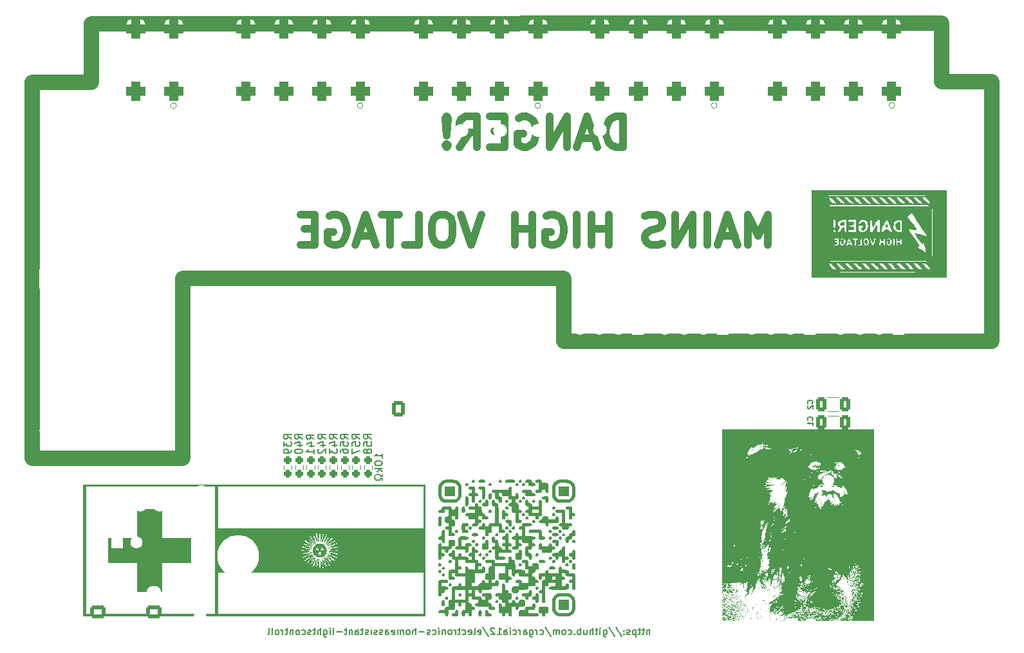
<source format=gbr>
%TF.GenerationSoftware,KiCad,Pcbnew,8.0.4*%
%TF.CreationDate,2024-09-09T03:45:19+02:00*%
%TF.ProjectId,hamodule,68616d6f-6475-46c6-952e-6b696361645f,20240908.24.8-2*%
%TF.SameCoordinates,Original*%
%TF.FileFunction,Legend,Bot*%
%TF.FilePolarity,Positive*%
%FSLAX46Y46*%
G04 Gerber Fmt 4.6, Leading zero omitted, Abs format (unit mm)*
G04 Created by KiCad (PCBNEW 8.0.4) date 2024-09-09 03:45:19*
%MOMM*%
%LPD*%
G01*
G04 APERTURE LIST*
G04 Aperture macros list*
%AMRoundRect*
0 Rectangle with rounded corners*
0 $1 Rounding radius*
0 $2 $3 $4 $5 $6 $7 $8 $9 X,Y pos of 4 corners*
0 Add a 4 corners polygon primitive as box body*
4,1,4,$2,$3,$4,$5,$6,$7,$8,$9,$2,$3,0*
0 Add four circle primitives for the rounded corners*
1,1,$1+$1,$2,$3*
1,1,$1+$1,$4,$5*
1,1,$1+$1,$6,$7*
1,1,$1+$1,$8,$9*
0 Add four rect primitives between the rounded corners*
20,1,$1+$1,$2,$3,$4,$5,0*
20,1,$1+$1,$4,$5,$6,$7,0*
20,1,$1+$1,$6,$7,$8,$9,0*
20,1,$1+$1,$8,$9,$2,$3,0*%
G04 Aperture macros list end*
%ADD10C,2.000000*%
%ADD11C,1.000000*%
%ADD12C,0.150000*%
%ADD13C,0.120000*%
%ADD14C,0.010000*%
%ADD15C,0.000000*%
%ADD16R,1.700000X1.700000*%
%ADD17O,1.700000X1.700000*%
%ADD18C,1.800000*%
%ADD19RoundRect,0.250000X0.750000X-0.600000X0.750000X0.600000X-0.750000X0.600000X-0.750000X-0.600000X0*%
%ADD20O,2.000000X1.700000*%
%ADD21R,2.500000X2.500000*%
%ADD22C,2.500000*%
%ADD23R,1.905000X2.000000*%
%ADD24O,1.905000X2.000000*%
%ADD25RoundRect,0.625000X0.625000X0.625000X-0.625000X0.625000X-0.625000X-0.625000X0.625000X-0.625000X0*%
%ADD26C,2.000000*%
%ADD27R,1.600000X2.400000*%
%ADD28O,1.600000X2.400000*%
%ADD29R,1.600000X1.600000*%
%ADD30C,1.600000*%
%ADD31R,2.000000X2.000000*%
%ADD32R,1.000000X1.000000*%
%ADD33C,0.650000*%
%ADD34O,1.000000X2.100000*%
%ADD35O,1.000000X1.600000*%
%ADD36RoundRect,0.250000X-0.600000X-0.725000X0.600000X-0.725000X0.600000X0.725000X-0.600000X0.725000X0*%
%ADD37O,1.700000X1.950000*%
%ADD38C,5.500000*%
%ADD39RoundRect,0.250000X0.412500X0.650000X-0.412500X0.650000X-0.412500X-0.650000X0.412500X-0.650000X0*%
%ADD40RoundRect,0.237500X-0.237500X0.250000X-0.237500X-0.250000X0.237500X-0.250000X0.237500X0.250000X0*%
G04 APERTURE END LIST*
D10*
X127787400Y39141400D02*
X71488800Y39136200D01*
X1524000Y23749000D02*
X1524000Y73318400D01*
X127774000Y73368400D02*
X127787400Y39141400D01*
X121224000Y81068400D02*
X121224000Y73368400D01*
X121224000Y73368400D02*
X127799000Y73368400D01*
X21324000Y47468400D02*
X21324000Y23749000D01*
X71488800Y39136200D02*
X71488800Y47468400D01*
X21324000Y23749000D02*
X1524000Y23749000D01*
X71488800Y47468400D02*
X21324000Y47468400D01*
X9374000Y81018400D02*
X121224000Y81068400D01*
X1524000Y73318400D02*
X9374000Y73318400D01*
X9374000Y81018400D02*
X9374000Y73318400D01*
D11*
X79310047Y64763100D02*
X79310047Y68763100D01*
X79310047Y68763100D02*
X78357666Y68763100D01*
X78357666Y68763100D02*
X77786237Y68572624D01*
X77786237Y68572624D02*
X77405285Y68191672D01*
X77405285Y68191672D02*
X77214808Y67810719D01*
X77214808Y67810719D02*
X77024332Y67048815D01*
X77024332Y67048815D02*
X77024332Y66477386D01*
X77024332Y66477386D02*
X77214808Y65715481D01*
X77214808Y65715481D02*
X77405285Y65334529D01*
X77405285Y65334529D02*
X77786237Y64953576D01*
X77786237Y64953576D02*
X78357666Y64763100D01*
X78357666Y64763100D02*
X79310047Y64763100D01*
X75500523Y65905957D02*
X73595761Y65905957D01*
X75881475Y64763100D02*
X74548142Y68763100D01*
X74548142Y68763100D02*
X73214808Y64763100D01*
X71881476Y64763100D02*
X71881476Y68763100D01*
X71881476Y68763100D02*
X69595761Y64763100D01*
X69595761Y64763100D02*
X69595761Y68763100D01*
X65595761Y68572624D02*
X65976714Y68763100D01*
X65976714Y68763100D02*
X66548142Y68763100D01*
X66548142Y68763100D02*
X67119571Y68572624D01*
X67119571Y68572624D02*
X67500523Y68191672D01*
X67500523Y68191672D02*
X67691000Y67810719D01*
X67691000Y67810719D02*
X67881476Y67048815D01*
X67881476Y67048815D02*
X67881476Y66477386D01*
X67881476Y66477386D02*
X67691000Y65715481D01*
X67691000Y65715481D02*
X67500523Y65334529D01*
X67500523Y65334529D02*
X67119571Y64953576D01*
X67119571Y64953576D02*
X66548142Y64763100D01*
X66548142Y64763100D02*
X66167190Y64763100D01*
X66167190Y64763100D02*
X65595761Y64953576D01*
X65595761Y64953576D02*
X65405285Y65144053D01*
X65405285Y65144053D02*
X65405285Y66477386D01*
X65405285Y66477386D02*
X66167190Y66477386D01*
X63691000Y66858338D02*
X62357666Y66858338D01*
X61786238Y64763100D02*
X63691000Y64763100D01*
X63691000Y64763100D02*
X63691000Y68763100D01*
X63691000Y68763100D02*
X61786238Y68763100D01*
X57786237Y64763100D02*
X59119571Y66667862D01*
X60071952Y64763100D02*
X60071952Y68763100D01*
X60071952Y68763100D02*
X58548142Y68763100D01*
X58548142Y68763100D02*
X58167190Y68572624D01*
X58167190Y68572624D02*
X57976713Y68382148D01*
X57976713Y68382148D02*
X57786237Y68001196D01*
X57786237Y68001196D02*
X57786237Y67429767D01*
X57786237Y67429767D02*
X57976713Y67048815D01*
X57976713Y67048815D02*
X58167190Y66858338D01*
X58167190Y66858338D02*
X58548142Y66667862D01*
X58548142Y66667862D02*
X60071952Y66667862D01*
X56071952Y65144053D02*
X55881475Y64953576D01*
X55881475Y64953576D02*
X56071952Y64763100D01*
X56071952Y64763100D02*
X56262428Y64953576D01*
X56262428Y64953576D02*
X56071952Y65144053D01*
X56071952Y65144053D02*
X56071952Y64763100D01*
X56071952Y66286910D02*
X56262428Y68572624D01*
X56262428Y68572624D02*
X56071952Y68763100D01*
X56071952Y68763100D02*
X55881475Y68572624D01*
X55881475Y68572624D02*
X56071952Y66286910D01*
X56071952Y66286910D02*
X56071952Y68763100D01*
X98357666Y51883548D02*
X98357666Y55883548D01*
X98357666Y55883548D02*
X97024332Y53026405D01*
X97024332Y53026405D02*
X95690999Y55883548D01*
X95690999Y55883548D02*
X95690999Y51883548D01*
X93976713Y53026405D02*
X92071951Y53026405D01*
X94357665Y51883548D02*
X93024332Y55883548D01*
X93024332Y55883548D02*
X91690998Y51883548D01*
X90357666Y51883548D02*
X90357666Y55883548D01*
X88452904Y51883548D02*
X88452904Y55883548D01*
X88452904Y55883548D02*
X86167189Y51883548D01*
X86167189Y51883548D02*
X86167189Y55883548D01*
X84452904Y52074024D02*
X83881475Y51883548D01*
X83881475Y51883548D02*
X82929094Y51883548D01*
X82929094Y51883548D02*
X82548142Y52074024D01*
X82548142Y52074024D02*
X82357666Y52264501D01*
X82357666Y52264501D02*
X82167189Y52645453D01*
X82167189Y52645453D02*
X82167189Y53026405D01*
X82167189Y53026405D02*
X82357666Y53407358D01*
X82357666Y53407358D02*
X82548142Y53597834D01*
X82548142Y53597834D02*
X82929094Y53788310D01*
X82929094Y53788310D02*
X83690999Y53978786D01*
X83690999Y53978786D02*
X84071951Y54169263D01*
X84071951Y54169263D02*
X84262428Y54359739D01*
X84262428Y54359739D02*
X84452904Y54740691D01*
X84452904Y54740691D02*
X84452904Y55121644D01*
X84452904Y55121644D02*
X84262428Y55502596D01*
X84262428Y55502596D02*
X84071951Y55693072D01*
X84071951Y55693072D02*
X83690999Y55883548D01*
X83690999Y55883548D02*
X82738618Y55883548D01*
X82738618Y55883548D02*
X82167189Y55693072D01*
X77405285Y51883548D02*
X77405285Y55883548D01*
X77405285Y53978786D02*
X75119570Y53978786D01*
X75119570Y51883548D02*
X75119570Y55883548D01*
X73214809Y51883548D02*
X73214809Y55883548D01*
X69214808Y55693072D02*
X69595761Y55883548D01*
X69595761Y55883548D02*
X70167189Y55883548D01*
X70167189Y55883548D02*
X70738618Y55693072D01*
X70738618Y55693072D02*
X71119570Y55312120D01*
X71119570Y55312120D02*
X71310047Y54931167D01*
X71310047Y54931167D02*
X71500523Y54169263D01*
X71500523Y54169263D02*
X71500523Y53597834D01*
X71500523Y53597834D02*
X71310047Y52835929D01*
X71310047Y52835929D02*
X71119570Y52454977D01*
X71119570Y52454977D02*
X70738618Y52074024D01*
X70738618Y52074024D02*
X70167189Y51883548D01*
X70167189Y51883548D02*
X69786237Y51883548D01*
X69786237Y51883548D02*
X69214808Y52074024D01*
X69214808Y52074024D02*
X69024332Y52264501D01*
X69024332Y52264501D02*
X69024332Y53597834D01*
X69024332Y53597834D02*
X69786237Y53597834D01*
X67310047Y51883548D02*
X67310047Y55883548D01*
X67310047Y53978786D02*
X65024332Y53978786D01*
X65024332Y51883548D02*
X65024332Y55883548D01*
X60643380Y55883548D02*
X59310047Y51883548D01*
X59310047Y51883548D02*
X57976713Y55883548D01*
X55881476Y55883548D02*
X55119571Y55883548D01*
X55119571Y55883548D02*
X54738619Y55693072D01*
X54738619Y55693072D02*
X54357666Y55312120D01*
X54357666Y55312120D02*
X54167190Y54550215D01*
X54167190Y54550215D02*
X54167190Y53216882D01*
X54167190Y53216882D02*
X54357666Y52454977D01*
X54357666Y52454977D02*
X54738619Y52074024D01*
X54738619Y52074024D02*
X55119571Y51883548D01*
X55119571Y51883548D02*
X55881476Y51883548D01*
X55881476Y51883548D02*
X56262428Y52074024D01*
X56262428Y52074024D02*
X56643381Y52454977D01*
X56643381Y52454977D02*
X56833857Y53216882D01*
X56833857Y53216882D02*
X56833857Y54550215D01*
X56833857Y54550215D02*
X56643381Y55312120D01*
X56643381Y55312120D02*
X56262428Y55693072D01*
X56262428Y55693072D02*
X55881476Y55883548D01*
X50548143Y51883548D02*
X52452905Y51883548D01*
X52452905Y51883548D02*
X52452905Y55883548D01*
X49786238Y55883548D02*
X47500524Y55883548D01*
X48643381Y51883548D02*
X48643381Y55883548D01*
X46357667Y53026405D02*
X44452905Y53026405D01*
X46738619Y51883548D02*
X45405286Y55883548D01*
X45405286Y55883548D02*
X44071952Y51883548D01*
X40643381Y55693072D02*
X41024334Y55883548D01*
X41024334Y55883548D02*
X41595762Y55883548D01*
X41595762Y55883548D02*
X42167191Y55693072D01*
X42167191Y55693072D02*
X42548143Y55312120D01*
X42548143Y55312120D02*
X42738620Y54931167D01*
X42738620Y54931167D02*
X42929096Y54169263D01*
X42929096Y54169263D02*
X42929096Y53597834D01*
X42929096Y53597834D02*
X42738620Y52835929D01*
X42738620Y52835929D02*
X42548143Y52454977D01*
X42548143Y52454977D02*
X42167191Y52074024D01*
X42167191Y52074024D02*
X41595762Y51883548D01*
X41595762Y51883548D02*
X41214810Y51883548D01*
X41214810Y51883548D02*
X40643381Y52074024D01*
X40643381Y52074024D02*
X40452905Y52264501D01*
X40452905Y52264501D02*
X40452905Y53597834D01*
X40452905Y53597834D02*
X41214810Y53597834D01*
X38738620Y53978786D02*
X37405286Y53978786D01*
X36833858Y51883548D02*
X38738620Y51883548D01*
X38738620Y51883548D02*
X38738620Y55883548D01*
X38738620Y55883548D02*
X36833858Y55883548D01*
D12*
X82780233Y531243D02*
X82780233Y1431243D01*
X82394519Y531243D02*
X82394519Y1002672D01*
X82394519Y1002672D02*
X82437376Y1088386D01*
X82437376Y1088386D02*
X82523090Y1131243D01*
X82523090Y1131243D02*
X82651661Y1131243D01*
X82651661Y1131243D02*
X82737376Y1088386D01*
X82737376Y1088386D02*
X82780233Y1045529D01*
X82094518Y1131243D02*
X81751661Y1131243D01*
X81965947Y1431243D02*
X81965947Y659815D01*
X81965947Y659815D02*
X81923090Y574100D01*
X81923090Y574100D02*
X81837375Y531243D01*
X81837375Y531243D02*
X81751661Y531243D01*
X81580232Y1131243D02*
X81237375Y1131243D01*
X81451661Y1431243D02*
X81451661Y659815D01*
X81451661Y659815D02*
X81408804Y574100D01*
X81408804Y574100D02*
X81323089Y531243D01*
X81323089Y531243D02*
X81237375Y531243D01*
X80937375Y1131243D02*
X80937375Y231243D01*
X80937375Y1088386D02*
X80851661Y1131243D01*
X80851661Y1131243D02*
X80680232Y1131243D01*
X80680232Y1131243D02*
X80594518Y1088386D01*
X80594518Y1088386D02*
X80551661Y1045529D01*
X80551661Y1045529D02*
X80508803Y959815D01*
X80508803Y959815D02*
X80508803Y702672D01*
X80508803Y702672D02*
X80551661Y616958D01*
X80551661Y616958D02*
X80594518Y574100D01*
X80594518Y574100D02*
X80680232Y531243D01*
X80680232Y531243D02*
X80851661Y531243D01*
X80851661Y531243D02*
X80937375Y574100D01*
X80165946Y574100D02*
X80080232Y531243D01*
X80080232Y531243D02*
X79908803Y531243D01*
X79908803Y531243D02*
X79823089Y574100D01*
X79823089Y574100D02*
X79780232Y659815D01*
X79780232Y659815D02*
X79780232Y702672D01*
X79780232Y702672D02*
X79823089Y788386D01*
X79823089Y788386D02*
X79908803Y831243D01*
X79908803Y831243D02*
X80037375Y831243D01*
X80037375Y831243D02*
X80123089Y874100D01*
X80123089Y874100D02*
X80165946Y959815D01*
X80165946Y959815D02*
X80165946Y1002672D01*
X80165946Y1002672D02*
X80123089Y1088386D01*
X80123089Y1088386D02*
X80037375Y1131243D01*
X80037375Y1131243D02*
X79908803Y1131243D01*
X79908803Y1131243D02*
X79823089Y1088386D01*
X79394518Y616958D02*
X79351661Y574100D01*
X79351661Y574100D02*
X79394518Y531243D01*
X79394518Y531243D02*
X79437375Y574100D01*
X79437375Y574100D02*
X79394518Y616958D01*
X79394518Y616958D02*
X79394518Y531243D01*
X79394518Y1088386D02*
X79351661Y1045529D01*
X79351661Y1045529D02*
X79394518Y1002672D01*
X79394518Y1002672D02*
X79437375Y1045529D01*
X79437375Y1045529D02*
X79394518Y1088386D01*
X79394518Y1088386D02*
X79394518Y1002672D01*
X78323090Y1474100D02*
X79094518Y316958D01*
X77380233Y1474100D02*
X78151661Y316958D01*
X76694519Y1131243D02*
X76694519Y402672D01*
X76694519Y402672D02*
X76737376Y316958D01*
X76737376Y316958D02*
X76780233Y274100D01*
X76780233Y274100D02*
X76865947Y231243D01*
X76865947Y231243D02*
X76994519Y231243D01*
X76994519Y231243D02*
X77080233Y274100D01*
X76694519Y574100D02*
X76780233Y531243D01*
X76780233Y531243D02*
X76951661Y531243D01*
X76951661Y531243D02*
X77037376Y574100D01*
X77037376Y574100D02*
X77080233Y616958D01*
X77080233Y616958D02*
X77123090Y702672D01*
X77123090Y702672D02*
X77123090Y959815D01*
X77123090Y959815D02*
X77080233Y1045529D01*
X77080233Y1045529D02*
X77037376Y1088386D01*
X77037376Y1088386D02*
X76951661Y1131243D01*
X76951661Y1131243D02*
X76780233Y1131243D01*
X76780233Y1131243D02*
X76694519Y1088386D01*
X76265947Y531243D02*
X76265947Y1131243D01*
X76265947Y1431243D02*
X76308804Y1388386D01*
X76308804Y1388386D02*
X76265947Y1345529D01*
X76265947Y1345529D02*
X76223090Y1388386D01*
X76223090Y1388386D02*
X76265947Y1431243D01*
X76265947Y1431243D02*
X76265947Y1345529D01*
X75965947Y1131243D02*
X75623090Y1131243D01*
X75837376Y1431243D02*
X75837376Y659815D01*
X75837376Y659815D02*
X75794519Y574100D01*
X75794519Y574100D02*
X75708804Y531243D01*
X75708804Y531243D02*
X75623090Y531243D01*
X75323090Y531243D02*
X75323090Y1431243D01*
X74937376Y531243D02*
X74937376Y1002672D01*
X74937376Y1002672D02*
X74980233Y1088386D01*
X74980233Y1088386D02*
X75065947Y1131243D01*
X75065947Y1131243D02*
X75194518Y1131243D01*
X75194518Y1131243D02*
X75280233Y1088386D01*
X75280233Y1088386D02*
X75323090Y1045529D01*
X74123090Y1131243D02*
X74123090Y531243D01*
X74508804Y1131243D02*
X74508804Y659815D01*
X74508804Y659815D02*
X74465947Y574100D01*
X74465947Y574100D02*
X74380232Y531243D01*
X74380232Y531243D02*
X74251661Y531243D01*
X74251661Y531243D02*
X74165947Y574100D01*
X74165947Y574100D02*
X74123090Y616958D01*
X73694518Y531243D02*
X73694518Y1431243D01*
X73694518Y1088386D02*
X73608804Y1131243D01*
X73608804Y1131243D02*
X73437375Y1131243D01*
X73437375Y1131243D02*
X73351661Y1088386D01*
X73351661Y1088386D02*
X73308804Y1045529D01*
X73308804Y1045529D02*
X73265946Y959815D01*
X73265946Y959815D02*
X73265946Y702672D01*
X73265946Y702672D02*
X73308804Y616958D01*
X73308804Y616958D02*
X73351661Y574100D01*
X73351661Y574100D02*
X73437375Y531243D01*
X73437375Y531243D02*
X73608804Y531243D01*
X73608804Y531243D02*
X73694518Y574100D01*
X72880232Y616958D02*
X72837375Y574100D01*
X72837375Y574100D02*
X72880232Y531243D01*
X72880232Y531243D02*
X72923089Y574100D01*
X72923089Y574100D02*
X72880232Y616958D01*
X72880232Y616958D02*
X72880232Y531243D01*
X72065947Y574100D02*
X72151661Y531243D01*
X72151661Y531243D02*
X72323089Y531243D01*
X72323089Y531243D02*
X72408804Y574100D01*
X72408804Y574100D02*
X72451661Y616958D01*
X72451661Y616958D02*
X72494518Y702672D01*
X72494518Y702672D02*
X72494518Y959815D01*
X72494518Y959815D02*
X72451661Y1045529D01*
X72451661Y1045529D02*
X72408804Y1088386D01*
X72408804Y1088386D02*
X72323089Y1131243D01*
X72323089Y1131243D02*
X72151661Y1131243D01*
X72151661Y1131243D02*
X72065947Y1088386D01*
X71551660Y531243D02*
X71637375Y574100D01*
X71637375Y574100D02*
X71680232Y616958D01*
X71680232Y616958D02*
X71723089Y702672D01*
X71723089Y702672D02*
X71723089Y959815D01*
X71723089Y959815D02*
X71680232Y1045529D01*
X71680232Y1045529D02*
X71637375Y1088386D01*
X71637375Y1088386D02*
X71551660Y1131243D01*
X71551660Y1131243D02*
X71423089Y1131243D01*
X71423089Y1131243D02*
X71337375Y1088386D01*
X71337375Y1088386D02*
X71294518Y1045529D01*
X71294518Y1045529D02*
X71251660Y959815D01*
X71251660Y959815D02*
X71251660Y702672D01*
X71251660Y702672D02*
X71294518Y616958D01*
X71294518Y616958D02*
X71337375Y574100D01*
X71337375Y574100D02*
X71423089Y531243D01*
X71423089Y531243D02*
X71551660Y531243D01*
X70865946Y531243D02*
X70865946Y1131243D01*
X70865946Y1045529D02*
X70823089Y1088386D01*
X70823089Y1088386D02*
X70737374Y1131243D01*
X70737374Y1131243D02*
X70608803Y1131243D01*
X70608803Y1131243D02*
X70523089Y1088386D01*
X70523089Y1088386D02*
X70480232Y1002672D01*
X70480232Y1002672D02*
X70480232Y531243D01*
X70480232Y1002672D02*
X70437374Y1088386D01*
X70437374Y1088386D02*
X70351660Y1131243D01*
X70351660Y1131243D02*
X70223089Y1131243D01*
X70223089Y1131243D02*
X70137374Y1088386D01*
X70137374Y1088386D02*
X70094517Y1002672D01*
X70094517Y1002672D02*
X70094517Y531243D01*
X69023089Y1474100D02*
X69794517Y316958D01*
X68337375Y574100D02*
X68423089Y531243D01*
X68423089Y531243D02*
X68594517Y531243D01*
X68594517Y531243D02*
X68680232Y574100D01*
X68680232Y574100D02*
X68723089Y616958D01*
X68723089Y616958D02*
X68765946Y702672D01*
X68765946Y702672D02*
X68765946Y959815D01*
X68765946Y959815D02*
X68723089Y1045529D01*
X68723089Y1045529D02*
X68680232Y1088386D01*
X68680232Y1088386D02*
X68594517Y1131243D01*
X68594517Y1131243D02*
X68423089Y1131243D01*
X68423089Y1131243D02*
X68337375Y1088386D01*
X67951660Y531243D02*
X67951660Y1131243D01*
X67951660Y959815D02*
X67908803Y1045529D01*
X67908803Y1045529D02*
X67865946Y1088386D01*
X67865946Y1088386D02*
X67780231Y1131243D01*
X67780231Y1131243D02*
X67694517Y1131243D01*
X67008803Y1131243D02*
X67008803Y402672D01*
X67008803Y402672D02*
X67051660Y316958D01*
X67051660Y316958D02*
X67094517Y274100D01*
X67094517Y274100D02*
X67180231Y231243D01*
X67180231Y231243D02*
X67308803Y231243D01*
X67308803Y231243D02*
X67394517Y274100D01*
X67008803Y574100D02*
X67094517Y531243D01*
X67094517Y531243D02*
X67265945Y531243D01*
X67265945Y531243D02*
X67351660Y574100D01*
X67351660Y574100D02*
X67394517Y616958D01*
X67394517Y616958D02*
X67437374Y702672D01*
X67437374Y702672D02*
X67437374Y959815D01*
X67437374Y959815D02*
X67394517Y1045529D01*
X67394517Y1045529D02*
X67351660Y1088386D01*
X67351660Y1088386D02*
X67265945Y1131243D01*
X67265945Y1131243D02*
X67094517Y1131243D01*
X67094517Y1131243D02*
X67008803Y1088386D01*
X66194517Y531243D02*
X66194517Y1002672D01*
X66194517Y1002672D02*
X66237374Y1088386D01*
X66237374Y1088386D02*
X66323088Y1131243D01*
X66323088Y1131243D02*
X66494517Y1131243D01*
X66494517Y1131243D02*
X66580231Y1088386D01*
X66194517Y574100D02*
X66280231Y531243D01*
X66280231Y531243D02*
X66494517Y531243D01*
X66494517Y531243D02*
X66580231Y574100D01*
X66580231Y574100D02*
X66623088Y659815D01*
X66623088Y659815D02*
X66623088Y745529D01*
X66623088Y745529D02*
X66580231Y831243D01*
X66580231Y831243D02*
X66494517Y874100D01*
X66494517Y874100D02*
X66280231Y874100D01*
X66280231Y874100D02*
X66194517Y916958D01*
X65765945Y531243D02*
X65765945Y1131243D01*
X65765945Y959815D02*
X65723088Y1045529D01*
X65723088Y1045529D02*
X65680231Y1088386D01*
X65680231Y1088386D02*
X65594516Y1131243D01*
X65594516Y1131243D02*
X65508802Y1131243D01*
X64823088Y574100D02*
X64908802Y531243D01*
X64908802Y531243D02*
X65080230Y531243D01*
X65080230Y531243D02*
X65165945Y574100D01*
X65165945Y574100D02*
X65208802Y616958D01*
X65208802Y616958D02*
X65251659Y702672D01*
X65251659Y702672D02*
X65251659Y959815D01*
X65251659Y959815D02*
X65208802Y1045529D01*
X65208802Y1045529D02*
X65165945Y1088386D01*
X65165945Y1088386D02*
X65080230Y1131243D01*
X65080230Y1131243D02*
X64908802Y1131243D01*
X64908802Y1131243D02*
X64823088Y1088386D01*
X64437373Y531243D02*
X64437373Y1131243D01*
X64437373Y1431243D02*
X64480230Y1388386D01*
X64480230Y1388386D02*
X64437373Y1345529D01*
X64437373Y1345529D02*
X64394516Y1388386D01*
X64394516Y1388386D02*
X64437373Y1431243D01*
X64437373Y1431243D02*
X64437373Y1345529D01*
X63623088Y531243D02*
X63623088Y1002672D01*
X63623088Y1002672D02*
X63665945Y1088386D01*
X63665945Y1088386D02*
X63751659Y1131243D01*
X63751659Y1131243D02*
X63923088Y1131243D01*
X63923088Y1131243D02*
X64008802Y1088386D01*
X63623088Y574100D02*
X63708802Y531243D01*
X63708802Y531243D02*
X63923088Y531243D01*
X63923088Y531243D02*
X64008802Y574100D01*
X64008802Y574100D02*
X64051659Y659815D01*
X64051659Y659815D02*
X64051659Y745529D01*
X64051659Y745529D02*
X64008802Y831243D01*
X64008802Y831243D02*
X63923088Y874100D01*
X63923088Y874100D02*
X63708802Y874100D01*
X63708802Y874100D02*
X63623088Y916958D01*
X62723087Y531243D02*
X63237373Y531243D01*
X62980230Y531243D02*
X62980230Y1431243D01*
X62980230Y1431243D02*
X63065944Y1302672D01*
X63065944Y1302672D02*
X63151659Y1216958D01*
X63151659Y1216958D02*
X63237373Y1174100D01*
X62380230Y1345529D02*
X62337373Y1388386D01*
X62337373Y1388386D02*
X62251659Y1431243D01*
X62251659Y1431243D02*
X62037373Y1431243D01*
X62037373Y1431243D02*
X61951659Y1388386D01*
X61951659Y1388386D02*
X61908801Y1345529D01*
X61908801Y1345529D02*
X61865944Y1259815D01*
X61865944Y1259815D02*
X61865944Y1174100D01*
X61865944Y1174100D02*
X61908801Y1045529D01*
X61908801Y1045529D02*
X62423087Y531243D01*
X62423087Y531243D02*
X61865944Y531243D01*
X60837373Y1474100D02*
X61608801Y316958D01*
X60194516Y574100D02*
X60280230Y531243D01*
X60280230Y531243D02*
X60451659Y531243D01*
X60451659Y531243D02*
X60537373Y574100D01*
X60537373Y574100D02*
X60580230Y659815D01*
X60580230Y659815D02*
X60580230Y1002672D01*
X60580230Y1002672D02*
X60537373Y1088386D01*
X60537373Y1088386D02*
X60451659Y1131243D01*
X60451659Y1131243D02*
X60280230Y1131243D01*
X60280230Y1131243D02*
X60194516Y1088386D01*
X60194516Y1088386D02*
X60151659Y1002672D01*
X60151659Y1002672D02*
X60151659Y916958D01*
X60151659Y916958D02*
X60580230Y831243D01*
X59637372Y531243D02*
X59723087Y574100D01*
X59723087Y574100D02*
X59765944Y659815D01*
X59765944Y659815D02*
X59765944Y1431243D01*
X58951658Y574100D02*
X59037372Y531243D01*
X59037372Y531243D02*
X59208801Y531243D01*
X59208801Y531243D02*
X59294515Y574100D01*
X59294515Y574100D02*
X59337372Y659815D01*
X59337372Y659815D02*
X59337372Y1002672D01*
X59337372Y1002672D02*
X59294515Y1088386D01*
X59294515Y1088386D02*
X59208801Y1131243D01*
X59208801Y1131243D02*
X59037372Y1131243D01*
X59037372Y1131243D02*
X58951658Y1088386D01*
X58951658Y1088386D02*
X58908801Y1002672D01*
X58908801Y1002672D02*
X58908801Y916958D01*
X58908801Y916958D02*
X59337372Y831243D01*
X58137372Y574100D02*
X58223086Y531243D01*
X58223086Y531243D02*
X58394514Y531243D01*
X58394514Y531243D02*
X58480229Y574100D01*
X58480229Y574100D02*
X58523086Y616958D01*
X58523086Y616958D02*
X58565943Y702672D01*
X58565943Y702672D02*
X58565943Y959815D01*
X58565943Y959815D02*
X58523086Y1045529D01*
X58523086Y1045529D02*
X58480229Y1088386D01*
X58480229Y1088386D02*
X58394514Y1131243D01*
X58394514Y1131243D02*
X58223086Y1131243D01*
X58223086Y1131243D02*
X58137372Y1088386D01*
X57880228Y1131243D02*
X57537371Y1131243D01*
X57751657Y1431243D02*
X57751657Y659815D01*
X57751657Y659815D02*
X57708800Y574100D01*
X57708800Y574100D02*
X57623085Y531243D01*
X57623085Y531243D02*
X57537371Y531243D01*
X57237371Y531243D02*
X57237371Y1131243D01*
X57237371Y959815D02*
X57194514Y1045529D01*
X57194514Y1045529D02*
X57151657Y1088386D01*
X57151657Y1088386D02*
X57065942Y1131243D01*
X57065942Y1131243D02*
X56980228Y1131243D01*
X56551656Y531243D02*
X56637371Y574100D01*
X56637371Y574100D02*
X56680228Y616958D01*
X56680228Y616958D02*
X56723085Y702672D01*
X56723085Y702672D02*
X56723085Y959815D01*
X56723085Y959815D02*
X56680228Y1045529D01*
X56680228Y1045529D02*
X56637371Y1088386D01*
X56637371Y1088386D02*
X56551656Y1131243D01*
X56551656Y1131243D02*
X56423085Y1131243D01*
X56423085Y1131243D02*
X56337371Y1088386D01*
X56337371Y1088386D02*
X56294514Y1045529D01*
X56294514Y1045529D02*
X56251656Y959815D01*
X56251656Y959815D02*
X56251656Y702672D01*
X56251656Y702672D02*
X56294514Y616958D01*
X56294514Y616958D02*
X56337371Y574100D01*
X56337371Y574100D02*
X56423085Y531243D01*
X56423085Y531243D02*
X56551656Y531243D01*
X55865942Y1131243D02*
X55865942Y531243D01*
X55865942Y1045529D02*
X55823085Y1088386D01*
X55823085Y1088386D02*
X55737370Y1131243D01*
X55737370Y1131243D02*
X55608799Y1131243D01*
X55608799Y1131243D02*
X55523085Y1088386D01*
X55523085Y1088386D02*
X55480228Y1002672D01*
X55480228Y1002672D02*
X55480228Y531243D01*
X55051656Y531243D02*
X55051656Y1131243D01*
X55051656Y1431243D02*
X55094513Y1388386D01*
X55094513Y1388386D02*
X55051656Y1345529D01*
X55051656Y1345529D02*
X55008799Y1388386D01*
X55008799Y1388386D02*
X55051656Y1431243D01*
X55051656Y1431243D02*
X55051656Y1345529D01*
X54237371Y574100D02*
X54323085Y531243D01*
X54323085Y531243D02*
X54494513Y531243D01*
X54494513Y531243D02*
X54580228Y574100D01*
X54580228Y574100D02*
X54623085Y616958D01*
X54623085Y616958D02*
X54665942Y702672D01*
X54665942Y702672D02*
X54665942Y959815D01*
X54665942Y959815D02*
X54623085Y1045529D01*
X54623085Y1045529D02*
X54580228Y1088386D01*
X54580228Y1088386D02*
X54494513Y1131243D01*
X54494513Y1131243D02*
X54323085Y1131243D01*
X54323085Y1131243D02*
X54237371Y1088386D01*
X53894513Y574100D02*
X53808799Y531243D01*
X53808799Y531243D02*
X53637370Y531243D01*
X53637370Y531243D02*
X53551656Y574100D01*
X53551656Y574100D02*
X53508799Y659815D01*
X53508799Y659815D02*
X53508799Y702672D01*
X53508799Y702672D02*
X53551656Y788386D01*
X53551656Y788386D02*
X53637370Y831243D01*
X53637370Y831243D02*
X53765942Y831243D01*
X53765942Y831243D02*
X53851656Y874100D01*
X53851656Y874100D02*
X53894513Y959815D01*
X53894513Y959815D02*
X53894513Y1002672D01*
X53894513Y1002672D02*
X53851656Y1088386D01*
X53851656Y1088386D02*
X53765942Y1131243D01*
X53765942Y1131243D02*
X53637370Y1131243D01*
X53637370Y1131243D02*
X53551656Y1088386D01*
X53123085Y874100D02*
X52437371Y874100D01*
X52008799Y531243D02*
X52008799Y1431243D01*
X51623085Y531243D02*
X51623085Y1002672D01*
X51623085Y1002672D02*
X51665942Y1088386D01*
X51665942Y1088386D02*
X51751656Y1131243D01*
X51751656Y1131243D02*
X51880227Y1131243D01*
X51880227Y1131243D02*
X51965942Y1088386D01*
X51965942Y1088386D02*
X52008799Y1045529D01*
X51065941Y531243D02*
X51151656Y574100D01*
X51151656Y574100D02*
X51194513Y616958D01*
X51194513Y616958D02*
X51237370Y702672D01*
X51237370Y702672D02*
X51237370Y959815D01*
X51237370Y959815D02*
X51194513Y1045529D01*
X51194513Y1045529D02*
X51151656Y1088386D01*
X51151656Y1088386D02*
X51065941Y1131243D01*
X51065941Y1131243D02*
X50937370Y1131243D01*
X50937370Y1131243D02*
X50851656Y1088386D01*
X50851656Y1088386D02*
X50808799Y1045529D01*
X50808799Y1045529D02*
X50765941Y959815D01*
X50765941Y959815D02*
X50765941Y702672D01*
X50765941Y702672D02*
X50808799Y616958D01*
X50808799Y616958D02*
X50851656Y574100D01*
X50851656Y574100D02*
X50937370Y531243D01*
X50937370Y531243D02*
X51065941Y531243D01*
X50380227Y531243D02*
X50380227Y1131243D01*
X50380227Y1045529D02*
X50337370Y1088386D01*
X50337370Y1088386D02*
X50251655Y1131243D01*
X50251655Y1131243D02*
X50123084Y1131243D01*
X50123084Y1131243D02*
X50037370Y1088386D01*
X50037370Y1088386D02*
X49994513Y1002672D01*
X49994513Y1002672D02*
X49994513Y531243D01*
X49994513Y1002672D02*
X49951655Y1088386D01*
X49951655Y1088386D02*
X49865941Y1131243D01*
X49865941Y1131243D02*
X49737370Y1131243D01*
X49737370Y1131243D02*
X49651655Y1088386D01*
X49651655Y1088386D02*
X49608798Y1002672D01*
X49608798Y1002672D02*
X49608798Y531243D01*
X48837370Y574100D02*
X48923084Y531243D01*
X48923084Y531243D02*
X49094513Y531243D01*
X49094513Y531243D02*
X49180227Y574100D01*
X49180227Y574100D02*
X49223084Y659815D01*
X49223084Y659815D02*
X49223084Y1002672D01*
X49223084Y1002672D02*
X49180227Y1088386D01*
X49180227Y1088386D02*
X49094513Y1131243D01*
X49094513Y1131243D02*
X48923084Y1131243D01*
X48923084Y1131243D02*
X48837370Y1088386D01*
X48837370Y1088386D02*
X48794513Y1002672D01*
X48794513Y1002672D02*
X48794513Y916958D01*
X48794513Y916958D02*
X49223084Y831243D01*
X48023084Y531243D02*
X48023084Y1002672D01*
X48023084Y1002672D02*
X48065941Y1088386D01*
X48065941Y1088386D02*
X48151655Y1131243D01*
X48151655Y1131243D02*
X48323084Y1131243D01*
X48323084Y1131243D02*
X48408798Y1088386D01*
X48023084Y574100D02*
X48108798Y531243D01*
X48108798Y531243D02*
X48323084Y531243D01*
X48323084Y531243D02*
X48408798Y574100D01*
X48408798Y574100D02*
X48451655Y659815D01*
X48451655Y659815D02*
X48451655Y745529D01*
X48451655Y745529D02*
X48408798Y831243D01*
X48408798Y831243D02*
X48323084Y874100D01*
X48323084Y874100D02*
X48108798Y874100D01*
X48108798Y874100D02*
X48023084Y916958D01*
X47637369Y574100D02*
X47551655Y531243D01*
X47551655Y531243D02*
X47380226Y531243D01*
X47380226Y531243D02*
X47294512Y574100D01*
X47294512Y574100D02*
X47251655Y659815D01*
X47251655Y659815D02*
X47251655Y702672D01*
X47251655Y702672D02*
X47294512Y788386D01*
X47294512Y788386D02*
X47380226Y831243D01*
X47380226Y831243D02*
X47508798Y831243D01*
X47508798Y831243D02*
X47594512Y874100D01*
X47594512Y874100D02*
X47637369Y959815D01*
X47637369Y959815D02*
X47637369Y1002672D01*
X47637369Y1002672D02*
X47594512Y1088386D01*
X47594512Y1088386D02*
X47508798Y1131243D01*
X47508798Y1131243D02*
X47380226Y1131243D01*
X47380226Y1131243D02*
X47294512Y1088386D01*
X46908798Y574100D02*
X46823084Y531243D01*
X46823084Y531243D02*
X46651655Y531243D01*
X46651655Y531243D02*
X46565941Y574100D01*
X46565941Y574100D02*
X46523084Y659815D01*
X46523084Y659815D02*
X46523084Y702672D01*
X46523084Y702672D02*
X46565941Y788386D01*
X46565941Y788386D02*
X46651655Y831243D01*
X46651655Y831243D02*
X46780227Y831243D01*
X46780227Y831243D02*
X46865941Y874100D01*
X46865941Y874100D02*
X46908798Y959815D01*
X46908798Y959815D02*
X46908798Y1002672D01*
X46908798Y1002672D02*
X46865941Y1088386D01*
X46865941Y1088386D02*
X46780227Y1131243D01*
X46780227Y1131243D02*
X46651655Y1131243D01*
X46651655Y1131243D02*
X46565941Y1088386D01*
X46137370Y531243D02*
X46137370Y1131243D01*
X46137370Y1431243D02*
X46180227Y1388386D01*
X46180227Y1388386D02*
X46137370Y1345529D01*
X46137370Y1345529D02*
X46094513Y1388386D01*
X46094513Y1388386D02*
X46137370Y1431243D01*
X46137370Y1431243D02*
X46137370Y1345529D01*
X45751656Y574100D02*
X45665942Y531243D01*
X45665942Y531243D02*
X45494513Y531243D01*
X45494513Y531243D02*
X45408799Y574100D01*
X45408799Y574100D02*
X45365942Y659815D01*
X45365942Y659815D02*
X45365942Y702672D01*
X45365942Y702672D02*
X45408799Y788386D01*
X45408799Y788386D02*
X45494513Y831243D01*
X45494513Y831243D02*
X45623085Y831243D01*
X45623085Y831243D02*
X45708799Y874100D01*
X45708799Y874100D02*
X45751656Y959815D01*
X45751656Y959815D02*
X45751656Y1002672D01*
X45751656Y1002672D02*
X45708799Y1088386D01*
X45708799Y1088386D02*
X45623085Y1131243D01*
X45623085Y1131243D02*
X45494513Y1131243D01*
X45494513Y1131243D02*
X45408799Y1088386D01*
X45108799Y1131243D02*
X44765942Y1131243D01*
X44980228Y1431243D02*
X44980228Y659815D01*
X44980228Y659815D02*
X44937371Y574100D01*
X44937371Y574100D02*
X44851656Y531243D01*
X44851656Y531243D02*
X44765942Y531243D01*
X44080228Y531243D02*
X44080228Y1002672D01*
X44080228Y1002672D02*
X44123085Y1088386D01*
X44123085Y1088386D02*
X44208799Y1131243D01*
X44208799Y1131243D02*
X44380228Y1131243D01*
X44380228Y1131243D02*
X44465942Y1088386D01*
X44080228Y574100D02*
X44165942Y531243D01*
X44165942Y531243D02*
X44380228Y531243D01*
X44380228Y531243D02*
X44465942Y574100D01*
X44465942Y574100D02*
X44508799Y659815D01*
X44508799Y659815D02*
X44508799Y745529D01*
X44508799Y745529D02*
X44465942Y831243D01*
X44465942Y831243D02*
X44380228Y874100D01*
X44380228Y874100D02*
X44165942Y874100D01*
X44165942Y874100D02*
X44080228Y916958D01*
X43651656Y1131243D02*
X43651656Y531243D01*
X43651656Y1045529D02*
X43608799Y1088386D01*
X43608799Y1088386D02*
X43523084Y1131243D01*
X43523084Y1131243D02*
X43394513Y1131243D01*
X43394513Y1131243D02*
X43308799Y1088386D01*
X43308799Y1088386D02*
X43265942Y1002672D01*
X43265942Y1002672D02*
X43265942Y531243D01*
X42965941Y1131243D02*
X42623084Y1131243D01*
X42837370Y1431243D02*
X42837370Y659815D01*
X42837370Y659815D02*
X42794513Y574100D01*
X42794513Y574100D02*
X42708798Y531243D01*
X42708798Y531243D02*
X42623084Y531243D01*
X42323084Y874100D02*
X41637370Y874100D01*
X41080226Y531243D02*
X41165941Y574100D01*
X41165941Y574100D02*
X41208798Y659815D01*
X41208798Y659815D02*
X41208798Y1431243D01*
X40737369Y531243D02*
X40737369Y1131243D01*
X40737369Y1431243D02*
X40780226Y1388386D01*
X40780226Y1388386D02*
X40737369Y1345529D01*
X40737369Y1345529D02*
X40694512Y1388386D01*
X40694512Y1388386D02*
X40737369Y1431243D01*
X40737369Y1431243D02*
X40737369Y1345529D01*
X39923084Y1131243D02*
X39923084Y402672D01*
X39923084Y402672D02*
X39965941Y316958D01*
X39965941Y316958D02*
X40008798Y274100D01*
X40008798Y274100D02*
X40094512Y231243D01*
X40094512Y231243D02*
X40223084Y231243D01*
X40223084Y231243D02*
X40308798Y274100D01*
X39923084Y574100D02*
X40008798Y531243D01*
X40008798Y531243D02*
X40180226Y531243D01*
X40180226Y531243D02*
X40265941Y574100D01*
X40265941Y574100D02*
X40308798Y616958D01*
X40308798Y616958D02*
X40351655Y702672D01*
X40351655Y702672D02*
X40351655Y959815D01*
X40351655Y959815D02*
X40308798Y1045529D01*
X40308798Y1045529D02*
X40265941Y1088386D01*
X40265941Y1088386D02*
X40180226Y1131243D01*
X40180226Y1131243D02*
X40008798Y1131243D01*
X40008798Y1131243D02*
X39923084Y1088386D01*
X39494512Y531243D02*
X39494512Y1431243D01*
X39108798Y531243D02*
X39108798Y1002672D01*
X39108798Y1002672D02*
X39151655Y1088386D01*
X39151655Y1088386D02*
X39237369Y1131243D01*
X39237369Y1131243D02*
X39365940Y1131243D01*
X39365940Y1131243D02*
X39451655Y1088386D01*
X39451655Y1088386D02*
X39494512Y1045529D01*
X38808797Y1131243D02*
X38465940Y1131243D01*
X38680226Y1431243D02*
X38680226Y659815D01*
X38680226Y659815D02*
X38637369Y574100D01*
X38637369Y574100D02*
X38551654Y531243D01*
X38551654Y531243D02*
X38465940Y531243D01*
X38208797Y574100D02*
X38123083Y531243D01*
X38123083Y531243D02*
X37951654Y531243D01*
X37951654Y531243D02*
X37865940Y574100D01*
X37865940Y574100D02*
X37823083Y659815D01*
X37823083Y659815D02*
X37823083Y702672D01*
X37823083Y702672D02*
X37865940Y788386D01*
X37865940Y788386D02*
X37951654Y831243D01*
X37951654Y831243D02*
X38080226Y831243D01*
X38080226Y831243D02*
X38165940Y874100D01*
X38165940Y874100D02*
X38208797Y959815D01*
X38208797Y959815D02*
X38208797Y1002672D01*
X38208797Y1002672D02*
X38165940Y1088386D01*
X38165940Y1088386D02*
X38080226Y1131243D01*
X38080226Y1131243D02*
X37951654Y1131243D01*
X37951654Y1131243D02*
X37865940Y1088386D01*
X37051655Y574100D02*
X37137369Y531243D01*
X37137369Y531243D02*
X37308797Y531243D01*
X37308797Y531243D02*
X37394512Y574100D01*
X37394512Y574100D02*
X37437369Y616958D01*
X37437369Y616958D02*
X37480226Y702672D01*
X37480226Y702672D02*
X37480226Y959815D01*
X37480226Y959815D02*
X37437369Y1045529D01*
X37437369Y1045529D02*
X37394512Y1088386D01*
X37394512Y1088386D02*
X37308797Y1131243D01*
X37308797Y1131243D02*
X37137369Y1131243D01*
X37137369Y1131243D02*
X37051655Y1088386D01*
X36537368Y531243D02*
X36623083Y574100D01*
X36623083Y574100D02*
X36665940Y616958D01*
X36665940Y616958D02*
X36708797Y702672D01*
X36708797Y702672D02*
X36708797Y959815D01*
X36708797Y959815D02*
X36665940Y1045529D01*
X36665940Y1045529D02*
X36623083Y1088386D01*
X36623083Y1088386D02*
X36537368Y1131243D01*
X36537368Y1131243D02*
X36408797Y1131243D01*
X36408797Y1131243D02*
X36323083Y1088386D01*
X36323083Y1088386D02*
X36280226Y1045529D01*
X36280226Y1045529D02*
X36237368Y959815D01*
X36237368Y959815D02*
X36237368Y702672D01*
X36237368Y702672D02*
X36280226Y616958D01*
X36280226Y616958D02*
X36323083Y574100D01*
X36323083Y574100D02*
X36408797Y531243D01*
X36408797Y531243D02*
X36537368Y531243D01*
X35851654Y1131243D02*
X35851654Y531243D01*
X35851654Y1045529D02*
X35808797Y1088386D01*
X35808797Y1088386D02*
X35723082Y1131243D01*
X35723082Y1131243D02*
X35594511Y1131243D01*
X35594511Y1131243D02*
X35508797Y1088386D01*
X35508797Y1088386D02*
X35465940Y1002672D01*
X35465940Y1002672D02*
X35465940Y531243D01*
X35165939Y1131243D02*
X34823082Y1131243D01*
X35037368Y1431243D02*
X35037368Y659815D01*
X35037368Y659815D02*
X34994511Y574100D01*
X34994511Y574100D02*
X34908796Y531243D01*
X34908796Y531243D02*
X34823082Y531243D01*
X34523082Y531243D02*
X34523082Y1131243D01*
X34523082Y959815D02*
X34480225Y1045529D01*
X34480225Y1045529D02*
X34437368Y1088386D01*
X34437368Y1088386D02*
X34351653Y1131243D01*
X34351653Y1131243D02*
X34265939Y1131243D01*
X33837367Y531243D02*
X33923082Y574100D01*
X33923082Y574100D02*
X33965939Y616958D01*
X33965939Y616958D02*
X34008796Y702672D01*
X34008796Y702672D02*
X34008796Y959815D01*
X34008796Y959815D02*
X33965939Y1045529D01*
X33965939Y1045529D02*
X33923082Y1088386D01*
X33923082Y1088386D02*
X33837367Y1131243D01*
X33837367Y1131243D02*
X33708796Y1131243D01*
X33708796Y1131243D02*
X33623082Y1088386D01*
X33623082Y1088386D02*
X33580225Y1045529D01*
X33580225Y1045529D02*
X33537367Y959815D01*
X33537367Y959815D02*
X33537367Y702672D01*
X33537367Y702672D02*
X33580225Y616958D01*
X33580225Y616958D02*
X33623082Y574100D01*
X33623082Y574100D02*
X33708796Y531243D01*
X33708796Y531243D02*
X33837367Y531243D01*
X33023081Y531243D02*
X33108796Y574100D01*
X33108796Y574100D02*
X33151653Y659815D01*
X33151653Y659815D02*
X33151653Y1431243D01*
X32551652Y531243D02*
X32637367Y574100D01*
X32637367Y574100D02*
X32680224Y659815D01*
X32680224Y659815D02*
X32680224Y1431243D01*
X104173366Y30985067D02*
X104206700Y31018400D01*
X104206700Y31018400D02*
X104240033Y31118400D01*
X104240033Y31118400D02*
X104240033Y31185067D01*
X104240033Y31185067D02*
X104206700Y31285067D01*
X104206700Y31285067D02*
X104140033Y31351733D01*
X104140033Y31351733D02*
X104073366Y31385067D01*
X104073366Y31385067D02*
X103940033Y31418400D01*
X103940033Y31418400D02*
X103840033Y31418400D01*
X103840033Y31418400D02*
X103706700Y31385067D01*
X103706700Y31385067D02*
X103640033Y31351733D01*
X103640033Y31351733D02*
X103573366Y31285067D01*
X103573366Y31285067D02*
X103540033Y31185067D01*
X103540033Y31185067D02*
X103540033Y31118400D01*
X103540033Y31118400D02*
X103573366Y31018400D01*
X103573366Y31018400D02*
X103606700Y30985067D01*
X103606700Y30718400D02*
X103573366Y30685067D01*
X103573366Y30685067D02*
X103540033Y30618400D01*
X103540033Y30618400D02*
X103540033Y30451733D01*
X103540033Y30451733D02*
X103573366Y30385067D01*
X103573366Y30385067D02*
X103606700Y30351733D01*
X103606700Y30351733D02*
X103673366Y30318400D01*
X103673366Y30318400D02*
X103740033Y30318400D01*
X103740033Y30318400D02*
X103840033Y30351733D01*
X103840033Y30351733D02*
X104240033Y30751733D01*
X104240033Y30751733D02*
X104240033Y30318400D01*
X37078819Y26311258D02*
X36602628Y26644591D01*
X37078819Y26882686D02*
X36078819Y26882686D01*
X36078819Y26882686D02*
X36078819Y26501734D01*
X36078819Y26501734D02*
X36126438Y26406496D01*
X36126438Y26406496D02*
X36174057Y26358877D01*
X36174057Y26358877D02*
X36269295Y26311258D01*
X36269295Y26311258D02*
X36412152Y26311258D01*
X36412152Y26311258D02*
X36507390Y26358877D01*
X36507390Y26358877D02*
X36555009Y26406496D01*
X36555009Y26406496D02*
X36602628Y26501734D01*
X36602628Y26501734D02*
X36602628Y26882686D01*
X36412152Y25454115D02*
X37078819Y25454115D01*
X36031200Y25692210D02*
X36745485Y25930305D01*
X36745485Y25930305D02*
X36745485Y25311258D01*
X36078819Y24739829D02*
X36078819Y24644591D01*
X36078819Y24644591D02*
X36126438Y24549353D01*
X36126438Y24549353D02*
X36174057Y24501734D01*
X36174057Y24501734D02*
X36269295Y24454115D01*
X36269295Y24454115D02*
X36459771Y24406496D01*
X36459771Y24406496D02*
X36697866Y24406496D01*
X36697866Y24406496D02*
X36888342Y24454115D01*
X36888342Y24454115D02*
X36983580Y24501734D01*
X36983580Y24501734D02*
X37031200Y24549353D01*
X37031200Y24549353D02*
X37078819Y24644591D01*
X37078819Y24644591D02*
X37078819Y24739829D01*
X37078819Y24739829D02*
X37031200Y24835067D01*
X37031200Y24835067D02*
X36983580Y24882686D01*
X36983580Y24882686D02*
X36888342Y24930305D01*
X36888342Y24930305D02*
X36697866Y24977924D01*
X36697866Y24977924D02*
X36459771Y24977924D01*
X36459771Y24977924D02*
X36269295Y24930305D01*
X36269295Y24930305D02*
X36174057Y24882686D01*
X36174057Y24882686D02*
X36126438Y24835067D01*
X36126438Y24835067D02*
X36078819Y24739829D01*
X35628819Y26311258D02*
X35152628Y26644591D01*
X35628819Y26882686D02*
X34628819Y26882686D01*
X34628819Y26882686D02*
X34628819Y26501734D01*
X34628819Y26501734D02*
X34676438Y26406496D01*
X34676438Y26406496D02*
X34724057Y26358877D01*
X34724057Y26358877D02*
X34819295Y26311258D01*
X34819295Y26311258D02*
X34962152Y26311258D01*
X34962152Y26311258D02*
X35057390Y26358877D01*
X35057390Y26358877D02*
X35105009Y26406496D01*
X35105009Y26406496D02*
X35152628Y26501734D01*
X35152628Y26501734D02*
X35152628Y26882686D01*
X34628819Y25977924D02*
X34628819Y25358877D01*
X34628819Y25358877D02*
X35009771Y25692210D01*
X35009771Y25692210D02*
X35009771Y25549353D01*
X35009771Y25549353D02*
X35057390Y25454115D01*
X35057390Y25454115D02*
X35105009Y25406496D01*
X35105009Y25406496D02*
X35200247Y25358877D01*
X35200247Y25358877D02*
X35438342Y25358877D01*
X35438342Y25358877D02*
X35533580Y25406496D01*
X35533580Y25406496D02*
X35581200Y25454115D01*
X35581200Y25454115D02*
X35628819Y25549353D01*
X35628819Y25549353D02*
X35628819Y25835067D01*
X35628819Y25835067D02*
X35581200Y25930305D01*
X35581200Y25930305D02*
X35533580Y25977924D01*
X35628819Y24882686D02*
X35628819Y24692210D01*
X35628819Y24692210D02*
X35581200Y24596972D01*
X35581200Y24596972D02*
X35533580Y24549353D01*
X35533580Y24549353D02*
X35390723Y24454115D01*
X35390723Y24454115D02*
X35200247Y24406496D01*
X35200247Y24406496D02*
X34819295Y24406496D01*
X34819295Y24406496D02*
X34724057Y24454115D01*
X34724057Y24454115D02*
X34676438Y24501734D01*
X34676438Y24501734D02*
X34628819Y24596972D01*
X34628819Y24596972D02*
X34628819Y24787448D01*
X34628819Y24787448D02*
X34676438Y24882686D01*
X34676438Y24882686D02*
X34724057Y24930305D01*
X34724057Y24930305D02*
X34819295Y24977924D01*
X34819295Y24977924D02*
X35057390Y24977924D01*
X35057390Y24977924D02*
X35152628Y24930305D01*
X35152628Y24930305D02*
X35200247Y24882686D01*
X35200247Y24882686D02*
X35247866Y24787448D01*
X35247866Y24787448D02*
X35247866Y24596972D01*
X35247866Y24596972D02*
X35200247Y24501734D01*
X35200247Y24501734D02*
X35152628Y24454115D01*
X35152628Y24454115D02*
X35057390Y24406496D01*
X38628819Y26261258D02*
X38152628Y26594591D01*
X38628819Y26832686D02*
X37628819Y26832686D01*
X37628819Y26832686D02*
X37628819Y26451734D01*
X37628819Y26451734D02*
X37676438Y26356496D01*
X37676438Y26356496D02*
X37724057Y26308877D01*
X37724057Y26308877D02*
X37819295Y26261258D01*
X37819295Y26261258D02*
X37962152Y26261258D01*
X37962152Y26261258D02*
X38057390Y26308877D01*
X38057390Y26308877D02*
X38105009Y26356496D01*
X38105009Y26356496D02*
X38152628Y26451734D01*
X38152628Y26451734D02*
X38152628Y26832686D01*
X37962152Y25404115D02*
X38628819Y25404115D01*
X37581200Y25642210D02*
X38295485Y25880305D01*
X38295485Y25880305D02*
X38295485Y25261258D01*
X38628819Y24356496D02*
X38628819Y24927924D01*
X38628819Y24642210D02*
X37628819Y24642210D01*
X37628819Y24642210D02*
X37771676Y24737448D01*
X37771676Y24737448D02*
X37866914Y24832686D01*
X37866914Y24832686D02*
X37914533Y24927924D01*
X46178819Y26311258D02*
X45702628Y26644591D01*
X46178819Y26882686D02*
X45178819Y26882686D01*
X45178819Y26882686D02*
X45178819Y26501734D01*
X45178819Y26501734D02*
X45226438Y26406496D01*
X45226438Y26406496D02*
X45274057Y26358877D01*
X45274057Y26358877D02*
X45369295Y26311258D01*
X45369295Y26311258D02*
X45512152Y26311258D01*
X45512152Y26311258D02*
X45607390Y26358877D01*
X45607390Y26358877D02*
X45655009Y26406496D01*
X45655009Y26406496D02*
X45702628Y26501734D01*
X45702628Y26501734D02*
X45702628Y26882686D01*
X45178819Y25406496D02*
X45178819Y25882686D01*
X45178819Y25882686D02*
X45655009Y25930305D01*
X45655009Y25930305D02*
X45607390Y25882686D01*
X45607390Y25882686D02*
X45559771Y25787448D01*
X45559771Y25787448D02*
X45559771Y25549353D01*
X45559771Y25549353D02*
X45607390Y25454115D01*
X45607390Y25454115D02*
X45655009Y25406496D01*
X45655009Y25406496D02*
X45750247Y25358877D01*
X45750247Y25358877D02*
X45988342Y25358877D01*
X45988342Y25358877D02*
X46083580Y25406496D01*
X46083580Y25406496D02*
X46131200Y25454115D01*
X46131200Y25454115D02*
X46178819Y25549353D01*
X46178819Y25549353D02*
X46178819Y25787448D01*
X46178819Y25787448D02*
X46131200Y25882686D01*
X46131200Y25882686D02*
X46083580Y25930305D01*
X45607390Y24787448D02*
X45559771Y24882686D01*
X45559771Y24882686D02*
X45512152Y24930305D01*
X45512152Y24930305D02*
X45416914Y24977924D01*
X45416914Y24977924D02*
X45369295Y24977924D01*
X45369295Y24977924D02*
X45274057Y24930305D01*
X45274057Y24930305D02*
X45226438Y24882686D01*
X45226438Y24882686D02*
X45178819Y24787448D01*
X45178819Y24787448D02*
X45178819Y24596972D01*
X45178819Y24596972D02*
X45226438Y24501734D01*
X45226438Y24501734D02*
X45274057Y24454115D01*
X45274057Y24454115D02*
X45369295Y24406496D01*
X45369295Y24406496D02*
X45416914Y24406496D01*
X45416914Y24406496D02*
X45512152Y24454115D01*
X45512152Y24454115D02*
X45559771Y24501734D01*
X45559771Y24501734D02*
X45607390Y24596972D01*
X45607390Y24596972D02*
X45607390Y24787448D01*
X45607390Y24787448D02*
X45655009Y24882686D01*
X45655009Y24882686D02*
X45702628Y24930305D01*
X45702628Y24930305D02*
X45797866Y24977924D01*
X45797866Y24977924D02*
X45988342Y24977924D01*
X45988342Y24977924D02*
X46083580Y24930305D01*
X46083580Y24930305D02*
X46131200Y24882686D01*
X46131200Y24882686D02*
X46178819Y24787448D01*
X46178819Y24787448D02*
X46178819Y24596972D01*
X46178819Y24596972D02*
X46131200Y24501734D01*
X46131200Y24501734D02*
X46083580Y24454115D01*
X46083580Y24454115D02*
X45988342Y24406496D01*
X45988342Y24406496D02*
X45797866Y24406496D01*
X45797866Y24406496D02*
X45702628Y24454115D01*
X45702628Y24454115D02*
X45655009Y24501734D01*
X45655009Y24501734D02*
X45607390Y24596972D01*
X47608819Y23772567D02*
X47608819Y24343995D01*
X47608819Y24058281D02*
X46608819Y24058281D01*
X46608819Y24058281D02*
X46751676Y24153519D01*
X46751676Y24153519D02*
X46846914Y24248757D01*
X46846914Y24248757D02*
X46894533Y24343995D01*
X46608819Y23153519D02*
X46608819Y23058281D01*
X46608819Y23058281D02*
X46656438Y22963043D01*
X46656438Y22963043D02*
X46704057Y22915424D01*
X46704057Y22915424D02*
X46799295Y22867805D01*
X46799295Y22867805D02*
X46989771Y22820186D01*
X46989771Y22820186D02*
X47227866Y22820186D01*
X47227866Y22820186D02*
X47418342Y22867805D01*
X47418342Y22867805D02*
X47513580Y22915424D01*
X47513580Y22915424D02*
X47561200Y22963043D01*
X47561200Y22963043D02*
X47608819Y23058281D01*
X47608819Y23058281D02*
X47608819Y23153519D01*
X47608819Y23153519D02*
X47561200Y23248757D01*
X47561200Y23248757D02*
X47513580Y23296376D01*
X47513580Y23296376D02*
X47418342Y23343995D01*
X47418342Y23343995D02*
X47227866Y23391614D01*
X47227866Y23391614D02*
X46989771Y23391614D01*
X46989771Y23391614D02*
X46799295Y23343995D01*
X46799295Y23343995D02*
X46704057Y23296376D01*
X46704057Y23296376D02*
X46656438Y23248757D01*
X46656438Y23248757D02*
X46608819Y23153519D01*
X47608819Y22391614D02*
X46608819Y22391614D01*
X47227866Y22296376D02*
X47608819Y22010662D01*
X46942152Y22010662D02*
X47323104Y22391614D01*
X47608819Y21629709D02*
X47608819Y21391614D01*
X47608819Y21391614D02*
X47418342Y21391614D01*
X47418342Y21391614D02*
X47370723Y21486852D01*
X47370723Y21486852D02*
X47275485Y21582090D01*
X47275485Y21582090D02*
X47132628Y21629709D01*
X47132628Y21629709D02*
X46894533Y21629709D01*
X46894533Y21629709D02*
X46751676Y21582090D01*
X46751676Y21582090D02*
X46656438Y21486852D01*
X46656438Y21486852D02*
X46608819Y21343995D01*
X46608819Y21343995D02*
X46608819Y21153519D01*
X46608819Y21153519D02*
X46656438Y21010662D01*
X46656438Y21010662D02*
X46751676Y20915424D01*
X46751676Y20915424D02*
X46894533Y20867805D01*
X46894533Y20867805D02*
X47132628Y20867805D01*
X47132628Y20867805D02*
X47275485Y20915424D01*
X47275485Y20915424D02*
X47370723Y21010662D01*
X47370723Y21010662D02*
X47418342Y21105900D01*
X47418342Y21105900D02*
X47608819Y21105900D01*
X47608819Y21105900D02*
X47608819Y20867805D01*
X41658819Y26311258D02*
X41182628Y26644591D01*
X41658819Y26882686D02*
X40658819Y26882686D01*
X40658819Y26882686D02*
X40658819Y26501734D01*
X40658819Y26501734D02*
X40706438Y26406496D01*
X40706438Y26406496D02*
X40754057Y26358877D01*
X40754057Y26358877D02*
X40849295Y26311258D01*
X40849295Y26311258D02*
X40992152Y26311258D01*
X40992152Y26311258D02*
X41087390Y26358877D01*
X41087390Y26358877D02*
X41135009Y26406496D01*
X41135009Y26406496D02*
X41182628Y26501734D01*
X41182628Y26501734D02*
X41182628Y26882686D01*
X40992152Y25454115D02*
X41658819Y25454115D01*
X40611200Y25692210D02*
X41325485Y25930305D01*
X41325485Y25930305D02*
X41325485Y25311258D01*
X40658819Y25025543D02*
X40658819Y24406496D01*
X40658819Y24406496D02*
X41039771Y24739829D01*
X41039771Y24739829D02*
X41039771Y24596972D01*
X41039771Y24596972D02*
X41087390Y24501734D01*
X41087390Y24501734D02*
X41135009Y24454115D01*
X41135009Y24454115D02*
X41230247Y24406496D01*
X41230247Y24406496D02*
X41468342Y24406496D01*
X41468342Y24406496D02*
X41563580Y24454115D01*
X41563580Y24454115D02*
X41611200Y24501734D01*
X41611200Y24501734D02*
X41658819Y24596972D01*
X41658819Y24596972D02*
X41658819Y24882686D01*
X41658819Y24882686D02*
X41611200Y24977924D01*
X41611200Y24977924D02*
X41563580Y25025543D01*
X44638819Y26311258D02*
X44162628Y26644591D01*
X44638819Y26882686D02*
X43638819Y26882686D01*
X43638819Y26882686D02*
X43638819Y26501734D01*
X43638819Y26501734D02*
X43686438Y26406496D01*
X43686438Y26406496D02*
X43734057Y26358877D01*
X43734057Y26358877D02*
X43829295Y26311258D01*
X43829295Y26311258D02*
X43972152Y26311258D01*
X43972152Y26311258D02*
X44067390Y26358877D01*
X44067390Y26358877D02*
X44115009Y26406496D01*
X44115009Y26406496D02*
X44162628Y26501734D01*
X44162628Y26501734D02*
X44162628Y26882686D01*
X43638819Y25406496D02*
X43638819Y25882686D01*
X43638819Y25882686D02*
X44115009Y25930305D01*
X44115009Y25930305D02*
X44067390Y25882686D01*
X44067390Y25882686D02*
X44019771Y25787448D01*
X44019771Y25787448D02*
X44019771Y25549353D01*
X44019771Y25549353D02*
X44067390Y25454115D01*
X44067390Y25454115D02*
X44115009Y25406496D01*
X44115009Y25406496D02*
X44210247Y25358877D01*
X44210247Y25358877D02*
X44448342Y25358877D01*
X44448342Y25358877D02*
X44543580Y25406496D01*
X44543580Y25406496D02*
X44591200Y25454115D01*
X44591200Y25454115D02*
X44638819Y25549353D01*
X44638819Y25549353D02*
X44638819Y25787448D01*
X44638819Y25787448D02*
X44591200Y25882686D01*
X44591200Y25882686D02*
X44543580Y25930305D01*
X43638819Y25025543D02*
X43638819Y24358877D01*
X43638819Y24358877D02*
X44638819Y24787448D01*
X43098819Y26311258D02*
X42622628Y26644591D01*
X43098819Y26882686D02*
X42098819Y26882686D01*
X42098819Y26882686D02*
X42098819Y26501734D01*
X42098819Y26501734D02*
X42146438Y26406496D01*
X42146438Y26406496D02*
X42194057Y26358877D01*
X42194057Y26358877D02*
X42289295Y26311258D01*
X42289295Y26311258D02*
X42432152Y26311258D01*
X42432152Y26311258D02*
X42527390Y26358877D01*
X42527390Y26358877D02*
X42575009Y26406496D01*
X42575009Y26406496D02*
X42622628Y26501734D01*
X42622628Y26501734D02*
X42622628Y26882686D01*
X42098819Y25406496D02*
X42098819Y25882686D01*
X42098819Y25882686D02*
X42575009Y25930305D01*
X42575009Y25930305D02*
X42527390Y25882686D01*
X42527390Y25882686D02*
X42479771Y25787448D01*
X42479771Y25787448D02*
X42479771Y25549353D01*
X42479771Y25549353D02*
X42527390Y25454115D01*
X42527390Y25454115D02*
X42575009Y25406496D01*
X42575009Y25406496D02*
X42670247Y25358877D01*
X42670247Y25358877D02*
X42908342Y25358877D01*
X42908342Y25358877D02*
X43003580Y25406496D01*
X43003580Y25406496D02*
X43051200Y25454115D01*
X43051200Y25454115D02*
X43098819Y25549353D01*
X43098819Y25549353D02*
X43098819Y25787448D01*
X43098819Y25787448D02*
X43051200Y25882686D01*
X43051200Y25882686D02*
X43003580Y25930305D01*
X42098819Y24501734D02*
X42098819Y24692210D01*
X42098819Y24692210D02*
X42146438Y24787448D01*
X42146438Y24787448D02*
X42194057Y24835067D01*
X42194057Y24835067D02*
X42336914Y24930305D01*
X42336914Y24930305D02*
X42527390Y24977924D01*
X42527390Y24977924D02*
X42908342Y24977924D01*
X42908342Y24977924D02*
X43003580Y24930305D01*
X43003580Y24930305D02*
X43051200Y24882686D01*
X43051200Y24882686D02*
X43098819Y24787448D01*
X43098819Y24787448D02*
X43098819Y24596972D01*
X43098819Y24596972D02*
X43051200Y24501734D01*
X43051200Y24501734D02*
X43003580Y24454115D01*
X43003580Y24454115D02*
X42908342Y24406496D01*
X42908342Y24406496D02*
X42670247Y24406496D01*
X42670247Y24406496D02*
X42575009Y24454115D01*
X42575009Y24454115D02*
X42527390Y24501734D01*
X42527390Y24501734D02*
X42479771Y24596972D01*
X42479771Y24596972D02*
X42479771Y24787448D01*
X42479771Y24787448D02*
X42527390Y24882686D01*
X42527390Y24882686D02*
X42575009Y24930305D01*
X42575009Y24930305D02*
X42670247Y24977924D01*
X40118819Y26311258D02*
X39642628Y26644591D01*
X40118819Y26882686D02*
X39118819Y26882686D01*
X39118819Y26882686D02*
X39118819Y26501734D01*
X39118819Y26501734D02*
X39166438Y26406496D01*
X39166438Y26406496D02*
X39214057Y26358877D01*
X39214057Y26358877D02*
X39309295Y26311258D01*
X39309295Y26311258D02*
X39452152Y26311258D01*
X39452152Y26311258D02*
X39547390Y26358877D01*
X39547390Y26358877D02*
X39595009Y26406496D01*
X39595009Y26406496D02*
X39642628Y26501734D01*
X39642628Y26501734D02*
X39642628Y26882686D01*
X39452152Y25454115D02*
X40118819Y25454115D01*
X39071200Y25692210D02*
X39785485Y25930305D01*
X39785485Y25930305D02*
X39785485Y25311258D01*
X39214057Y24977924D02*
X39166438Y24930305D01*
X39166438Y24930305D02*
X39118819Y24835067D01*
X39118819Y24835067D02*
X39118819Y24596972D01*
X39118819Y24596972D02*
X39166438Y24501734D01*
X39166438Y24501734D02*
X39214057Y24454115D01*
X39214057Y24454115D02*
X39309295Y24406496D01*
X39309295Y24406496D02*
X39404533Y24406496D01*
X39404533Y24406496D02*
X39547390Y24454115D01*
X39547390Y24454115D02*
X40118819Y25025543D01*
X40118819Y25025543D02*
X40118819Y24406496D01*
X104173366Y28785067D02*
X104206700Y28818400D01*
X104206700Y28818400D02*
X104240033Y28918400D01*
X104240033Y28918400D02*
X104240033Y28985067D01*
X104240033Y28985067D02*
X104206700Y29085067D01*
X104206700Y29085067D02*
X104140033Y29151733D01*
X104140033Y29151733D02*
X104073366Y29185067D01*
X104073366Y29185067D02*
X103940033Y29218400D01*
X103940033Y29218400D02*
X103840033Y29218400D01*
X103840033Y29218400D02*
X103706700Y29185067D01*
X103706700Y29185067D02*
X103640033Y29151733D01*
X103640033Y29151733D02*
X103573366Y29085067D01*
X103573366Y29085067D02*
X103540033Y28985067D01*
X103540033Y28985067D02*
X103540033Y28918400D01*
X103540033Y28918400D02*
X103573366Y28818400D01*
X103573366Y28818400D02*
X103606700Y28785067D01*
X104240033Y28118400D02*
X104240033Y28518400D01*
X104240033Y28318400D02*
X103540033Y28318400D01*
X103540033Y28318400D02*
X103640033Y28385067D01*
X103640033Y28385067D02*
X103706700Y28451733D01*
X103706700Y28451733D02*
X103740033Y28518400D01*
D13*
%TO.C,J15*%
X45072800Y70231000D02*
G75*
G02*
X44310800Y70231000I-381000J0D01*
G01*
X44310800Y70231000D02*
G75*
G02*
X45072800Y70231000I381000J0D01*
G01*
%TO.C,J2*%
X20525000Y70207401D02*
G75*
G02*
X19763000Y70207401I-381000J0D01*
G01*
X19763000Y70207401D02*
G75*
G02*
X20525000Y70207401I381000J0D01*
G01*
%TO.C,J7*%
X91645000Y70235201D02*
G75*
G02*
X90883000Y70235201I-381000J0D01*
G01*
X90883000Y70235201D02*
G75*
G02*
X91645000Y70235201I381000J0D01*
G01*
%TO.C,J6*%
X115002702Y70235201D02*
G75*
G02*
X114240702Y70235201I-381000J0D01*
G01*
X114240702Y70235201D02*
G75*
G02*
X115002702Y70235201I381000J0D01*
G01*
%TO.C,J16*%
X68440800Y70231000D02*
G75*
G02*
X67678800Y70231000I-381000J0D01*
G01*
X67678800Y70231000D02*
G75*
G02*
X68440800Y70231000I381000J0D01*
G01*
D14*
%TO.C,G5*%
X109059196Y52316668D02*
X109066674Y52230841D01*
X109004506Y52184300D01*
X108970270Y52187065D01*
X108919347Y52240051D01*
X108970863Y52364293D01*
X108974090Y52369287D01*
X109021567Y52401747D01*
X109059196Y52316668D01*
G36*
X109059196Y52316668D02*
G01*
X109066674Y52230841D01*
X109004506Y52184300D01*
X108970270Y52187065D01*
X108919347Y52240051D01*
X108970863Y52364293D01*
X108974090Y52369287D01*
X109021567Y52401747D01*
X109059196Y52316668D01*
G37*
X113971507Y54563339D02*
X114029341Y54390925D01*
X114047048Y54301368D01*
X114023323Y54231065D01*
X113912778Y54216300D01*
X113885066Y54216462D01*
X113799010Y54230555D01*
X113782783Y54293132D01*
X113821779Y54440116D01*
X113853391Y54528746D01*
X113913405Y54609150D01*
X113971507Y54563339D01*
G36*
X113971507Y54563339D02*
G01*
X114029341Y54390925D01*
X114047048Y54301368D01*
X114023323Y54231065D01*
X113912778Y54216300D01*
X113885066Y54216462D01*
X113799010Y54230555D01*
X113782783Y54293132D01*
X113821779Y54440116D01*
X113853391Y54528746D01*
X113913405Y54609150D01*
X113971507Y54563339D01*
G37*
X111310196Y52553893D02*
X111358197Y52467616D01*
X111388347Y52307800D01*
X111386980Y52143129D01*
X111349367Y52036134D01*
X111278356Y51995480D01*
X111163881Y52024537D01*
X111074410Y52151999D01*
X111051814Y52233747D01*
X111053496Y52399395D01*
X111108841Y52527946D01*
X111200268Y52589434D01*
X111310196Y52553893D01*
G36*
X111310196Y52553893D02*
G01*
X111358197Y52467616D01*
X111388347Y52307800D01*
X111386980Y52143129D01*
X111349367Y52036134D01*
X111278356Y51995480D01*
X111163881Y52024537D01*
X111074410Y52151999D01*
X111051814Y52233747D01*
X111053496Y52399395D01*
X111108841Y52527946D01*
X111200268Y52589434D01*
X111310196Y52553893D01*
G37*
X108286950Y54904080D02*
X108335165Y54846263D01*
X108343700Y54696574D01*
X108343638Y54670811D01*
X108330784Y54533643D01*
X108268828Y54479693D01*
X108119458Y54470300D01*
X108074325Y54472108D01*
X107911011Y54524323D01*
X107838074Y54625249D01*
X107853735Y54743151D01*
X107956214Y54846295D01*
X108143729Y54902949D01*
X108165147Y54905020D01*
X108286950Y54904080D01*
G36*
X108286950Y54904080D02*
G01*
X108335165Y54846263D01*
X108343700Y54696574D01*
X108343638Y54670811D01*
X108330784Y54533643D01*
X108268828Y54479693D01*
X108119458Y54470300D01*
X108074325Y54472108D01*
X107911011Y54524323D01*
X107838074Y54625249D01*
X107853735Y54743151D01*
X107956214Y54846295D01*
X108143729Y54902949D01*
X108165147Y54905020D01*
X108286950Y54904080D01*
G37*
X115551399Y54913485D02*
X115601838Y54888664D01*
X115630467Y54812812D01*
X115643263Y54660625D01*
X115646200Y54406800D01*
X115646200Y53898800D01*
X115463476Y53898800D01*
X115399132Y53902408D01*
X115237076Y53968603D01*
X115145711Y54126808D01*
X115117034Y54388329D01*
X115120420Y54464581D01*
X115186890Y54702016D01*
X115327092Y54858433D01*
X115526235Y54914800D01*
X115551399Y54913485D01*
G36*
X115551399Y54913485D02*
G01*
X115601838Y54888664D01*
X115630467Y54812812D01*
X115643263Y54660625D01*
X115646200Y54406800D01*
X115646200Y53898800D01*
X115463476Y53898800D01*
X115399132Y53902408D01*
X115237076Y53968603D01*
X115145711Y54126808D01*
X115117034Y54388329D01*
X115120420Y54464581D01*
X115186890Y54702016D01*
X115327092Y54858433D01*
X115526235Y54914800D01*
X115551399Y54913485D01*
G37*
X121805700Y47675800D02*
X104089200Y47675800D01*
X104089200Y50916773D01*
X105939353Y50916773D01*
X105939686Y50400189D01*
X105941439Y49971359D01*
X105944812Y49621337D01*
X105950002Y49341175D01*
X105957210Y49121926D01*
X105966634Y48954644D01*
X105978472Y48830381D01*
X105992923Y48740189D01*
X106010187Y48675122D01*
X106030461Y48626232D01*
X106053946Y48584572D01*
X106174576Y48441750D01*
X106419522Y48315051D01*
X106518424Y48303594D01*
X106735622Y48292718D01*
X107058496Y48283022D01*
X107476468Y48274494D01*
X107978964Y48267121D01*
X108555407Y48260892D01*
X109195221Y48255793D01*
X109887830Y48251814D01*
X110622658Y48248940D01*
X111389129Y48247161D01*
X112176668Y48246464D01*
X112974697Y48246836D01*
X113772642Y48248265D01*
X114559926Y48250740D01*
X115325973Y48254247D01*
X116060207Y48258775D01*
X116752053Y48264311D01*
X117390933Y48270843D01*
X117966273Y48278358D01*
X118467496Y48286845D01*
X118884026Y48296291D01*
X119205288Y48306683D01*
X119420705Y48318010D01*
X119519700Y48330260D01*
X119689584Y48420755D01*
X119852977Y48628300D01*
X119861597Y48646490D01*
X119881888Y48701025D01*
X119899325Y48773338D01*
X119914122Y48872529D01*
X119926495Y49007702D01*
X119936657Y49187958D01*
X119944823Y49422399D01*
X119951207Y49720126D01*
X119956023Y50090242D01*
X119959487Y50541848D01*
X119961812Y51084047D01*
X119963214Y51725940D01*
X119963905Y52476628D01*
X119964102Y53345215D01*
X119964119Y53730097D01*
X119964010Y54577596D01*
X119963167Y55310419D01*
X119960940Y55937294D01*
X119956679Y56466946D01*
X119949734Y56908103D01*
X119939455Y57269490D01*
X119925192Y57559834D01*
X119906294Y57787861D01*
X119882113Y57962298D01*
X119851997Y58091872D01*
X119815298Y58185308D01*
X119771364Y58251334D01*
X119719546Y58298676D01*
X119659194Y58336059D01*
X119589658Y58372211D01*
X119566678Y58382344D01*
X119514066Y58397466D01*
X119436695Y58410734D01*
X119327264Y58422239D01*
X119178469Y58432072D01*
X118983008Y58440324D01*
X118733577Y58447084D01*
X118422873Y58452445D01*
X118043594Y58456496D01*
X117588437Y58459329D01*
X117050099Y58461033D01*
X116421276Y58461700D01*
X115694667Y58461419D01*
X114862968Y58460283D01*
X113918875Y58458381D01*
X112855088Y58455804D01*
X106314564Y58439050D01*
X105962450Y58086956D01*
X105946124Y53437003D01*
X105944889Y53082528D01*
X105942153Y52248996D01*
X105940241Y51530060D01*
X105939353Y50916773D01*
X104089200Y50916773D01*
X104089200Y59105800D01*
X121805700Y59105800D01*
X121805700Y53730097D01*
X121805700Y47675800D01*
G36*
X121805700Y47675800D02*
G01*
X104089200Y47675800D01*
X104089200Y50916773D01*
X105939353Y50916773D01*
X105939686Y50400189D01*
X105941439Y49971359D01*
X105944812Y49621337D01*
X105950002Y49341175D01*
X105957210Y49121926D01*
X105966634Y48954644D01*
X105978472Y48830381D01*
X105992923Y48740189D01*
X106010187Y48675122D01*
X106030461Y48626232D01*
X106053946Y48584572D01*
X106174576Y48441750D01*
X106419522Y48315051D01*
X106518424Y48303594D01*
X106735622Y48292718D01*
X107058496Y48283022D01*
X107476468Y48274494D01*
X107978964Y48267121D01*
X108555407Y48260892D01*
X109195221Y48255793D01*
X109887830Y48251814D01*
X110622658Y48248940D01*
X111389129Y48247161D01*
X112176668Y48246464D01*
X112974697Y48246836D01*
X113772642Y48248265D01*
X114559926Y48250740D01*
X115325973Y48254247D01*
X116060207Y48258775D01*
X116752053Y48264311D01*
X117390933Y48270843D01*
X117966273Y48278358D01*
X118467496Y48286845D01*
X118884026Y48296291D01*
X119205288Y48306683D01*
X119420705Y48318010D01*
X119519700Y48330260D01*
X119689584Y48420755D01*
X119852977Y48628300D01*
X119861597Y48646490D01*
X119881888Y48701025D01*
X119899325Y48773338D01*
X119914122Y48872529D01*
X119926495Y49007702D01*
X119936657Y49187958D01*
X119944823Y49422399D01*
X119951207Y49720126D01*
X119956023Y50090242D01*
X119959487Y50541848D01*
X119961812Y51084047D01*
X119963214Y51725940D01*
X119963905Y52476628D01*
X119964102Y53345215D01*
X119964119Y53730097D01*
X119964010Y54577596D01*
X119963167Y55310419D01*
X119960940Y55937294D01*
X119956679Y56466946D01*
X119949734Y56908103D01*
X119939455Y57269490D01*
X119925192Y57559834D01*
X119906294Y57787861D01*
X119882113Y57962298D01*
X119851997Y58091872D01*
X119815298Y58185308D01*
X119771364Y58251334D01*
X119719546Y58298676D01*
X119659194Y58336059D01*
X119589658Y58372211D01*
X119566678Y58382344D01*
X119514066Y58397466D01*
X119436695Y58410734D01*
X119327264Y58422239D01*
X119178469Y58432072D01*
X118983008Y58440324D01*
X118733577Y58447084D01*
X118422873Y58452445D01*
X118043594Y58456496D01*
X117588437Y58459329D01*
X117050099Y58461033D01*
X116421276Y58461700D01*
X115694667Y58461419D01*
X114862968Y58460283D01*
X113918875Y58458381D01*
X112855088Y58455804D01*
X106314564Y58439050D01*
X105962450Y58086956D01*
X105946124Y53437003D01*
X105944889Y53082528D01*
X105942153Y52248996D01*
X105940241Y51530060D01*
X105939353Y50916773D01*
X104089200Y50916773D01*
X104089200Y59105800D01*
X121805700Y59105800D01*
X121805700Y53730097D01*
X121805700Y47675800D01*
G37*
X119837200Y57327800D02*
X119837200Y57073800D01*
X119837200Y53032179D01*
X119837200Y49739550D01*
X119837200Y48700093D01*
X119837200Y48686028D01*
X119681337Y48530164D01*
X119525473Y48374300D01*
X106369428Y48374300D01*
X106213564Y48530164D01*
X106057701Y48686028D01*
X106057701Y49436248D01*
X106377911Y49436248D01*
X106385394Y49295516D01*
X106461463Y49110557D01*
X106601702Y48904715D01*
X106696622Y48793016D01*
X106816557Y48684513D01*
X106940268Y48638105D01*
X107115103Y48628300D01*
X107402003Y48628300D01*
X106999727Y49070203D01*
X106902581Y49173599D01*
X106722679Y49347945D01*
X106575645Y49468818D01*
X106543074Y49485550D01*
X107187115Y49485550D01*
X107580533Y49056925D01*
X107715297Y48912147D01*
X107869549Y48760360D01*
X107987101Y48674725D01*
X108095508Y48636839D01*
X108222326Y48628300D01*
X108274179Y48629392D01*
X108414416Y48646495D01*
X108470700Y48677760D01*
X108461766Y48696963D01*
X108385080Y48793010D01*
X108246841Y48943900D01*
X108067665Y49126672D01*
X107928738Y49262530D01*
X107771629Y49403204D01*
X107654444Y49479424D01*
X107631792Y49485550D01*
X108349229Y49485550D01*
X108733002Y49056925D01*
X108872274Y48903631D01*
X109020426Y48755141D01*
X109126706Y48677760D01*
X109134321Y48672215D01*
X109241756Y48636164D01*
X109370529Y48628300D01*
X109429680Y48629938D01*
X109560895Y48650281D01*
X109603117Y48686420D01*
X109594338Y48701613D01*
X109517626Y48797115D01*
X109381888Y48949676D01*
X109209202Y49134199D01*
X109090260Y49257060D01*
X108938691Y49400718D01*
X108839961Y49467841D01*
X109486700Y49467841D01*
X109494894Y49449750D01*
X109570141Y49354949D01*
X109707183Y49205104D01*
X109885284Y49023341D01*
X109967828Y48942244D01*
X110146499Y48777825D01*
X110274674Y48686420D01*
X110279853Y48682726D01*
X110397252Y48638899D01*
X110528059Y48628300D01*
X110640917Y48631086D01*
X110706970Y48649642D01*
X110711112Y48699087D01*
X110646765Y48794539D01*
X110507350Y48951113D01*
X110286291Y49183925D01*
X110131215Y49339503D01*
X109991405Y49452084D01*
X109964938Y49463337D01*
X110640284Y49463337D01*
X110647666Y49450542D01*
X110720210Y49357539D01*
X110850503Y49205074D01*
X111016783Y49018837D01*
X111123150Y48903260D01*
X111273088Y48753778D01*
X111349650Y48699087D01*
X111388834Y48671096D01*
X111501563Y48635756D01*
X111642447Y48628300D01*
X111912780Y48628300D01*
X111518700Y49072800D01*
X111360109Y49248788D01*
X111215426Y49393900D01*
X111125202Y49459181D01*
X111783284Y49459181D01*
X111791512Y49444785D01*
X111867221Y49350228D01*
X112002138Y49198447D01*
X112174072Y49014681D01*
X112266140Y48919388D01*
X112428450Y48763547D01*
X112551588Y48675748D01*
X112666534Y48636997D01*
X112804266Y48628300D01*
X113064838Y48628300D01*
X112912351Y48802925D01*
X112690102Y49054441D01*
X112498196Y49259715D01*
X112352393Y49394147D01*
X112234351Y49472227D01*
X112125730Y49508447D01*
X112008188Y49517300D01*
X112843760Y49517300D01*
X113244855Y49073416D01*
X113429443Y48872847D01*
X113568104Y48739129D01*
X113677659Y48666017D01*
X113785709Y48635338D01*
X113919853Y48628916D01*
X114193756Y48628300D01*
X113795785Y49072800D01*
X113607939Y49278734D01*
X113471944Y49410430D01*
X113363861Y49481946D01*
X113350710Y49485550D01*
X113992363Y49485550D01*
X114379836Y49056925D01*
X114520992Y48903056D01*
X114670161Y48754988D01*
X114784770Y48672223D01*
X114892628Y48636185D01*
X115021546Y48628300D01*
X115081115Y48629956D01*
X115212376Y48650309D01*
X115254617Y48686420D01*
X115245838Y48701613D01*
X115169126Y48797115D01*
X115033388Y48949676D01*
X114860702Y49134199D01*
X114736794Y49262140D01*
X114587057Y49403552D01*
X114474190Y49479284D01*
X114368466Y49507086D01*
X114240158Y49504704D01*
X113992363Y49485550D01*
X113350710Y49485550D01*
X113256029Y49511498D01*
X113120787Y49517300D01*
X115125121Y49517300D01*
X115519200Y49072800D01*
X115528975Y49061779D01*
X115714234Y48857011D01*
X115845992Y48729547D01*
X115912952Y48686420D01*
X115952232Y48661120D01*
X116060938Y48633461D01*
X116200095Y48628300D01*
X116486911Y48628300D01*
X116082431Y49067853D01*
X115905311Y49256951D01*
X115761655Y49394002D01*
X115648488Y49470058D01*
X115597069Y49485550D01*
X116254584Y49485550D01*
X116656173Y49056925D01*
X116794223Y48911654D01*
X116951025Y48760456D01*
X117070338Y48674933D01*
X117179717Y48636933D01*
X117306715Y48628300D01*
X117314498Y48628307D01*
X117466619Y48635899D01*
X117518239Y48667960D01*
X117494617Y48739425D01*
X117490416Y48746571D01*
X117408047Y48851749D01*
X117264843Y49009424D01*
X117089061Y49188321D01*
X117042861Y49233396D01*
X116872848Y49389666D01*
X116771303Y49459181D01*
X117434784Y49459181D01*
X117443012Y49444785D01*
X117518721Y49350228D01*
X117653638Y49198447D01*
X117825572Y49014681D01*
X117918803Y48918195D01*
X118080679Y48762879D01*
X118203590Y48675452D01*
X118225945Y48667960D01*
X118318551Y48636923D01*
X118456577Y48628300D01*
X118717961Y48628300D01*
X118532366Y48834675D01*
X118401656Y48979833D01*
X118196687Y49203986D01*
X118048769Y49355133D01*
X117939523Y49447655D01*
X117902332Y49467841D01*
X118567200Y49467841D01*
X118575394Y49449750D01*
X118650641Y49354949D01*
X118787683Y49205104D01*
X118965784Y49023341D01*
X119193814Y48813777D01*
X119380657Y48676593D01*
X119505534Y48628300D01*
X119563718Y48634319D01*
X119645215Y48700093D01*
X119633191Y48827964D01*
X119531224Y49004947D01*
X119342894Y49218063D01*
X119248751Y49308346D01*
X119088750Y49438506D01*
X118952908Y49501121D01*
X118803144Y49517300D01*
X118762216Y49516550D01*
X118623293Y49499766D01*
X118567200Y49467841D01*
X117902332Y49467841D01*
X117850570Y49495935D01*
X117763529Y49514356D01*
X117660022Y49517300D01*
X117607209Y49515921D01*
X117476716Y49495750D01*
X117434784Y49459181D01*
X116771303Y49459181D01*
X116748150Y49475031D01*
X116634984Y49507684D01*
X116499570Y49505821D01*
X116254584Y49485550D01*
X115597069Y49485550D01*
X115537788Y49503411D01*
X115401536Y49512353D01*
X115125121Y49517300D01*
X113120787Y49517300D01*
X112843760Y49517300D01*
X112008188Y49517300D01*
X111955663Y49515933D01*
X111825202Y49495770D01*
X111783284Y49459181D01*
X111125202Y49459181D01*
X111103700Y49474739D01*
X110998118Y49509731D01*
X110871869Y49517300D01*
X110813613Y49515814D01*
X110682476Y49496948D01*
X110640284Y49463337D01*
X109964938Y49463337D01*
X109868244Y49504448D01*
X109726995Y49517300D01*
X109682256Y49516435D01*
X109542862Y49499530D01*
X109486700Y49467841D01*
X108839961Y49467841D01*
X108824960Y49478040D01*
X108719523Y49506783D01*
X108592841Y49504704D01*
X108349229Y49485550D01*
X107631792Y49485550D01*
X107548689Y49508024D01*
X107425872Y49505838D01*
X107187115Y49485550D01*
X106543074Y49485550D01*
X106486325Y49514703D01*
X106443429Y49509412D01*
X106377911Y49436248D01*
X106057701Y49436248D01*
X106057701Y49739550D01*
X106184700Y49739550D01*
X106188910Y49729676D01*
X106215712Y49715507D01*
X106273232Y49702969D01*
X106368347Y49691964D01*
X106507933Y49682397D01*
X106698870Y49674171D01*
X106948033Y49667187D01*
X107262300Y49661350D01*
X107648548Y49656563D01*
X108113655Y49652728D01*
X108664498Y49649749D01*
X109307955Y49647529D01*
X110050901Y49645971D01*
X110900216Y49644979D01*
X111862775Y49644454D01*
X112945458Y49644300D01*
X113704515Y49644369D01*
X114702677Y49644759D01*
X115585401Y49645580D01*
X116359530Y49646929D01*
X117031909Y49648902D01*
X117609379Y49651596D01*
X118098784Y49655109D01*
X118506968Y49659538D01*
X118840774Y49664978D01*
X119107045Y49671528D01*
X119312625Y49679284D01*
X119464356Y49688343D01*
X119569082Y49698803D01*
X119633647Y49710759D01*
X119664893Y49724309D01*
X119669664Y49739550D01*
X119663392Y49747960D01*
X119633157Y49762342D01*
X119572943Y49775074D01*
X119475820Y49786252D01*
X119334858Y49795975D01*
X119143127Y49804341D01*
X118893697Y49811446D01*
X118579637Y49817389D01*
X118194019Y49822267D01*
X117729911Y49826178D01*
X117180384Y49829220D01*
X116538508Y49831489D01*
X115797352Y49833084D01*
X114949986Y49834103D01*
X113989481Y49834642D01*
X112908907Y49834800D01*
X112255790Y49834749D01*
X111248031Y49834385D01*
X110356300Y49833591D01*
X109573700Y49832267D01*
X108893337Y49830316D01*
X108308313Y49827641D01*
X107811733Y49824143D01*
X107396702Y49819726D01*
X107056324Y49814291D01*
X106783702Y49807741D01*
X106571941Y49799978D01*
X106414146Y49790904D01*
X106303420Y49780422D01*
X106232867Y49768435D01*
X106195593Y49754843D01*
X106184700Y49739550D01*
X106057701Y49739550D01*
X106057700Y51898550D01*
X106946700Y51898550D01*
X106959977Y51867873D01*
X107058929Y51821235D01*
X107218047Y51799466D01*
X107393562Y51803166D01*
X107541706Y51832933D01*
X107618712Y51889364D01*
X107631821Y51975762D01*
X107637682Y52155682D01*
X107719128Y52155682D01*
X107722942Y52025637D01*
X107810640Y51885807D01*
X108003125Y51811490D01*
X108224338Y51827663D01*
X108270069Y51853706D01*
X108581400Y51853706D01*
X108601276Y51811985D01*
X108656149Y51803300D01*
X108724476Y51817855D01*
X108811164Y51898550D01*
X108869165Y51958767D01*
X109001664Y51993800D01*
X109107273Y51972211D01*
X109192164Y51898550D01*
X109205264Y51873093D01*
X109288188Y51812499D01*
X109379910Y51813729D01*
X109423200Y51881103D01*
X109423012Y51885258D01*
X109397321Y51988226D01*
X109336760Y52169144D01*
X109253425Y52391636D01*
X109171346Y52584186D01*
X109108550Y52692300D01*
X109391450Y52692300D01*
X109422619Y52628659D01*
X109534325Y52576759D01*
X109601947Y52559972D01*
X109651295Y52507798D01*
X109672609Y52391575D01*
X109677200Y52179884D01*
X109683508Y51984059D01*
X109703528Y51881103D01*
X109710401Y51845751D01*
X109761867Y51803300D01*
X109828126Y51811513D01*
X109892304Y51866723D01*
X109899885Y51898550D01*
X110058200Y51898550D01*
X110078517Y51848802D01*
X110176037Y51813497D01*
X110375700Y51803300D01*
X110693200Y51803300D01*
X110693200Y52311874D01*
X110825453Y52311874D01*
X110847214Y52102909D01*
X110947200Y51930300D01*
X111065184Y51848704D01*
X111257658Y51805044D01*
X111429819Y51851898D01*
X111518400Y51945598D01*
X111609317Y52134837D01*
X111645700Y52341762D01*
X111617688Y52464969D01*
X111512481Y52633082D01*
X111365348Y52765561D01*
X111338252Y52775256D01*
X111690761Y52775256D01*
X111701458Y52678574D01*
X111745766Y52501293D01*
X111795339Y52341762D01*
X111816117Y52274895D01*
X111877594Y52102648D01*
X111976649Y51889940D01*
X112067929Y51801470D01*
X112159420Y51837347D01*
X112238510Y51964548D01*
X112923100Y51964548D01*
X112938104Y51857600D01*
X112975120Y51812534D01*
X113040029Y51803300D01*
X113076192Y51805546D01*
X113150095Y51854801D01*
X113169700Y51993800D01*
X113173492Y52076641D01*
X113214996Y52163797D01*
X113328450Y52184300D01*
X113397485Y52179751D01*
X113470115Y52129946D01*
X113487200Y51993800D01*
X113488729Y51940674D01*
X113522256Y51832103D01*
X113616872Y51803300D01*
X113652642Y51804999D01*
X113703102Y51828596D01*
X113728559Y51900834D01*
X113734897Y52047761D01*
X113732555Y52131812D01*
X113868200Y52131812D01*
X113878551Y52047761D01*
X113892658Y51933192D01*
X113968644Y51841844D01*
X113996797Y51831701D01*
X114243259Y51802690D01*
X114444603Y51882621D01*
X114580395Y52056991D01*
X114630200Y52311300D01*
X114630148Y52315957D01*
X114757200Y52315957D01*
X114757267Y52311300D01*
X114760676Y52073450D01*
X114775128Y51908079D01*
X114804934Y51825673D01*
X114854443Y51803300D01*
X114862259Y51803429D01*
X114941711Y51831655D01*
X114987476Y51923510D01*
X115004716Y52099679D01*
X115000108Y52311300D01*
X115138200Y52311300D01*
X115141053Y52099679D01*
X115141233Y52086294D01*
X115155249Y51914042D01*
X115184579Y51827228D01*
X115233450Y51803300D01*
X115300302Y51842561D01*
X115328700Y51993800D01*
X115334537Y52094346D01*
X115384269Y52168566D01*
X115519200Y52184300D01*
X115619746Y52178464D01*
X115693966Y52128732D01*
X115709700Y51993800D01*
X115729331Y51860097D01*
X115804950Y51803300D01*
X115847139Y51819472D01*
X115879436Y51894224D01*
X115895714Y52050650D01*
X115900200Y52311300D01*
X115897168Y52536307D01*
X115883152Y52708559D01*
X115853822Y52795373D01*
X115804950Y52819300D01*
X115738099Y52780040D01*
X115709700Y52628800D01*
X115703864Y52528255D01*
X115654132Y52454035D01*
X115519200Y52438300D01*
X115418655Y52444137D01*
X115344435Y52493869D01*
X115328700Y52628800D01*
X115309070Y52762504D01*
X115233450Y52819300D01*
X115191262Y52803129D01*
X115158965Y52728377D01*
X115142687Y52571951D01*
X115138200Y52311300D01*
X115000108Y52311300D01*
X114998594Y52380851D01*
X114992754Y52484755D01*
X114970831Y52672152D01*
X114932129Y52770628D01*
X114868325Y52807444D01*
X114846968Y52810300D01*
X114799638Y52793975D01*
X114772481Y52721979D01*
X114760126Y52570558D01*
X114757200Y52315957D01*
X114630148Y52315957D01*
X114630031Y52326533D01*
X114582153Y52554020D01*
X114466877Y52720738D01*
X114309865Y52811376D01*
X114136782Y52810625D01*
X114118225Y52798429D01*
X113973292Y52703175D01*
X113947317Y52672532D01*
X113877230Y52539375D01*
X113890722Y52454725D01*
X113969889Y52443558D01*
X114096824Y52530852D01*
X114177981Y52591189D01*
X114283676Y52591175D01*
X114350114Y52485735D01*
X114363584Y52287381D01*
X114344923Y52138670D01*
X114296855Y52041502D01*
X114201575Y52005259D01*
X114106135Y52009239D01*
X114058700Y52084634D01*
X114071757Y52133600D01*
X114159242Y52184300D01*
X114232708Y52204630D01*
X114232528Y52261225D01*
X114160714Y52324218D01*
X114037928Y52363143D01*
X114006458Y52366555D01*
X113913370Y52359685D01*
X113875423Y52292530D01*
X113868200Y52131812D01*
X113732555Y52131812D01*
X113727997Y52295425D01*
X113719067Y52476041D01*
X113698494Y52663625D01*
X113665218Y52760200D01*
X113614200Y52787550D01*
X113545298Y52747109D01*
X113498858Y52612925D01*
X113494860Y52583486D01*
X113445392Y52468912D01*
X113328450Y52438300D01*
X113303028Y52439009D01*
X113199554Y52481163D01*
X113158043Y52612925D01*
X113122431Y52730716D01*
X113042700Y52787550D01*
X113007329Y52776580D01*
X112968393Y52706811D01*
X112943931Y52553688D01*
X112928904Y52295425D01*
X112924227Y52159426D01*
X112923100Y51964548D01*
X112238510Y51964548D01*
X112259112Y51997682D01*
X112374994Y52282585D01*
X112398693Y52348862D01*
X112469103Y52565850D01*
X112510032Y52725957D01*
X112513238Y52798429D01*
X112486373Y52817306D01*
X112390634Y52801373D01*
X112291538Y52690338D01*
X112210704Y52505158D01*
X112189805Y52439822D01*
X112134460Y52302495D01*
X112093319Y52247800D01*
X112076760Y52262359D01*
X112029507Y52364982D01*
X111976614Y52533550D01*
X111970917Y52554150D01*
X111891007Y52742697D01*
X111795372Y52821872D01*
X111693962Y52782895D01*
X111690761Y52775256D01*
X111338252Y52775256D01*
X111215156Y52819300D01*
X111122988Y52803465D01*
X110973993Y52697496D01*
X110871264Y52521851D01*
X110826343Y52315957D01*
X110825453Y52311874D01*
X110693200Y52311874D01*
X110693200Y52315957D01*
X110692935Y52415113D01*
X110687436Y52632092D01*
X110670707Y52753896D01*
X110637377Y52804255D01*
X110582075Y52806900D01*
X110549065Y52796277D01*
X110500599Y52739658D01*
X110488813Y52676425D01*
X110477095Y52613547D01*
X110470950Y52389378D01*
X110470950Y51993569D01*
X110264575Y51993685D01*
X110110294Y51971413D01*
X110058200Y51898550D01*
X109899885Y51898550D01*
X109923205Y51996454D01*
X109931200Y52226634D01*
X109932461Y52343462D01*
X109946553Y52487200D01*
X109986034Y52550899D01*
X110062857Y52565300D01*
X110150275Y52585566D01*
X110173112Y52676425D01*
X110165186Y52703730D01*
X110112279Y52755639D01*
X109990729Y52780908D01*
X109771581Y52787550D01*
X109727021Y52787373D01*
X109524645Y52777355D01*
X109420762Y52747663D01*
X109391450Y52692300D01*
X109108550Y52692300D01*
X109070732Y52757409D01*
X108991537Y52805958D01*
X108975753Y52797694D01*
X108903656Y52702263D01*
X108812629Y52524939D01*
X108729152Y52321281D01*
X108718555Y52295425D01*
X108658558Y52130273D01*
X108599500Y51951968D01*
X108581400Y51853706D01*
X108270069Y51853706D01*
X108410682Y51933782D01*
X108508029Y52098836D01*
X108530424Y52321281D01*
X108468769Y52541755D01*
X108327953Y52714130D01*
X108186017Y52785197D01*
X108004525Y52795447D01*
X107857849Y52723917D01*
X107783659Y52579898D01*
X107798698Y52465967D01*
X107878123Y52446876D01*
X108000824Y52530852D01*
X108081981Y52591189D01*
X108187676Y52591175D01*
X108254114Y52485735D01*
X108267584Y52287381D01*
X108248923Y52138670D01*
X108200855Y52041502D01*
X108105575Y52005259D01*
X108010135Y52009239D01*
X107962700Y52084634D01*
X107975757Y52133600D01*
X108063242Y52184300D01*
X108110974Y52195575D01*
X108137325Y52263675D01*
X108066731Y52318784D01*
X107925659Y52343050D01*
X107844785Y52338837D01*
X107754092Y52290510D01*
X107719241Y52156118D01*
X107719128Y52155682D01*
X107637682Y52155682D01*
X107637696Y52156118D01*
X107632594Y52381489D01*
X107613450Y52787550D01*
X107296820Y52787550D01*
X107107702Y52779163D01*
X106999629Y52745457D01*
X106958789Y52676425D01*
X106957162Y52625004D01*
X107012232Y52577659D01*
X107164294Y52565300D01*
X107197481Y52564618D01*
X107335297Y52543425D01*
X107391200Y52501800D01*
X107391186Y52501010D01*
X107334457Y52456694D01*
X107200700Y52438300D01*
X107066997Y52418670D01*
X107010200Y52343050D01*
X107049461Y52276199D01*
X107200700Y52247800D01*
X107249876Y52246490D01*
X107361264Y52213761D01*
X107391200Y52120800D01*
X107383936Y52063467D01*
X107322130Y52008007D01*
X107168950Y51993800D01*
X107148709Y51993628D01*
X106994895Y51968999D01*
X106946700Y51898550D01*
X106057700Y51898550D01*
X106057700Y53367946D01*
X106057700Y53581300D01*
X107389061Y53581300D01*
X107599727Y53581300D01*
X107652486Y53582509D01*
X107768391Y53609134D01*
X107854929Y53693864D01*
X107949222Y53867050D01*
X107985449Y53937617D01*
X108102067Y54100884D01*
X108215875Y54152800D01*
X108225982Y54152670D01*
X108301044Y54129924D01*
X108335452Y54045518D01*
X108343700Y53867050D01*
X108344307Y53789978D01*
X108358076Y53651361D01*
X108404489Y53593144D01*
X108502450Y53581300D01*
X108661200Y53581300D01*
X108661200Y55073550D01*
X108851700Y55073550D01*
X108857422Y54994268D01*
X108896778Y54940702D01*
X109000928Y54918921D01*
X109200950Y54914800D01*
X109206291Y54914800D01*
X109403641Y54911405D01*
X109505903Y54889891D01*
X109544336Y54833206D01*
X109550200Y54724300D01*
X109546635Y54630227D01*
X109514378Y54563553D01*
X109420653Y54537962D01*
X109232700Y54533800D01*
X109159263Y54533257D01*
X109002869Y54520967D01*
X108931917Y54482976D01*
X108915200Y54406800D01*
X108916559Y54377426D01*
X108947284Y54314868D01*
X109042263Y54286487D01*
X109232700Y54279800D01*
X109389490Y54277661D01*
X109500614Y54258307D01*
X109543264Y54202072D01*
X109550200Y54089300D01*
X109550200Y54086387D01*
X109543976Y53978742D01*
X109504533Y53922963D01*
X109400611Y53901999D01*
X109200950Y53898800D01*
X109026528Y53896200D01*
X108908683Y53878311D01*
X108860766Y53830970D01*
X108851700Y53740050D01*
X108856517Y53663784D01*
X108887756Y53616605D01*
X108970561Y53592061D01*
X109130078Y53582758D01*
X109391450Y53581300D01*
X109931200Y53581300D01*
X109931200Y54760935D01*
X110185200Y54760935D01*
X110185240Y54757994D01*
X110234845Y54679580D01*
X110346336Y54660628D01*
X110472520Y54697811D01*
X110566200Y54787800D01*
X110604099Y54839884D01*
X110741848Y54908425D01*
X110902089Y54885896D01*
X111038850Y54773671D01*
X111114010Y54595923D01*
X111137748Y54359487D01*
X111102692Y54130438D01*
X111010700Y53962300D01*
X110922459Y53883153D01*
X110809257Y53839430D01*
X110666644Y53873844D01*
X110613350Y53907054D01*
X110565921Y54007426D01*
X110594259Y54107418D01*
X110693200Y54152800D01*
X110790435Y54187065D01*
X110820200Y54311550D01*
X110817193Y54375261D01*
X110785138Y54438887D01*
X110691134Y54465154D01*
X110502700Y54470300D01*
X110185200Y54470300D01*
X110185200Y54124651D01*
X110185357Y54087301D01*
X110198199Y53885775D01*
X110240863Y53763685D01*
X110326330Y53680151D01*
X110365286Y53657918D01*
X110547312Y53602869D01*
X110769828Y53581300D01*
X111705406Y53581300D01*
X111890518Y53581300D01*
X111922478Y53582208D01*
X112016507Y53604868D01*
X112105012Y53674375D01*
X112209829Y53812427D01*
X112352790Y54040725D01*
X112629950Y54500149D01*
X112648607Y54040725D01*
X112667264Y53581300D01*
X113042700Y53581300D01*
X113042700Y53604439D01*
X113169700Y53604439D01*
X113169703Y53604317D01*
X113225635Y53588057D01*
X113358991Y53581300D01*
X113402669Y53582484D01*
X113528121Y53621933D01*
X113588125Y53740050D01*
X113592663Y53757323D01*
X113637351Y53848985D01*
X113729421Y53889612D01*
X113908406Y53898800D01*
X113914413Y53898796D01*
X114094464Y53887497D01*
X114191907Y53841174D01*
X114249200Y53740050D01*
X114256604Y53721599D01*
X114344035Y53611527D01*
X114501629Y53581300D01*
X114504906Y53581303D01*
X114638357Y53586347D01*
X114693700Y53598157D01*
X114692425Y53603047D01*
X114661462Y53690171D01*
X114595361Y53868219D01*
X114502465Y54114866D01*
X114416846Y54340104D01*
X114757200Y54340104D01*
X114757704Y54278940D01*
X114776516Y54087825D01*
X114840281Y53947446D01*
X114973100Y53797200D01*
X115083763Y53693627D01*
X115203616Y53619420D01*
X115303194Y53598157D01*
X115351322Y53587880D01*
X115576350Y53581300D01*
X115963700Y53581300D01*
X115963700Y54343300D01*
X115963588Y54642270D01*
X115963280Y54895108D01*
X115962823Y55074203D01*
X115962266Y55152925D01*
X115934393Y55178273D01*
X115813767Y55197882D01*
X115632545Y55198396D01*
X115429027Y55181907D01*
X115241510Y55150507D01*
X115108295Y55106287D01*
X114923725Y54952320D01*
X114798672Y54693390D01*
X114757200Y54340104D01*
X114416846Y54340104D01*
X114391120Y54407782D01*
X114390639Y54409040D01*
X114260692Y54740812D01*
X114161392Y54970018D01*
X114083094Y55114461D01*
X114016150Y55191947D01*
X113950916Y55220279D01*
X113863360Y55214242D01*
X113749674Y55121133D01*
X113745677Y55113254D01*
X113698728Y55004752D01*
X113623060Y54816976D01*
X113529455Y54578121D01*
X113428693Y54316381D01*
X113331555Y54059949D01*
X113248823Y53837019D01*
X113191278Y53675785D01*
X113169700Y53604439D01*
X113042700Y53604439D01*
X113042700Y55232300D01*
X112883111Y55232300D01*
X112877065Y55232232D01*
X112786005Y55209525D01*
X112690159Y55132886D01*
X112570988Y54983053D01*
X112409951Y54740766D01*
X112096381Y54249232D01*
X112077416Y54724891D01*
X112070699Y54879633D01*
X112056286Y55060123D01*
X112029640Y55155955D01*
X111980773Y55193856D01*
X111899700Y55200550D01*
X111740950Y55200550D01*
X111723423Y54402101D01*
X111705406Y53581300D01*
X110769828Y53581300D01*
X110866352Y53586589D01*
X111143256Y53672546D01*
X111352111Y53849452D01*
X111481900Y54098803D01*
X111521608Y54402101D01*
X111460220Y54740842D01*
X111458433Y54746216D01*
X111331710Y54993980D01*
X111138914Y55144658D01*
X110857559Y55215977D01*
X110825681Y55219428D01*
X110645475Y55223829D01*
X110517513Y55175971D01*
X110378732Y55054602D01*
X110333332Y55006400D01*
X110227493Y54865525D01*
X110185200Y54760935D01*
X109931200Y54760935D01*
X109931200Y55232300D01*
X109391450Y55232300D01*
X109132145Y55230884D01*
X108971734Y55221696D01*
X108888286Y55197341D01*
X108856656Y55150425D01*
X108851700Y55073550D01*
X108661200Y55073550D01*
X108661200Y55249365D01*
X108204062Y55216657D01*
X107983693Y55196701D01*
X107811475Y55163099D01*
X107696413Y55106446D01*
X107600812Y55014084D01*
X107529193Y54896725D01*
X107484566Y54823596D01*
X107471032Y54606992D01*
X107584157Y54386350D01*
X107713613Y54221773D01*
X107551337Y53901537D01*
X107478831Y53758454D01*
X107389061Y53581300D01*
X106057700Y53581300D01*
X106057700Y53755925D01*
X106894659Y53755925D01*
X106934107Y53667245D01*
X107038906Y53596930D01*
X107157126Y53593287D01*
X107238361Y53669056D01*
X107255247Y53758454D01*
X107195142Y53861808D01*
X107033786Y53898800D01*
X106996028Y53897802D01*
X106903689Y53863433D01*
X106894659Y53755925D01*
X106057700Y53755925D01*
X106057700Y54660800D01*
X106883200Y54660800D01*
X106883204Y54634493D01*
X106885003Y54373100D01*
X106894524Y54212305D01*
X106918200Y54127688D01*
X106962465Y54094827D01*
X107033751Y54089300D01*
X107084193Y54091840D01*
X107141809Y54117909D01*
X107178489Y54193559D01*
X107204108Y54344495D01*
X107228539Y54596427D01*
X107233689Y54659428D01*
X107246600Y54896725D01*
X107246459Y55077919D01*
X107232991Y55167927D01*
X107172895Y55208550D01*
X107038203Y55232300D01*
X107027395Y55232279D01*
X106957814Y55225380D01*
X106915230Y55189217D01*
X106893018Y55099354D01*
X106884550Y54931360D01*
X106883200Y54660800D01*
X106057700Y54660800D01*
X106057700Y55617274D01*
X116598700Y55617274D01*
X116619953Y55577389D01*
X116708961Y55450498D01*
X116855254Y55255542D01*
X116873276Y55232300D01*
X117045678Y55009958D01*
X117267080Y54731183D01*
X117418654Y54542675D01*
X117576677Y54343300D01*
X117629965Y54276066D01*
X117762819Y54091155D01*
X117816616Y53975808D01*
X117790751Y53917886D01*
X117684623Y53905255D01*
X117497630Y53925778D01*
X117229168Y53967319D01*
X117219975Y53968738D01*
X116993006Y53999595D01*
X116815941Y54016185D01*
X116726421Y54014944D01*
X116724787Y54004526D01*
X116768838Y53912925D01*
X116874088Y53739858D01*
X117030744Y53500453D01*
X117229014Y53209838D01*
X117459103Y52883141D01*
X117867722Y52311300D01*
X118252923Y51772231D01*
X118051801Y51720116D01*
X117850680Y51668000D01*
X118256565Y51398620D01*
X118343266Y51341249D01*
X118687618Y51117908D01*
X118936597Y50964989D01*
X119087769Y50883933D01*
X119138700Y50876181D01*
X119125891Y50968633D01*
X119088056Y51147685D01*
X119032803Y51380202D01*
X118967828Y51636657D01*
X118900828Y51887522D01*
X118839499Y52103269D01*
X118791537Y52254371D01*
X118764638Y52311300D01*
X118715095Y52261579D01*
X118657148Y52136675D01*
X118650337Y52117699D01*
X118622855Y52060665D01*
X118587056Y52047219D01*
X118530423Y52089717D01*
X118440439Y52200513D01*
X118304586Y52391964D01*
X118110349Y52676425D01*
X118056419Y52756101D01*
X117890342Y53005365D01*
X117760098Y53206866D01*
X117677754Y53341659D01*
X117655374Y53390800D01*
X117656774Y53390697D01*
X117735368Y53373734D01*
X117910437Y53331884D01*
X118157385Y53271121D01*
X118451616Y53197418D01*
X118478470Y53190659D01*
X118768874Y53120308D01*
X119009588Y53066805D01*
X119176226Y53035273D01*
X119244404Y53030837D01*
X119244782Y53032179D01*
X119211654Y53099633D01*
X119119439Y53254686D01*
X118978702Y53481171D01*
X118800008Y53762921D01*
X118593922Y54083768D01*
X118371010Y54427544D01*
X118141837Y54778085D01*
X117916967Y55119221D01*
X117706966Y55434785D01*
X117522399Y55708612D01*
X117373832Y55924533D01*
X117271830Y56066381D01*
X117226957Y56117990D01*
X117182957Y56101305D01*
X117064670Y56024548D01*
X116912584Y55910257D01*
X116761216Y55785941D01*
X116645082Y55679110D01*
X116598700Y55617274D01*
X106057700Y55617274D01*
X106057700Y57073800D01*
X106248200Y57073800D01*
X106248853Y57059029D01*
X106255437Y57040481D01*
X106275079Y57024098D01*
X106314900Y57009746D01*
X106382022Y56997290D01*
X106483566Y56986597D01*
X106626653Y56977531D01*
X106818406Y56969958D01*
X107065944Y56963744D01*
X107376391Y56958755D01*
X107756866Y56954856D01*
X108214492Y56951912D01*
X108756389Y56949791D01*
X109389680Y56948356D01*
X110121485Y56947474D01*
X110958926Y56947010D01*
X111909124Y56946831D01*
X112979200Y56946800D01*
X113762093Y56946813D01*
X114745134Y56946937D01*
X115613424Y56947308D01*
X116374085Y56948059D01*
X117034237Y56949325D01*
X117601003Y56951241D01*
X118081503Y56953941D01*
X118482859Y56957559D01*
X118812192Y56962230D01*
X119076625Y56968087D01*
X119283277Y56975266D01*
X119439271Y56983900D01*
X119551727Y56994125D01*
X119627768Y57006074D01*
X119674514Y57019881D01*
X119699087Y57035682D01*
X119708609Y57053610D01*
X119710200Y57073800D01*
X119709548Y57088572D01*
X119702964Y57107120D01*
X119683322Y57123503D01*
X119643501Y57137855D01*
X119576379Y57150311D01*
X119474835Y57161004D01*
X119331748Y57170070D01*
X119139995Y57177643D01*
X118892457Y57183857D01*
X118582010Y57188846D01*
X118201535Y57192745D01*
X117743909Y57195689D01*
X117202012Y57197810D01*
X116568721Y57199245D01*
X115836916Y57200127D01*
X114999475Y57200591D01*
X114049277Y57200770D01*
X112979200Y57200800D01*
X112196308Y57200788D01*
X111213267Y57200664D01*
X110344977Y57200293D01*
X109584316Y57199542D01*
X108924164Y57198276D01*
X108357398Y57196360D01*
X107876898Y57193660D01*
X107475542Y57190042D01*
X107146209Y57185371D01*
X106881776Y57179514D01*
X106675124Y57172335D01*
X106519130Y57163701D01*
X106406674Y57153476D01*
X106330633Y57141527D01*
X106283887Y57127720D01*
X106259314Y57111919D01*
X106249792Y57093991D01*
X106248200Y57073800D01*
X106057700Y57073800D01*
X106057700Y58007438D01*
X106375200Y58007438D01*
X106385269Y57904510D01*
X106456704Y57744288D01*
X106616003Y57562938D01*
X106630996Y57548380D01*
X106795855Y57408983D01*
X106944039Y57343883D01*
X107130904Y57327800D01*
X107405003Y57327800D01*
X106973984Y57772300D01*
X106858284Y57888596D01*
X106677780Y58057486D01*
X106555033Y58158681D01*
X107211284Y58158681D01*
X107219512Y58144285D01*
X107295221Y58049728D01*
X107430138Y57897947D01*
X107602072Y57714181D01*
X107695303Y57617695D01*
X107857179Y57462379D01*
X107980090Y57374952D01*
X108095051Y57336423D01*
X108233077Y57327800D01*
X108494461Y57327800D01*
X108308866Y57534175D01*
X108178156Y57679333D01*
X107973187Y57903486D01*
X107825269Y58054633D01*
X107716023Y58147155D01*
X107678832Y58167341D01*
X108343700Y58167341D01*
X108351894Y58149250D01*
X108427141Y58054449D01*
X108564183Y57904604D01*
X108742284Y57722841D01*
X108828796Y57637879D01*
X109005985Y57475139D01*
X109138456Y57381248D01*
X109255680Y57338153D01*
X109387126Y57327800D01*
X109633384Y57327800D01*
X109514674Y57470675D01*
X109431552Y57566267D01*
X109280494Y57732793D01*
X109110344Y57915175D01*
X109007454Y58020516D01*
X108861565Y58144353D01*
X108820738Y58162837D01*
X109497284Y58162837D01*
X109504558Y58150202D01*
X109576895Y58057408D01*
X109707018Y57905115D01*
X109873143Y57719044D01*
X109917838Y57670187D01*
X110092383Y57490304D01*
X110225288Y57383969D01*
X110348076Y57330271D01*
X110364290Y57327800D01*
X110492268Y57308296D01*
X110559093Y57303814D01*
X110700407Y57301345D01*
X110756700Y57312088D01*
X110745137Y57330940D01*
X110667948Y57426797D01*
X110534226Y57582805D01*
X110362758Y57776799D01*
X110217788Y57936296D01*
X110067879Y58086657D01*
X109953232Y58171244D01*
X109939047Y58176218D01*
X110629700Y58176218D01*
X110635021Y58163155D01*
X110699852Y58072155D01*
X110822834Y57920133D01*
X110984320Y57731718D01*
X111128902Y57569462D01*
X111263572Y57434708D01*
X111371788Y57362414D01*
X111484638Y57333229D01*
X111633207Y57327800D01*
X111927475Y57327800D01*
X111548463Y57722646D01*
X111482635Y57790966D01*
X111310571Y57967029D01*
X111176814Y58100313D01*
X111105950Y58166174D01*
X111079680Y58180135D01*
X111078429Y58180409D01*
X111772700Y58180409D01*
X111778020Y58168114D01*
X111842963Y58079212D01*
X111966189Y57929011D01*
X112128004Y57741821D01*
X112214563Y57644823D01*
X112372919Y57480426D01*
X112496258Y57384992D01*
X112615860Y57337612D01*
X112687225Y57327800D01*
X112763004Y57317381D01*
X112840308Y57312088D01*
X112843506Y57311869D01*
X112986197Y57308006D01*
X113042700Y57316124D01*
X113030829Y57334351D01*
X112952913Y57428752D01*
X112818301Y57583361D01*
X112645825Y57776341D01*
X112515094Y57919049D01*
X112358483Y58076323D01*
X112242427Y58164122D01*
X112915700Y58164122D01*
X112920142Y58150901D01*
X112983823Y58057891D01*
X113107291Y57905661D01*
X113270278Y57719622D01*
X113402648Y57575323D01*
X113542645Y57438023D01*
X113654083Y57363895D01*
X113769004Y57333601D01*
X113919450Y57327800D01*
X114214044Y57327800D01*
X113772950Y57772300D01*
X113697794Y57847458D01*
X113500756Y58033959D01*
X113355578Y58146610D01*
X113311590Y58167341D01*
X113995200Y58167341D01*
X114005233Y58146525D01*
X114083943Y58048725D01*
X114223868Y57896357D01*
X114404560Y57712161D01*
X114428783Y57688218D01*
X114634087Y57494574D01*
X114786041Y57377042D01*
X114890758Y57327800D01*
X114912061Y57317782D01*
X114923289Y57316124D01*
X115039560Y57298954D01*
X115071771Y57298302D01*
X115209357Y57307300D01*
X115265200Y57332200D01*
X115256035Y57351011D01*
X115181955Y57448225D01*
X115049645Y57603943D01*
X114878575Y57794867D01*
X114753765Y57929292D01*
X114598481Y58082959D01*
X114483561Y58167341D01*
X115138200Y58167341D01*
X115146394Y58149250D01*
X115221641Y58054449D01*
X115358683Y57904604D01*
X115536784Y57722841D01*
X115603292Y57657395D01*
X115787957Y57486203D01*
X115924975Y57386204D01*
X116043274Y57339402D01*
X116123048Y57332200D01*
X116171784Y57327800D01*
X116213048Y57328372D01*
X116352076Y57341020D01*
X116408200Y57365047D01*
X116399643Y57381702D01*
X116325333Y57474204D01*
X116191143Y57624420D01*
X116017135Y57809547D01*
X115917756Y57911951D01*
X115749846Y58072886D01*
X115628861Y58161322D01*
X116291784Y58161322D01*
X116299570Y58147821D01*
X116373565Y58054175D01*
X116505929Y57902020D01*
X116674724Y57716822D01*
X116773024Y57612235D01*
X116929106Y57458902D01*
X117048374Y57373227D01*
X117073264Y57365047D01*
X117161809Y57335947D01*
X117300389Y57327800D01*
X117564280Y57327800D01*
X117170200Y57772300D01*
X117011609Y57948288D01*
X116866926Y58093400D01*
X116755200Y58174239D01*
X116736583Y58180409D01*
X117424200Y58180409D01*
X117430272Y58166887D01*
X117496955Y58076195D01*
X117621622Y57924503D01*
X117784727Y57735909D01*
X117923053Y57581571D01*
X118062362Y57441656D01*
X118172329Y57365563D01*
X118283177Y57334031D01*
X118425128Y57327800D01*
X118705003Y57327800D01*
X118302727Y57769703D01*
X118172597Y57910715D01*
X118013262Y58069823D01*
X117892690Y58161235D01*
X117842741Y58180637D01*
X118567200Y58180637D01*
X118573639Y58166678D01*
X118641490Y58075763D01*
X118767590Y57924302D01*
X118932325Y57736172D01*
X119057094Y57600421D01*
X119227108Y57437916D01*
X119358110Y57352596D01*
X119472075Y57327836D01*
X119527489Y57330672D01*
X119625334Y57373068D01*
X119630045Y57472411D01*
X119539916Y57636542D01*
X119353237Y57873298D01*
X119190521Y58055017D01*
X119068194Y58159485D01*
X118953977Y58206119D01*
X118813487Y58216800D01*
X118763554Y58216048D01*
X118623478Y58203580D01*
X118567200Y58180637D01*
X117842741Y58180637D01*
X117784503Y58203259D01*
X117662325Y58214203D01*
X117619498Y58214076D01*
X117480331Y58203199D01*
X117424200Y58180409D01*
X116736583Y58180409D01*
X116649618Y58209231D01*
X116523369Y58216800D01*
X116465103Y58215272D01*
X116333973Y58195876D01*
X116291784Y58161322D01*
X115628861Y58161322D01*
X115623708Y58165089D01*
X115510688Y58206935D01*
X115382135Y58216800D01*
X115334197Y58215835D01*
X115194418Y58198837D01*
X115138200Y58167341D01*
X114483561Y58167341D01*
X114480337Y58169708D01*
X114371360Y58208125D01*
X114243575Y58216800D01*
X114191722Y58215709D01*
X114051485Y58198606D01*
X113995200Y58167341D01*
X113311590Y58167341D01*
X113238005Y58202021D01*
X113123779Y58216800D01*
X113106829Y58216626D01*
X112971291Y58199872D01*
X112915700Y58164122D01*
X112242427Y58164122D01*
X112239908Y58166028D01*
X112132860Y58206527D01*
X112010825Y58216185D01*
X111968055Y58215703D01*
X111828849Y58203670D01*
X111772700Y58180409D01*
X111078429Y58180409D01*
X110960519Y58206226D01*
X110811267Y58214998D01*
X110683726Y58205360D01*
X110629700Y58176218D01*
X109939047Y58176218D01*
X109847033Y58208483D01*
X109722466Y58216800D01*
X109669731Y58215523D01*
X109539222Y58196797D01*
X109497284Y58162837D01*
X108820738Y58162837D01*
X108733384Y58202386D01*
X108584213Y58216800D01*
X108539283Y58215929D01*
X108399865Y58199018D01*
X108343700Y58167341D01*
X107678832Y58167341D01*
X107627070Y58195435D01*
X107540029Y58213856D01*
X107436522Y58216800D01*
X107383709Y58215421D01*
X107253216Y58195250D01*
X107211284Y58158681D01*
X106555033Y58158681D01*
X106536925Y58173610D01*
X106459082Y58216800D01*
X106398404Y58163670D01*
X106375200Y58007438D01*
X106057700Y58007438D01*
X106057700Y58049865D01*
X106195769Y58196833D01*
X106333838Y58343800D01*
X119543265Y58343800D01*
X119690233Y58205732D01*
X119837200Y58067663D01*
X119837200Y57472411D01*
X119837200Y57327800D01*
G36*
X119837200Y57327800D02*
G01*
X119837200Y57073800D01*
X119837200Y53032179D01*
X119837200Y49739550D01*
X119837200Y48700093D01*
X119837200Y48686028D01*
X119681337Y48530164D01*
X119525473Y48374300D01*
X106369428Y48374300D01*
X106213564Y48530164D01*
X106057701Y48686028D01*
X106057701Y49436248D01*
X106377911Y49436248D01*
X106385394Y49295516D01*
X106461463Y49110557D01*
X106601702Y48904715D01*
X106696622Y48793016D01*
X106816557Y48684513D01*
X106940268Y48638105D01*
X107115103Y48628300D01*
X107402003Y48628300D01*
X106999727Y49070203D01*
X106902581Y49173599D01*
X106722679Y49347945D01*
X106575645Y49468818D01*
X106543074Y49485550D01*
X107187115Y49485550D01*
X107580533Y49056925D01*
X107715297Y48912147D01*
X107869549Y48760360D01*
X107987101Y48674725D01*
X108095508Y48636839D01*
X108222326Y48628300D01*
X108274179Y48629392D01*
X108414416Y48646495D01*
X108470700Y48677760D01*
X108461766Y48696963D01*
X108385080Y48793010D01*
X108246841Y48943900D01*
X108067665Y49126672D01*
X107928738Y49262530D01*
X107771629Y49403204D01*
X107654444Y49479424D01*
X107631792Y49485550D01*
X108349229Y49485550D01*
X108733002Y49056925D01*
X108872274Y48903631D01*
X109020426Y48755141D01*
X109126706Y48677760D01*
X109134321Y48672215D01*
X109241756Y48636164D01*
X109370529Y48628300D01*
X109429680Y48629938D01*
X109560895Y48650281D01*
X109603117Y48686420D01*
X109594338Y48701613D01*
X109517626Y48797115D01*
X109381888Y48949676D01*
X109209202Y49134199D01*
X109090260Y49257060D01*
X108938691Y49400718D01*
X108839961Y49467841D01*
X109486700Y49467841D01*
X109494894Y49449750D01*
X109570141Y49354949D01*
X109707183Y49205104D01*
X109885284Y49023341D01*
X109967828Y48942244D01*
X110146499Y48777825D01*
X110274674Y48686420D01*
X110279853Y48682726D01*
X110397252Y48638899D01*
X110528059Y48628300D01*
X110640917Y48631086D01*
X110706970Y48649642D01*
X110711112Y48699087D01*
X110646765Y48794539D01*
X110507350Y48951113D01*
X110286291Y49183925D01*
X110131215Y49339503D01*
X109991405Y49452084D01*
X109964938Y49463337D01*
X110640284Y49463337D01*
X110647666Y49450542D01*
X110720210Y49357539D01*
X110850503Y49205074D01*
X111016783Y49018837D01*
X111123150Y48903260D01*
X111273088Y48753778D01*
X111349650Y48699087D01*
X111388834Y48671096D01*
X111501563Y48635756D01*
X111642447Y48628300D01*
X111912780Y48628300D01*
X111518700Y49072800D01*
X111360109Y49248788D01*
X111215426Y49393900D01*
X111125202Y49459181D01*
X111783284Y49459181D01*
X111791512Y49444785D01*
X111867221Y49350228D01*
X112002138Y49198447D01*
X112174072Y49014681D01*
X112266140Y48919388D01*
X112428450Y48763547D01*
X112551588Y48675748D01*
X112666534Y48636997D01*
X112804266Y48628300D01*
X113064838Y48628300D01*
X112912351Y48802925D01*
X112690102Y49054441D01*
X112498196Y49259715D01*
X112352393Y49394147D01*
X112234351Y49472227D01*
X112125730Y49508447D01*
X112008188Y49517300D01*
X112843760Y49517300D01*
X113244855Y49073416D01*
X113429443Y48872847D01*
X113568104Y48739129D01*
X113677659Y48666017D01*
X113785709Y48635338D01*
X113919853Y48628916D01*
X114193756Y48628300D01*
X113795785Y49072800D01*
X113607939Y49278734D01*
X113471944Y49410430D01*
X113363861Y49481946D01*
X113350710Y49485550D01*
X113992363Y49485550D01*
X114379836Y49056925D01*
X114520992Y48903056D01*
X114670161Y48754988D01*
X114784770Y48672223D01*
X114892628Y48636185D01*
X115021546Y48628300D01*
X115081115Y48629956D01*
X115212376Y48650309D01*
X115254617Y48686420D01*
X115245838Y48701613D01*
X115169126Y48797115D01*
X115033388Y48949676D01*
X114860702Y49134199D01*
X114736794Y49262140D01*
X114587057Y49403552D01*
X114474190Y49479284D01*
X114368466Y49507086D01*
X114240158Y49504704D01*
X113992363Y49485550D01*
X113350710Y49485550D01*
X113256029Y49511498D01*
X113120787Y49517300D01*
X115125121Y49517300D01*
X115519200Y49072800D01*
X115528975Y49061779D01*
X115714234Y48857011D01*
X115845992Y48729547D01*
X115912952Y48686420D01*
X115952232Y48661120D01*
X116060938Y48633461D01*
X116200095Y48628300D01*
X116486911Y48628300D01*
X116082431Y49067853D01*
X115905311Y49256951D01*
X115761655Y49394002D01*
X115648488Y49470058D01*
X115597069Y49485550D01*
X116254584Y49485550D01*
X116656173Y49056925D01*
X116794223Y48911654D01*
X116951025Y48760456D01*
X117070338Y48674933D01*
X117179717Y48636933D01*
X117306715Y48628300D01*
X117314498Y48628307D01*
X117466619Y48635899D01*
X117518239Y48667960D01*
X117494617Y48739425D01*
X117490416Y48746571D01*
X117408047Y48851749D01*
X117264843Y49009424D01*
X117089061Y49188321D01*
X117042861Y49233396D01*
X116872848Y49389666D01*
X116771303Y49459181D01*
X117434784Y49459181D01*
X117443012Y49444785D01*
X117518721Y49350228D01*
X117653638Y49198447D01*
X117825572Y49014681D01*
X117918803Y48918195D01*
X118080679Y48762879D01*
X118203590Y48675452D01*
X118225945Y48667960D01*
X118318551Y48636923D01*
X118456577Y48628300D01*
X118717961Y48628300D01*
X118532366Y48834675D01*
X118401656Y48979833D01*
X118196687Y49203986D01*
X118048769Y49355133D01*
X117939523Y49447655D01*
X117902332Y49467841D01*
X118567200Y49467841D01*
X118575394Y49449750D01*
X118650641Y49354949D01*
X118787683Y49205104D01*
X118965784Y49023341D01*
X119193814Y48813777D01*
X119380657Y48676593D01*
X119505534Y48628300D01*
X119563718Y48634319D01*
X119645215Y48700093D01*
X119633191Y48827964D01*
X119531224Y49004947D01*
X119342894Y49218063D01*
X119248751Y49308346D01*
X119088750Y49438506D01*
X118952908Y49501121D01*
X118803144Y49517300D01*
X118762216Y49516550D01*
X118623293Y49499766D01*
X118567200Y49467841D01*
X117902332Y49467841D01*
X117850570Y49495935D01*
X117763529Y49514356D01*
X117660022Y49517300D01*
X117607209Y49515921D01*
X117476716Y49495750D01*
X117434784Y49459181D01*
X116771303Y49459181D01*
X116748150Y49475031D01*
X116634984Y49507684D01*
X116499570Y49505821D01*
X116254584Y49485550D01*
X115597069Y49485550D01*
X115537788Y49503411D01*
X115401536Y49512353D01*
X115125121Y49517300D01*
X113120787Y49517300D01*
X112843760Y49517300D01*
X112008188Y49517300D01*
X111955663Y49515933D01*
X111825202Y49495770D01*
X111783284Y49459181D01*
X111125202Y49459181D01*
X111103700Y49474739D01*
X110998118Y49509731D01*
X110871869Y49517300D01*
X110813613Y49515814D01*
X110682476Y49496948D01*
X110640284Y49463337D01*
X109964938Y49463337D01*
X109868244Y49504448D01*
X109726995Y49517300D01*
X109682256Y49516435D01*
X109542862Y49499530D01*
X109486700Y49467841D01*
X108839961Y49467841D01*
X108824960Y49478040D01*
X108719523Y49506783D01*
X108592841Y49504704D01*
X108349229Y49485550D01*
X107631792Y49485550D01*
X107548689Y49508024D01*
X107425872Y49505838D01*
X107187115Y49485550D01*
X106543074Y49485550D01*
X106486325Y49514703D01*
X106443429Y49509412D01*
X106377911Y49436248D01*
X106057701Y49436248D01*
X106057701Y49739550D01*
X106184700Y49739550D01*
X106188910Y49729676D01*
X106215712Y49715507D01*
X106273232Y49702969D01*
X106368347Y49691964D01*
X106507933Y49682397D01*
X106698870Y49674171D01*
X106948033Y49667187D01*
X107262300Y49661350D01*
X107648548Y49656563D01*
X108113655Y49652728D01*
X108664498Y49649749D01*
X109307955Y49647529D01*
X110050901Y49645971D01*
X110900216Y49644979D01*
X111862775Y49644454D01*
X112945458Y49644300D01*
X113704515Y49644369D01*
X114702677Y49644759D01*
X115585401Y49645580D01*
X116359530Y49646929D01*
X117031909Y49648902D01*
X117609379Y49651596D01*
X118098784Y49655109D01*
X118506968Y49659538D01*
X118840774Y49664978D01*
X119107045Y49671528D01*
X119312625Y49679284D01*
X119464356Y49688343D01*
X119569082Y49698803D01*
X119633647Y49710759D01*
X119664893Y49724309D01*
X119669664Y49739550D01*
X119663392Y49747960D01*
X119633157Y49762342D01*
X119572943Y49775074D01*
X119475820Y49786252D01*
X119334858Y49795975D01*
X119143127Y49804341D01*
X118893697Y49811446D01*
X118579637Y49817389D01*
X118194019Y49822267D01*
X117729911Y49826178D01*
X117180384Y49829220D01*
X116538508Y49831489D01*
X115797352Y49833084D01*
X114949986Y49834103D01*
X113989481Y49834642D01*
X112908907Y49834800D01*
X112255790Y49834749D01*
X111248031Y49834385D01*
X110356300Y49833591D01*
X109573700Y49832267D01*
X108893337Y49830316D01*
X108308313Y49827641D01*
X107811733Y49824143D01*
X107396702Y49819726D01*
X107056324Y49814291D01*
X106783702Y49807741D01*
X106571941Y49799978D01*
X106414146Y49790904D01*
X106303420Y49780422D01*
X106232867Y49768435D01*
X106195593Y49754843D01*
X106184700Y49739550D01*
X106057701Y49739550D01*
X106057700Y51898550D01*
X106946700Y51898550D01*
X106959977Y51867873D01*
X107058929Y51821235D01*
X107218047Y51799466D01*
X107393562Y51803166D01*
X107541706Y51832933D01*
X107618712Y51889364D01*
X107631821Y51975762D01*
X107637682Y52155682D01*
X107719128Y52155682D01*
X107722942Y52025637D01*
X107810640Y51885807D01*
X108003125Y51811490D01*
X108224338Y51827663D01*
X108270069Y51853706D01*
X108581400Y51853706D01*
X108601276Y51811985D01*
X108656149Y51803300D01*
X108724476Y51817855D01*
X108811164Y51898550D01*
X108869165Y51958767D01*
X109001664Y51993800D01*
X109107273Y51972211D01*
X109192164Y51898550D01*
X109205264Y51873093D01*
X109288188Y51812499D01*
X109379910Y51813729D01*
X109423200Y51881103D01*
X109423012Y51885258D01*
X109397321Y51988226D01*
X109336760Y52169144D01*
X109253425Y52391636D01*
X109171346Y52584186D01*
X109108550Y52692300D01*
X109391450Y52692300D01*
X109422619Y52628659D01*
X109534325Y52576759D01*
X109601947Y52559972D01*
X109651295Y52507798D01*
X109672609Y52391575D01*
X109677200Y52179884D01*
X109683508Y51984059D01*
X109703528Y51881103D01*
X109710401Y51845751D01*
X109761867Y51803300D01*
X109828126Y51811513D01*
X109892304Y51866723D01*
X109899885Y51898550D01*
X110058200Y51898550D01*
X110078517Y51848802D01*
X110176037Y51813497D01*
X110375700Y51803300D01*
X110693200Y51803300D01*
X110693200Y52311874D01*
X110825453Y52311874D01*
X110847214Y52102909D01*
X110947200Y51930300D01*
X111065184Y51848704D01*
X111257658Y51805044D01*
X111429819Y51851898D01*
X111518400Y51945598D01*
X111609317Y52134837D01*
X111645700Y52341762D01*
X111617688Y52464969D01*
X111512481Y52633082D01*
X111365348Y52765561D01*
X111338252Y52775256D01*
X111690761Y52775256D01*
X111701458Y52678574D01*
X111745766Y52501293D01*
X111795339Y52341762D01*
X111816117Y52274895D01*
X111877594Y52102648D01*
X111976649Y51889940D01*
X112067929Y51801470D01*
X112159420Y51837347D01*
X112238510Y51964548D01*
X112923100Y51964548D01*
X112938104Y51857600D01*
X112975120Y51812534D01*
X113040029Y51803300D01*
X113076192Y51805546D01*
X113150095Y51854801D01*
X113169700Y51993800D01*
X113173492Y52076641D01*
X113214996Y52163797D01*
X113328450Y52184300D01*
X113397485Y52179751D01*
X113470115Y52129946D01*
X113487200Y51993800D01*
X113488729Y51940674D01*
X113522256Y51832103D01*
X113616872Y51803300D01*
X113652642Y51804999D01*
X113703102Y51828596D01*
X113728559Y51900834D01*
X113734897Y52047761D01*
X113732555Y52131812D01*
X113868200Y52131812D01*
X113878551Y52047761D01*
X113892658Y51933192D01*
X113968644Y51841844D01*
X113996797Y51831701D01*
X114243259Y51802690D01*
X114444603Y51882621D01*
X114580395Y52056991D01*
X114630200Y52311300D01*
X114630148Y52315957D01*
X114757200Y52315957D01*
X114757267Y52311300D01*
X114760676Y52073450D01*
X114775128Y51908079D01*
X114804934Y51825673D01*
X114854443Y51803300D01*
X114862259Y51803429D01*
X114941711Y51831655D01*
X114987476Y51923510D01*
X115004716Y52099679D01*
X115000108Y52311300D01*
X115138200Y52311300D01*
X115141053Y52099679D01*
X115141233Y52086294D01*
X115155249Y51914042D01*
X115184579Y51827228D01*
X115233450Y51803300D01*
X115300302Y51842561D01*
X115328700Y51993800D01*
X115334537Y52094346D01*
X115384269Y52168566D01*
X115519200Y52184300D01*
X115619746Y52178464D01*
X115693966Y52128732D01*
X115709700Y51993800D01*
X115729331Y51860097D01*
X115804950Y51803300D01*
X115847139Y51819472D01*
X115879436Y51894224D01*
X115895714Y52050650D01*
X115900200Y52311300D01*
X115897168Y52536307D01*
X115883152Y52708559D01*
X115853822Y52795373D01*
X115804950Y52819300D01*
X115738099Y52780040D01*
X115709700Y52628800D01*
X115703864Y52528255D01*
X115654132Y52454035D01*
X115519200Y52438300D01*
X115418655Y52444137D01*
X115344435Y52493869D01*
X115328700Y52628800D01*
X115309070Y52762504D01*
X115233450Y52819300D01*
X115191262Y52803129D01*
X115158965Y52728377D01*
X115142687Y52571951D01*
X115138200Y52311300D01*
X115000108Y52311300D01*
X114998594Y52380851D01*
X114992754Y52484755D01*
X114970831Y52672152D01*
X114932129Y52770628D01*
X114868325Y52807444D01*
X114846968Y52810300D01*
X114799638Y52793975D01*
X114772481Y52721979D01*
X114760126Y52570558D01*
X114757200Y52315957D01*
X114630148Y52315957D01*
X114630031Y52326533D01*
X114582153Y52554020D01*
X114466877Y52720738D01*
X114309865Y52811376D01*
X114136782Y52810625D01*
X114118225Y52798429D01*
X113973292Y52703175D01*
X113947317Y52672532D01*
X113877230Y52539375D01*
X113890722Y52454725D01*
X113969889Y52443558D01*
X114096824Y52530852D01*
X114177981Y52591189D01*
X114283676Y52591175D01*
X114350114Y52485735D01*
X114363584Y52287381D01*
X114344923Y52138670D01*
X114296855Y52041502D01*
X114201575Y52005259D01*
X114106135Y52009239D01*
X114058700Y52084634D01*
X114071757Y52133600D01*
X114159242Y52184300D01*
X114232708Y52204630D01*
X114232528Y52261225D01*
X114160714Y52324218D01*
X114037928Y52363143D01*
X114006458Y52366555D01*
X113913370Y52359685D01*
X113875423Y52292530D01*
X113868200Y52131812D01*
X113732555Y52131812D01*
X113727997Y52295425D01*
X113719067Y52476041D01*
X113698494Y52663625D01*
X113665218Y52760200D01*
X113614200Y52787550D01*
X113545298Y52747109D01*
X113498858Y52612925D01*
X113494860Y52583486D01*
X113445392Y52468912D01*
X113328450Y52438300D01*
X113303028Y52439009D01*
X113199554Y52481163D01*
X113158043Y52612925D01*
X113122431Y52730716D01*
X113042700Y52787550D01*
X113007329Y52776580D01*
X112968393Y52706811D01*
X112943931Y52553688D01*
X112928904Y52295425D01*
X112924227Y52159426D01*
X112923100Y51964548D01*
X112238510Y51964548D01*
X112259112Y51997682D01*
X112374994Y52282585D01*
X112398693Y52348862D01*
X112469103Y52565850D01*
X112510032Y52725957D01*
X112513238Y52798429D01*
X112486373Y52817306D01*
X112390634Y52801373D01*
X112291538Y52690338D01*
X112210704Y52505158D01*
X112189805Y52439822D01*
X112134460Y52302495D01*
X112093319Y52247800D01*
X112076760Y52262359D01*
X112029507Y52364982D01*
X111976614Y52533550D01*
X111970917Y52554150D01*
X111891007Y52742697D01*
X111795372Y52821872D01*
X111693962Y52782895D01*
X111690761Y52775256D01*
X111338252Y52775256D01*
X111215156Y52819300D01*
X111122988Y52803465D01*
X110973993Y52697496D01*
X110871264Y52521851D01*
X110826343Y52315957D01*
X110825453Y52311874D01*
X110693200Y52311874D01*
X110693200Y52315957D01*
X110692935Y52415113D01*
X110687436Y52632092D01*
X110670707Y52753896D01*
X110637377Y52804255D01*
X110582075Y52806900D01*
X110549065Y52796277D01*
X110500599Y52739658D01*
X110488813Y52676425D01*
X110477095Y52613547D01*
X110470950Y52389378D01*
X110470950Y51993569D01*
X110264575Y51993685D01*
X110110294Y51971413D01*
X110058200Y51898550D01*
X109899885Y51898550D01*
X109923205Y51996454D01*
X109931200Y52226634D01*
X109932461Y52343462D01*
X109946553Y52487200D01*
X109986034Y52550899D01*
X110062857Y52565300D01*
X110150275Y52585566D01*
X110173112Y52676425D01*
X110165186Y52703730D01*
X110112279Y52755639D01*
X109990729Y52780908D01*
X109771581Y52787550D01*
X109727021Y52787373D01*
X109524645Y52777355D01*
X109420762Y52747663D01*
X109391450Y52692300D01*
X109108550Y52692300D01*
X109070732Y52757409D01*
X108991537Y52805958D01*
X108975753Y52797694D01*
X108903656Y52702263D01*
X108812629Y52524939D01*
X108729152Y52321281D01*
X108718555Y52295425D01*
X108658558Y52130273D01*
X108599500Y51951968D01*
X108581400Y51853706D01*
X108270069Y51853706D01*
X108410682Y51933782D01*
X108508029Y52098836D01*
X108530424Y52321281D01*
X108468769Y52541755D01*
X108327953Y52714130D01*
X108186017Y52785197D01*
X108004525Y52795447D01*
X107857849Y52723917D01*
X107783659Y52579898D01*
X107798698Y52465967D01*
X107878123Y52446876D01*
X108000824Y52530852D01*
X108081981Y52591189D01*
X108187676Y52591175D01*
X108254114Y52485735D01*
X108267584Y52287381D01*
X108248923Y52138670D01*
X108200855Y52041502D01*
X108105575Y52005259D01*
X108010135Y52009239D01*
X107962700Y52084634D01*
X107975757Y52133600D01*
X108063242Y52184300D01*
X108110974Y52195575D01*
X108137325Y52263675D01*
X108066731Y52318784D01*
X107925659Y52343050D01*
X107844785Y52338837D01*
X107754092Y52290510D01*
X107719241Y52156118D01*
X107719128Y52155682D01*
X107637682Y52155682D01*
X107637696Y52156118D01*
X107632594Y52381489D01*
X107613450Y52787550D01*
X107296820Y52787550D01*
X107107702Y52779163D01*
X106999629Y52745457D01*
X106958789Y52676425D01*
X106957162Y52625004D01*
X107012232Y52577659D01*
X107164294Y52565300D01*
X107197481Y52564618D01*
X107335297Y52543425D01*
X107391200Y52501800D01*
X107391186Y52501010D01*
X107334457Y52456694D01*
X107200700Y52438300D01*
X107066997Y52418670D01*
X107010200Y52343050D01*
X107049461Y52276199D01*
X107200700Y52247800D01*
X107249876Y52246490D01*
X107361264Y52213761D01*
X107391200Y52120800D01*
X107383936Y52063467D01*
X107322130Y52008007D01*
X107168950Y51993800D01*
X107148709Y51993628D01*
X106994895Y51968999D01*
X106946700Y51898550D01*
X106057700Y51898550D01*
X106057700Y53367946D01*
X106057700Y53581300D01*
X107389061Y53581300D01*
X107599727Y53581300D01*
X107652486Y53582509D01*
X107768391Y53609134D01*
X107854929Y53693864D01*
X107949222Y53867050D01*
X107985449Y53937617D01*
X108102067Y54100884D01*
X108215875Y54152800D01*
X108225982Y54152670D01*
X108301044Y54129924D01*
X108335452Y54045518D01*
X108343700Y53867050D01*
X108344307Y53789978D01*
X108358076Y53651361D01*
X108404489Y53593144D01*
X108502450Y53581300D01*
X108661200Y53581300D01*
X108661200Y55073550D01*
X108851700Y55073550D01*
X108857422Y54994268D01*
X108896778Y54940702D01*
X109000928Y54918921D01*
X109200950Y54914800D01*
X109206291Y54914800D01*
X109403641Y54911405D01*
X109505903Y54889891D01*
X109544336Y54833206D01*
X109550200Y54724300D01*
X109546635Y54630227D01*
X109514378Y54563553D01*
X109420653Y54537962D01*
X109232700Y54533800D01*
X109159263Y54533257D01*
X109002869Y54520967D01*
X108931917Y54482976D01*
X108915200Y54406800D01*
X108916559Y54377426D01*
X108947284Y54314868D01*
X109042263Y54286487D01*
X109232700Y54279800D01*
X109389490Y54277661D01*
X109500614Y54258307D01*
X109543264Y54202072D01*
X109550200Y54089300D01*
X109550200Y54086387D01*
X109543976Y53978742D01*
X109504533Y53922963D01*
X109400611Y53901999D01*
X109200950Y53898800D01*
X109026528Y53896200D01*
X108908683Y53878311D01*
X108860766Y53830970D01*
X108851700Y53740050D01*
X108856517Y53663784D01*
X108887756Y53616605D01*
X108970561Y53592061D01*
X109130078Y53582758D01*
X109391450Y53581300D01*
X109931200Y53581300D01*
X109931200Y54760935D01*
X110185200Y54760935D01*
X110185240Y54757994D01*
X110234845Y54679580D01*
X110346336Y54660628D01*
X110472520Y54697811D01*
X110566200Y54787800D01*
X110604099Y54839884D01*
X110741848Y54908425D01*
X110902089Y54885896D01*
X111038850Y54773671D01*
X111114010Y54595923D01*
X111137748Y54359487D01*
X111102692Y54130438D01*
X111010700Y53962300D01*
X110922459Y53883153D01*
X110809257Y53839430D01*
X110666644Y53873844D01*
X110613350Y53907054D01*
X110565921Y54007426D01*
X110594259Y54107418D01*
X110693200Y54152800D01*
X110790435Y54187065D01*
X110820200Y54311550D01*
X110817193Y54375261D01*
X110785138Y54438887D01*
X110691134Y54465154D01*
X110502700Y54470300D01*
X110185200Y54470300D01*
X110185200Y54124651D01*
X110185357Y54087301D01*
X110198199Y53885775D01*
X110240863Y53763685D01*
X110326330Y53680151D01*
X110365286Y53657918D01*
X110547312Y53602869D01*
X110769828Y53581300D01*
X111705406Y53581300D01*
X111890518Y53581300D01*
X111922478Y53582208D01*
X112016507Y53604868D01*
X112105012Y53674375D01*
X112209829Y53812427D01*
X112352790Y54040725D01*
X112629950Y54500149D01*
X112648607Y54040725D01*
X112667264Y53581300D01*
X113042700Y53581300D01*
X113042700Y53604439D01*
X113169700Y53604439D01*
X113169703Y53604317D01*
X113225635Y53588057D01*
X113358991Y53581300D01*
X113402669Y53582484D01*
X113528121Y53621933D01*
X113588125Y53740050D01*
X113592663Y53757323D01*
X113637351Y53848985D01*
X113729421Y53889612D01*
X113908406Y53898800D01*
X113914413Y53898796D01*
X114094464Y53887497D01*
X114191907Y53841174D01*
X114249200Y53740050D01*
X114256604Y53721599D01*
X114344035Y53611527D01*
X114501629Y53581300D01*
X114504906Y53581303D01*
X114638357Y53586347D01*
X114693700Y53598157D01*
X114692425Y53603047D01*
X114661462Y53690171D01*
X114595361Y53868219D01*
X114502465Y54114866D01*
X114416846Y54340104D01*
X114757200Y54340104D01*
X114757704Y54278940D01*
X114776516Y54087825D01*
X114840281Y53947446D01*
X114973100Y53797200D01*
X115083763Y53693627D01*
X115203616Y53619420D01*
X115303194Y53598157D01*
X115351322Y53587880D01*
X115576350Y53581300D01*
X115963700Y53581300D01*
X115963700Y54343300D01*
X115963588Y54642270D01*
X115963280Y54895108D01*
X115962823Y55074203D01*
X115962266Y55152925D01*
X115934393Y55178273D01*
X115813767Y55197882D01*
X115632545Y55198396D01*
X115429027Y55181907D01*
X115241510Y55150507D01*
X115108295Y55106287D01*
X114923725Y54952320D01*
X114798672Y54693390D01*
X114757200Y54340104D01*
X114416846Y54340104D01*
X114391120Y54407782D01*
X114390639Y54409040D01*
X114260692Y54740812D01*
X114161392Y54970018D01*
X114083094Y55114461D01*
X114016150Y55191947D01*
X113950916Y55220279D01*
X113863360Y55214242D01*
X113749674Y55121133D01*
X113745677Y55113254D01*
X113698728Y55004752D01*
X113623060Y54816976D01*
X113529455Y54578121D01*
X113428693Y54316381D01*
X113331555Y54059949D01*
X113248823Y53837019D01*
X113191278Y53675785D01*
X113169700Y53604439D01*
X113042700Y53604439D01*
X113042700Y55232300D01*
X112883111Y55232300D01*
X112877065Y55232232D01*
X112786005Y55209525D01*
X112690159Y55132886D01*
X112570988Y54983053D01*
X112409951Y54740766D01*
X112096381Y54249232D01*
X112077416Y54724891D01*
X112070699Y54879633D01*
X112056286Y55060123D01*
X112029640Y55155955D01*
X111980773Y55193856D01*
X111899700Y55200550D01*
X111740950Y55200550D01*
X111723423Y54402101D01*
X111705406Y53581300D01*
X110769828Y53581300D01*
X110866352Y53586589D01*
X111143256Y53672546D01*
X111352111Y53849452D01*
X111481900Y54098803D01*
X111521608Y54402101D01*
X111460220Y54740842D01*
X111458433Y54746216D01*
X111331710Y54993980D01*
X111138914Y55144658D01*
X110857559Y55215977D01*
X110825681Y55219428D01*
X110645475Y55223829D01*
X110517513Y55175971D01*
X110378732Y55054602D01*
X110333332Y55006400D01*
X110227493Y54865525D01*
X110185200Y54760935D01*
X109931200Y54760935D01*
X109931200Y55232300D01*
X109391450Y55232300D01*
X109132145Y55230884D01*
X108971734Y55221696D01*
X108888286Y55197341D01*
X108856656Y55150425D01*
X108851700Y55073550D01*
X108661200Y55073550D01*
X108661200Y55249365D01*
X108204062Y55216657D01*
X107983693Y55196701D01*
X107811475Y55163099D01*
X107696413Y55106446D01*
X107600812Y55014084D01*
X107529193Y54896725D01*
X107484566Y54823596D01*
X107471032Y54606992D01*
X107584157Y54386350D01*
X107713613Y54221773D01*
X107551337Y53901537D01*
X107478831Y53758454D01*
X107389061Y53581300D01*
X106057700Y53581300D01*
X106057700Y53755925D01*
X106894659Y53755925D01*
X106934107Y53667245D01*
X107038906Y53596930D01*
X107157126Y53593287D01*
X107238361Y53669056D01*
X107255247Y53758454D01*
X107195142Y53861808D01*
X107033786Y53898800D01*
X106996028Y53897802D01*
X106903689Y53863433D01*
X106894659Y53755925D01*
X106057700Y53755925D01*
X106057700Y54660800D01*
X106883200Y54660800D01*
X106883204Y54634493D01*
X106885003Y54373100D01*
X106894524Y54212305D01*
X106918200Y54127688D01*
X106962465Y54094827D01*
X107033751Y54089300D01*
X107084193Y54091840D01*
X107141809Y54117909D01*
X107178489Y54193559D01*
X107204108Y54344495D01*
X107228539Y54596427D01*
X107233689Y54659428D01*
X107246600Y54896725D01*
X107246459Y55077919D01*
X107232991Y55167927D01*
X107172895Y55208550D01*
X107038203Y55232300D01*
X107027395Y55232279D01*
X106957814Y55225380D01*
X106915230Y55189217D01*
X106893018Y55099354D01*
X106884550Y54931360D01*
X106883200Y54660800D01*
X106057700Y54660800D01*
X106057700Y55617274D01*
X116598700Y55617274D01*
X116619953Y55577389D01*
X116708961Y55450498D01*
X116855254Y55255542D01*
X116873276Y55232300D01*
X117045678Y55009958D01*
X117267080Y54731183D01*
X117418654Y54542675D01*
X117576677Y54343300D01*
X117629965Y54276066D01*
X117762819Y54091155D01*
X117816616Y53975808D01*
X117790751Y53917886D01*
X117684623Y53905255D01*
X117497630Y53925778D01*
X117229168Y53967319D01*
X117219975Y53968738D01*
X116993006Y53999595D01*
X116815941Y54016185D01*
X116726421Y54014944D01*
X116724787Y54004526D01*
X116768838Y53912925D01*
X116874088Y53739858D01*
X117030744Y53500453D01*
X117229014Y53209838D01*
X117459103Y52883141D01*
X117867722Y52311300D01*
X118252923Y51772231D01*
X118051801Y51720116D01*
X117850680Y51668000D01*
X118256565Y51398620D01*
X118343266Y51341249D01*
X118687618Y51117908D01*
X118936597Y50964989D01*
X119087769Y50883933D01*
X119138700Y50876181D01*
X119125891Y50968633D01*
X119088056Y51147685D01*
X119032803Y51380202D01*
X118967828Y51636657D01*
X118900828Y51887522D01*
X118839499Y52103269D01*
X118791537Y52254371D01*
X118764638Y52311300D01*
X118715095Y52261579D01*
X118657148Y52136675D01*
X118650337Y52117699D01*
X118622855Y52060665D01*
X118587056Y52047219D01*
X118530423Y52089717D01*
X118440439Y52200513D01*
X118304586Y52391964D01*
X118110349Y52676425D01*
X118056419Y52756101D01*
X117890342Y53005365D01*
X117760098Y53206866D01*
X117677754Y53341659D01*
X117655374Y53390800D01*
X117656774Y53390697D01*
X117735368Y53373734D01*
X117910437Y53331884D01*
X118157385Y53271121D01*
X118451616Y53197418D01*
X118478470Y53190659D01*
X118768874Y53120308D01*
X119009588Y53066805D01*
X119176226Y53035273D01*
X119244404Y53030837D01*
X119244782Y53032179D01*
X119211654Y53099633D01*
X119119439Y53254686D01*
X118978702Y53481171D01*
X118800008Y53762921D01*
X118593922Y54083768D01*
X118371010Y54427544D01*
X118141837Y54778085D01*
X117916967Y55119221D01*
X117706966Y55434785D01*
X117522399Y55708612D01*
X117373832Y55924533D01*
X117271830Y56066381D01*
X117226957Y56117990D01*
X117182957Y56101305D01*
X117064670Y56024548D01*
X116912584Y55910257D01*
X116761216Y55785941D01*
X116645082Y55679110D01*
X116598700Y55617274D01*
X106057700Y55617274D01*
X106057700Y57073800D01*
X106248200Y57073800D01*
X106248853Y57059029D01*
X106255437Y57040481D01*
X106275079Y57024098D01*
X106314900Y57009746D01*
X106382022Y56997290D01*
X106483566Y56986597D01*
X106626653Y56977531D01*
X106818406Y56969958D01*
X107065944Y56963744D01*
X107376391Y56958755D01*
X107756866Y56954856D01*
X108214492Y56951912D01*
X108756389Y56949791D01*
X109389680Y56948356D01*
X110121485Y56947474D01*
X110958926Y56947010D01*
X111909124Y56946831D01*
X112979200Y56946800D01*
X113762093Y56946813D01*
X114745134Y56946937D01*
X115613424Y56947308D01*
X116374085Y56948059D01*
X117034237Y56949325D01*
X117601003Y56951241D01*
X118081503Y56953941D01*
X118482859Y56957559D01*
X118812192Y56962230D01*
X119076625Y56968087D01*
X119283277Y56975266D01*
X119439271Y56983900D01*
X119551727Y56994125D01*
X119627768Y57006074D01*
X119674514Y57019881D01*
X119699087Y57035682D01*
X119708609Y57053610D01*
X119710200Y57073800D01*
X119709548Y57088572D01*
X119702964Y57107120D01*
X119683322Y57123503D01*
X119643501Y57137855D01*
X119576379Y57150311D01*
X119474835Y57161004D01*
X119331748Y57170070D01*
X119139995Y57177643D01*
X118892457Y57183857D01*
X118582010Y57188846D01*
X118201535Y57192745D01*
X117743909Y57195689D01*
X117202012Y57197810D01*
X116568721Y57199245D01*
X115836916Y57200127D01*
X114999475Y57200591D01*
X114049277Y57200770D01*
X112979200Y57200800D01*
X112196308Y57200788D01*
X111213267Y57200664D01*
X110344977Y57200293D01*
X109584316Y57199542D01*
X108924164Y57198276D01*
X108357398Y57196360D01*
X107876898Y57193660D01*
X107475542Y57190042D01*
X107146209Y57185371D01*
X106881776Y57179514D01*
X106675124Y57172335D01*
X106519130Y57163701D01*
X106406674Y57153476D01*
X106330633Y57141527D01*
X106283887Y57127720D01*
X106259314Y57111919D01*
X106249792Y57093991D01*
X106248200Y57073800D01*
X106057700Y57073800D01*
X106057700Y58007438D01*
X106375200Y58007438D01*
X106385269Y57904510D01*
X106456704Y57744288D01*
X106616003Y57562938D01*
X106630996Y57548380D01*
X106795855Y57408983D01*
X106944039Y57343883D01*
X107130904Y57327800D01*
X107405003Y57327800D01*
X106973984Y57772300D01*
X106858284Y57888596D01*
X106677780Y58057486D01*
X106555033Y58158681D01*
X107211284Y58158681D01*
X107219512Y58144285D01*
X107295221Y58049728D01*
X107430138Y57897947D01*
X107602072Y57714181D01*
X107695303Y57617695D01*
X107857179Y57462379D01*
X107980090Y57374952D01*
X108095051Y57336423D01*
X108233077Y57327800D01*
X108494461Y57327800D01*
X108308866Y57534175D01*
X108178156Y57679333D01*
X107973187Y57903486D01*
X107825269Y58054633D01*
X107716023Y58147155D01*
X107678832Y58167341D01*
X108343700Y58167341D01*
X108351894Y58149250D01*
X108427141Y58054449D01*
X108564183Y57904604D01*
X108742284Y57722841D01*
X108828796Y57637879D01*
X109005985Y57475139D01*
X109138456Y57381248D01*
X109255680Y57338153D01*
X109387126Y57327800D01*
X109633384Y57327800D01*
X109514674Y57470675D01*
X109431552Y57566267D01*
X109280494Y57732793D01*
X109110344Y57915175D01*
X109007454Y58020516D01*
X108861565Y58144353D01*
X108820738Y58162837D01*
X109497284Y58162837D01*
X109504558Y58150202D01*
X109576895Y58057408D01*
X109707018Y57905115D01*
X109873143Y57719044D01*
X109917838Y57670187D01*
X110092383Y57490304D01*
X110225288Y57383969D01*
X110348076Y57330271D01*
X110364290Y57327800D01*
X110492268Y57308296D01*
X110559093Y57303814D01*
X110700407Y57301345D01*
X110756700Y57312088D01*
X110745137Y57330940D01*
X110667948Y57426797D01*
X110534226Y57582805D01*
X110362758Y57776799D01*
X110217788Y57936296D01*
X110067879Y58086657D01*
X109953232Y58171244D01*
X109939047Y58176218D01*
X110629700Y58176218D01*
X110635021Y58163155D01*
X110699852Y58072155D01*
X110822834Y57920133D01*
X110984320Y57731718D01*
X111128902Y57569462D01*
X111263572Y57434708D01*
X111371788Y57362414D01*
X111484638Y57333229D01*
X111633207Y57327800D01*
X111927475Y57327800D01*
X111548463Y57722646D01*
X111482635Y57790966D01*
X111310571Y57967029D01*
X111176814Y58100313D01*
X111105950Y58166174D01*
X111079680Y58180135D01*
X111078429Y58180409D01*
X111772700Y58180409D01*
X111778020Y58168114D01*
X111842963Y58079212D01*
X111966189Y57929011D01*
X112128004Y57741821D01*
X112214563Y57644823D01*
X112372919Y57480426D01*
X112496258Y57384992D01*
X112615860Y57337612D01*
X112687225Y57327800D01*
X112763004Y57317381D01*
X112840308Y57312088D01*
X112843506Y57311869D01*
X112986197Y57308006D01*
X113042700Y57316124D01*
X113030829Y57334351D01*
X112952913Y57428752D01*
X112818301Y57583361D01*
X112645825Y57776341D01*
X112515094Y57919049D01*
X112358483Y58076323D01*
X112242427Y58164122D01*
X112915700Y58164122D01*
X112920142Y58150901D01*
X112983823Y58057891D01*
X113107291Y57905661D01*
X113270278Y57719622D01*
X113402648Y57575323D01*
X113542645Y57438023D01*
X113654083Y57363895D01*
X113769004Y57333601D01*
X113919450Y57327800D01*
X114214044Y57327800D01*
X113772950Y57772300D01*
X113697794Y57847458D01*
X113500756Y58033959D01*
X113355578Y58146610D01*
X113311590Y58167341D01*
X113995200Y58167341D01*
X114005233Y58146525D01*
X114083943Y58048725D01*
X114223868Y57896357D01*
X114404560Y57712161D01*
X114428783Y57688218D01*
X114634087Y57494574D01*
X114786041Y57377042D01*
X114890758Y57327800D01*
X114912061Y57317782D01*
X114923289Y57316124D01*
X115039560Y57298954D01*
X115071771Y57298302D01*
X115209357Y57307300D01*
X115265200Y57332200D01*
X115256035Y57351011D01*
X115181955Y57448225D01*
X115049645Y57603943D01*
X114878575Y57794867D01*
X114753765Y57929292D01*
X114598481Y58082959D01*
X114483561Y58167341D01*
X115138200Y58167341D01*
X115146394Y58149250D01*
X115221641Y58054449D01*
X115358683Y57904604D01*
X115536784Y57722841D01*
X115603292Y57657395D01*
X115787957Y57486203D01*
X115924975Y57386204D01*
X116043274Y57339402D01*
X116123048Y57332200D01*
X116171784Y57327800D01*
X116213048Y57328372D01*
X116352076Y57341020D01*
X116408200Y57365047D01*
X116399643Y57381702D01*
X116325333Y57474204D01*
X116191143Y57624420D01*
X116017135Y57809547D01*
X115917756Y57911951D01*
X115749846Y58072886D01*
X115628861Y58161322D01*
X116291784Y58161322D01*
X116299570Y58147821D01*
X116373565Y58054175D01*
X116505929Y57902020D01*
X116674724Y57716822D01*
X116773024Y57612235D01*
X116929106Y57458902D01*
X117048374Y57373227D01*
X117073264Y57365047D01*
X117161809Y57335947D01*
X117300389Y57327800D01*
X117564280Y57327800D01*
X117170200Y57772300D01*
X117011609Y57948288D01*
X116866926Y58093400D01*
X116755200Y58174239D01*
X116736583Y58180409D01*
X117424200Y58180409D01*
X117430272Y58166887D01*
X117496955Y58076195D01*
X117621622Y57924503D01*
X117784727Y57735909D01*
X117923053Y57581571D01*
X118062362Y57441656D01*
X118172329Y57365563D01*
X118283177Y57334031D01*
X118425128Y57327800D01*
X118705003Y57327800D01*
X118302727Y57769703D01*
X118172597Y57910715D01*
X118013262Y58069823D01*
X117892690Y58161235D01*
X117842741Y58180637D01*
X118567200Y58180637D01*
X118573639Y58166678D01*
X118641490Y58075763D01*
X118767590Y57924302D01*
X118932325Y57736172D01*
X119057094Y57600421D01*
X119227108Y57437916D01*
X119358110Y57352596D01*
X119472075Y57327836D01*
X119527489Y57330672D01*
X119625334Y57373068D01*
X119630045Y57472411D01*
X119539916Y57636542D01*
X119353237Y57873298D01*
X119190521Y58055017D01*
X119068194Y58159485D01*
X118953977Y58206119D01*
X118813487Y58216800D01*
X118763554Y58216048D01*
X118623478Y58203580D01*
X118567200Y58180637D01*
X117842741Y58180637D01*
X117784503Y58203259D01*
X117662325Y58214203D01*
X117619498Y58214076D01*
X117480331Y58203199D01*
X117424200Y58180409D01*
X116736583Y58180409D01*
X116649618Y58209231D01*
X116523369Y58216800D01*
X116465103Y58215272D01*
X116333973Y58195876D01*
X116291784Y58161322D01*
X115628861Y58161322D01*
X115623708Y58165089D01*
X115510688Y58206935D01*
X115382135Y58216800D01*
X115334197Y58215835D01*
X115194418Y58198837D01*
X115138200Y58167341D01*
X114483561Y58167341D01*
X114480337Y58169708D01*
X114371360Y58208125D01*
X114243575Y58216800D01*
X114191722Y58215709D01*
X114051485Y58198606D01*
X113995200Y58167341D01*
X113311590Y58167341D01*
X113238005Y58202021D01*
X113123779Y58216800D01*
X113106829Y58216626D01*
X112971291Y58199872D01*
X112915700Y58164122D01*
X112242427Y58164122D01*
X112239908Y58166028D01*
X112132860Y58206527D01*
X112010825Y58216185D01*
X111968055Y58215703D01*
X111828849Y58203670D01*
X111772700Y58180409D01*
X111078429Y58180409D01*
X110960519Y58206226D01*
X110811267Y58214998D01*
X110683726Y58205360D01*
X110629700Y58176218D01*
X109939047Y58176218D01*
X109847033Y58208483D01*
X109722466Y58216800D01*
X109669731Y58215523D01*
X109539222Y58196797D01*
X109497284Y58162837D01*
X108820738Y58162837D01*
X108733384Y58202386D01*
X108584213Y58216800D01*
X108539283Y58215929D01*
X108399865Y58199018D01*
X108343700Y58167341D01*
X107678832Y58167341D01*
X107627070Y58195435D01*
X107540029Y58213856D01*
X107436522Y58216800D01*
X107383709Y58215421D01*
X107253216Y58195250D01*
X107211284Y58158681D01*
X106555033Y58158681D01*
X106536925Y58173610D01*
X106459082Y58216800D01*
X106398404Y58163670D01*
X106375200Y58007438D01*
X106057700Y58007438D01*
X106057700Y58049865D01*
X106195769Y58196833D01*
X106333838Y58343800D01*
X119543265Y58343800D01*
X119690233Y58205732D01*
X119837200Y58067663D01*
X119837200Y57472411D01*
X119837200Y57327800D01*
G37*
D13*
%TO.C,C2*%
X106175248Y31778400D02*
X107597752Y31778400D01*
X106175248Y29958400D02*
X107597752Y29958400D01*
D15*
%TO.C,G2*%
G36*
X37160157Y11192531D02*
G01*
X37146574Y11178948D01*
X37132991Y11192531D01*
X37146574Y11206114D01*
X37160157Y11192531D01*
G37*
G36*
X37268820Y12496488D02*
G01*
X37255237Y12482905D01*
X37241654Y12496488D01*
X37255237Y12510071D01*
X37268820Y12496488D01*
G37*
G36*
X37268820Y10730713D02*
G01*
X37255237Y10717130D01*
X37241654Y10730713D01*
X37255237Y10744296D01*
X37268820Y10730713D01*
G37*
G36*
X37404649Y12442157D02*
G01*
X37391066Y12428574D01*
X37377483Y12442157D01*
X37391066Y12455739D01*
X37404649Y12442157D01*
G37*
G36*
X37404649Y10785044D02*
G01*
X37391066Y10771461D01*
X37377483Y10785044D01*
X37391066Y10798627D01*
X37404649Y10785044D01*
G37*
G36*
X37486146Y12903975D02*
G01*
X37472563Y12890392D01*
X37458980Y12903975D01*
X37472563Y12917558D01*
X37486146Y12903975D01*
G37*
G36*
X38056627Y12143333D02*
G01*
X38043045Y12129750D01*
X38029462Y12143333D01*
X38043045Y12156916D01*
X38056627Y12143333D01*
G37*
G36*
X38056627Y11083868D02*
G01*
X38043045Y11070285D01*
X38029462Y11083868D01*
X38043045Y11097451D01*
X38056627Y11083868D01*
G37*
G36*
X38110959Y12116167D02*
G01*
X38097376Y12102584D01*
X38083793Y12116167D01*
X38097376Y12129750D01*
X38110959Y12116167D01*
G37*
G36*
X38110959Y9698413D02*
G01*
X38097376Y9684830D01*
X38083793Y9698413D01*
X38097376Y9711996D01*
X38110959Y9698413D01*
G37*
G36*
X38409783Y11980338D02*
G01*
X38396200Y11966755D01*
X38382617Y11980338D01*
X38396200Y11993921D01*
X38409783Y11980338D01*
G37*
G36*
X38409783Y11844509D02*
G01*
X38396200Y11830927D01*
X38382617Y11844509D01*
X38396200Y11858092D01*
X38409783Y11844509D01*
G37*
G36*
X38409783Y11464189D02*
G01*
X38396200Y11450606D01*
X38382617Y11464189D01*
X38396200Y11477771D01*
X38409783Y11464189D01*
G37*
G36*
X38409783Y11246862D02*
G01*
X38396200Y11233280D01*
X38382617Y11246862D01*
X38396200Y11260445D01*
X38409783Y11246862D01*
G37*
G36*
X38491280Y11192531D02*
G01*
X38477697Y11178948D01*
X38464114Y11192531D01*
X38477697Y11206114D01*
X38491280Y11192531D01*
G37*
G36*
X38518446Y13746114D02*
G01*
X38504863Y13732531D01*
X38491280Y13746114D01*
X38504863Y13759697D01*
X38518446Y13746114D01*
G37*
G36*
X38518446Y10377558D02*
G01*
X38504863Y10363975D01*
X38491280Y10377558D01*
X38504863Y10391140D01*
X38518446Y10377558D01*
G37*
G36*
X38518446Y9481087D02*
G01*
X38504863Y9467504D01*
X38491280Y9481087D01*
X38504863Y9494670D01*
X38518446Y9481087D01*
G37*
G36*
X38545611Y11083868D02*
G01*
X38532029Y11070285D01*
X38518446Y11083868D01*
X38532029Y11097451D01*
X38545611Y11083868D01*
G37*
G36*
X38545611Y10431889D02*
G01*
X38532029Y10418306D01*
X38518446Y10431889D01*
X38532029Y10445472D01*
X38545611Y10431889D01*
G37*
G36*
X38572777Y13610285D02*
G01*
X38559194Y13596702D01*
X38545611Y13610285D01*
X38559194Y13623868D01*
X38572777Y13610285D01*
G37*
G36*
X38572777Y9616916D02*
G01*
X38559194Y9603333D01*
X38545611Y9616916D01*
X38559194Y9630499D01*
X38572777Y9616916D01*
G37*
G36*
X38871601Y12958306D02*
G01*
X38858018Y12944723D01*
X38844435Y12958306D01*
X38858018Y12971889D01*
X38871601Y12958306D01*
G37*
G36*
X38871601Y12469322D02*
G01*
X38858018Y12455739D01*
X38844435Y12469322D01*
X38858018Y12482905D01*
X38871601Y12469322D01*
G37*
G36*
X38871601Y10268894D02*
G01*
X38858018Y10255312D01*
X38844435Y10268894D01*
X38858018Y10282477D01*
X38871601Y10268894D01*
G37*
G36*
X38898767Y12550820D02*
G01*
X38885184Y12537237D01*
X38871601Y12550820D01*
X38885184Y12564403D01*
X38898767Y12550820D01*
G37*
G36*
X38898767Y10323226D02*
G01*
X38885184Y10309643D01*
X38871601Y10323226D01*
X38885184Y10336809D01*
X38898767Y10323226D01*
G37*
G36*
X38980264Y13854777D02*
G01*
X38966681Y13841194D01*
X38953098Y13854777D01*
X38966681Y13868360D01*
X38980264Y13854777D01*
G37*
G36*
X38980264Y12523654D02*
G01*
X38966681Y12510071D01*
X38953098Y12523654D01*
X38966681Y12537237D01*
X38980264Y12523654D01*
G37*
G36*
X38980264Y11817344D02*
G01*
X38966681Y11803761D01*
X38953098Y11817344D01*
X38966681Y11830927D01*
X38980264Y11817344D01*
G37*
G36*
X38980264Y11681515D02*
G01*
X38966681Y11667932D01*
X38953098Y11681515D01*
X38966681Y11695098D01*
X38980264Y11681515D01*
G37*
G36*
X38980264Y10703547D02*
G01*
X38966681Y10689964D01*
X38953098Y10703547D01*
X38966681Y10717130D01*
X38980264Y10703547D01*
G37*
G36*
X39034595Y10622050D02*
G01*
X39021013Y10608467D01*
X39007430Y10622050D01*
X39021013Y10635632D01*
X39034595Y10622050D01*
G37*
G36*
X39143259Y11817344D02*
G01*
X39129676Y11803761D01*
X39116093Y11817344D01*
X39129676Y11830927D01*
X39143259Y11817344D01*
G37*
G36*
X39170424Y11735846D02*
G01*
X39156841Y11722263D01*
X39143259Y11735846D01*
X39156841Y11749429D01*
X39170424Y11735846D01*
G37*
G36*
X39170424Y10622050D02*
G01*
X39156841Y10608467D01*
X39143259Y10622050D01*
X39156841Y10635632D01*
X39170424Y10622050D01*
G37*
G36*
X39224756Y11192531D02*
G01*
X39211173Y11178948D01*
X39197590Y11192531D01*
X39211173Y11206114D01*
X39224756Y11192531D01*
G37*
G36*
X39251922Y12605151D02*
G01*
X39238339Y12591568D01*
X39224756Y12605151D01*
X39238339Y12618734D01*
X39251922Y12605151D01*
G37*
G36*
X39550745Y10622050D02*
G01*
X39537162Y10608467D01*
X39523579Y10622050D01*
X39537162Y10635632D01*
X39550745Y10622050D01*
G37*
G36*
X39632242Y12605151D02*
G01*
X39618660Y12591568D01*
X39605077Y12605151D01*
X39618660Y12618734D01*
X39632242Y12605151D01*
G37*
G36*
X39632242Y11763012D02*
G01*
X39618660Y11749429D01*
X39605077Y11763012D01*
X39618660Y11776595D01*
X39632242Y11763012D01*
G37*
G36*
X39659408Y11817344D02*
G01*
X39645825Y11803761D01*
X39632242Y11817344D01*
X39645825Y11830927D01*
X39659408Y11817344D01*
G37*
G36*
X39768071Y12605151D02*
G01*
X39754488Y12591568D01*
X39740906Y12605151D01*
X39754488Y12618734D01*
X39768071Y12605151D01*
G37*
G36*
X39822403Y10703547D02*
G01*
X39808820Y10689964D01*
X39795237Y10703547D01*
X39808820Y10717130D01*
X39822403Y10703547D01*
G37*
G36*
X39822403Y9372424D02*
G01*
X39808820Y9358841D01*
X39795237Y9372424D01*
X39808820Y9386007D01*
X39822403Y9372424D01*
G37*
G36*
X39903900Y12903975D02*
G01*
X39890317Y12890392D01*
X39876734Y12903975D01*
X39890317Y12917558D01*
X39903900Y12903975D01*
G37*
G36*
X39931066Y12958306D02*
G01*
X39917483Y12944723D01*
X39903900Y12958306D01*
X39917483Y12971889D01*
X39931066Y12958306D01*
G37*
G36*
X39931066Y10757878D02*
G01*
X39917483Y10744296D01*
X39903900Y10757878D01*
X39917483Y10771461D01*
X39931066Y10757878D01*
G37*
G36*
X39931066Y10268894D02*
G01*
X39917483Y10255312D01*
X39903900Y10268894D01*
X39917483Y10282477D01*
X39931066Y10268894D01*
G37*
G36*
X40229890Y13610285D02*
G01*
X40216307Y13596702D01*
X40202724Y13610285D01*
X40216307Y13623868D01*
X40229890Y13610285D01*
G37*
G36*
X40229890Y9616916D02*
G01*
X40216307Y9603333D01*
X40202724Y9616916D01*
X40216307Y9630499D01*
X40229890Y9616916D01*
G37*
G36*
X40257055Y12795312D02*
G01*
X40243472Y12781729D01*
X40229890Y12795312D01*
X40243472Y12808894D01*
X40257055Y12795312D01*
G37*
G36*
X40257055Y12143333D02*
G01*
X40243472Y12129750D01*
X40229890Y12143333D01*
X40243472Y12156916D01*
X40257055Y12143333D01*
G37*
G36*
X40284221Y13746114D02*
G01*
X40270638Y13732531D01*
X40257055Y13746114D01*
X40270638Y13759697D01*
X40284221Y13746114D01*
G37*
G36*
X40284221Y12849643D02*
G01*
X40270638Y12836060D01*
X40257055Y12849643D01*
X40270638Y12863226D01*
X40284221Y12849643D01*
G37*
G36*
X40284221Y9481087D02*
G01*
X40270638Y9467504D01*
X40257055Y9481087D01*
X40270638Y9494670D01*
X40284221Y9481087D01*
G37*
G36*
X40311387Y12034670D02*
G01*
X40297804Y12021087D01*
X40284221Y12034670D01*
X40297804Y12048253D01*
X40311387Y12034670D01*
G37*
G36*
X40311387Y11192531D02*
G01*
X40297804Y11178948D01*
X40284221Y11192531D01*
X40297804Y11206114D01*
X40311387Y11192531D01*
G37*
G36*
X40338553Y12116167D02*
G01*
X40324970Y12102584D01*
X40311387Y12116167D01*
X40324970Y12129750D01*
X40338553Y12116167D01*
G37*
G36*
X40392884Y11763012D02*
G01*
X40379301Y11749429D01*
X40365718Y11763012D01*
X40379301Y11776595D01*
X40392884Y11763012D01*
G37*
G36*
X40392884Y11382691D02*
G01*
X40379301Y11369108D01*
X40365718Y11382691D01*
X40379301Y11396274D01*
X40392884Y11382691D01*
G37*
G36*
X40392884Y11246862D02*
G01*
X40379301Y11233280D01*
X40365718Y11246862D01*
X40379301Y11260445D01*
X40392884Y11246862D01*
G37*
G36*
X40583045Y10757878D02*
G01*
X40569462Y10744296D01*
X40555879Y10757878D01*
X40569462Y10771461D01*
X40583045Y10757878D01*
G37*
G36*
X40637376Y10730713D02*
G01*
X40623793Y10717130D01*
X40610210Y10730713D01*
X40623793Y10744296D01*
X40637376Y10730713D01*
G37*
G36*
X40691708Y13528788D02*
G01*
X40678125Y13515205D01*
X40664542Y13528788D01*
X40678125Y13542370D01*
X40691708Y13528788D01*
G37*
G36*
X40691708Y11111034D02*
G01*
X40678125Y11097451D01*
X40664542Y11111034D01*
X40678125Y11124616D01*
X40691708Y11111034D01*
G37*
G36*
X40746039Y12143333D02*
G01*
X40732456Y12129750D01*
X40718873Y12143333D01*
X40732456Y12156916D01*
X40746039Y12143333D01*
G37*
G36*
X40746039Y11083868D02*
G01*
X40732456Y11070285D01*
X40718873Y11083868D01*
X40732456Y11097451D01*
X40746039Y11083868D01*
G37*
G36*
X41316521Y10323226D02*
G01*
X41302938Y10309643D01*
X41289355Y10323226D01*
X41302938Y10336809D01*
X41316521Y10323226D01*
G37*
G36*
X41398018Y12442157D02*
G01*
X41384435Y12428574D01*
X41370852Y12442157D01*
X41384435Y12455739D01*
X41398018Y12442157D01*
G37*
G36*
X41398018Y10785044D02*
G01*
X41384435Y10771461D01*
X41370852Y10785044D01*
X41384435Y10798627D01*
X41398018Y10785044D01*
G37*
G36*
X41533847Y12496488D02*
G01*
X41520264Y12482905D01*
X41506681Y12496488D01*
X41520264Y12510071D01*
X41533847Y12496488D01*
G37*
G36*
X41533847Y10730713D02*
G01*
X41520264Y10717130D01*
X41506681Y10730713D01*
X41520264Y10744296D01*
X41533847Y10730713D01*
G37*
G36*
X41642510Y12034670D02*
G01*
X41628927Y12021087D01*
X41615344Y12034670D01*
X41628927Y12048253D01*
X41642510Y12034670D01*
G37*
G36*
X37341262Y12473850D02*
G01*
X37345512Y12465679D01*
X37323152Y12455739D01*
X37308770Y12457700D01*
X37305041Y12473850D01*
X37309023Y12477101D01*
X37341262Y12473850D01*
G37*
G36*
X37341262Y10762406D02*
G01*
X37345512Y10754235D01*
X37323152Y10744296D01*
X37308770Y10746256D01*
X37305041Y10762406D01*
X37309023Y10765657D01*
X37341262Y10762406D01*
G37*
G36*
X37966075Y11387219D02*
G01*
X37970325Y11379048D01*
X37947964Y11369108D01*
X37933583Y11371069D01*
X37929854Y11387219D01*
X37933835Y11390470D01*
X37966075Y11387219D01*
G37*
G36*
X38009087Y11332768D02*
G01*
X38013696Y11323335D01*
X37975130Y11319066D01*
X37937760Y11322853D01*
X37941173Y11332768D01*
X37953470Y11336356D01*
X38009087Y11332768D01*
G37*
G36*
X38129070Y12175026D02*
G01*
X38133320Y12166855D01*
X38110959Y12156916D01*
X38096578Y12158876D01*
X38092849Y12175026D01*
X38096830Y12178278D01*
X38129070Y12175026D01*
G37*
G36*
X38210567Y11088395D02*
G01*
X38214817Y11080224D01*
X38192456Y11070285D01*
X38178075Y11072245D01*
X38174346Y11088395D01*
X38178327Y11091647D01*
X38210567Y11088395D01*
G37*
G36*
X38400727Y11767540D02*
G01*
X38404977Y11759369D01*
X38382617Y11749429D01*
X38368235Y11751390D01*
X38364506Y11767540D01*
X38368488Y11770791D01*
X38400727Y11767540D01*
G37*
G36*
X38427893Y11169893D02*
G01*
X38432143Y11161722D01*
X38409783Y11151782D01*
X38395401Y11153743D01*
X38391672Y11169893D01*
X38395654Y11173144D01*
X38427893Y11169893D01*
G37*
G36*
X38545611Y13678199D02*
G01*
X38543651Y13663818D01*
X38527501Y13660089D01*
X38524250Y13664070D01*
X38527501Y13696310D01*
X38535672Y13700560D01*
X38545611Y13678199D01*
G37*
G36*
X38545611Y9549001D02*
G01*
X38543651Y9534620D01*
X38527501Y9530891D01*
X38524250Y9534873D01*
X38527501Y9567112D01*
X38535672Y9571362D01*
X38545611Y9549001D01*
G37*
G36*
X38871601Y12808894D02*
G01*
X38869640Y12794513D01*
X38853490Y12790784D01*
X38850239Y12794766D01*
X38853490Y12827005D01*
X38861661Y12831255D01*
X38871601Y12808894D01*
G37*
G36*
X38953098Y12591568D02*
G01*
X38951138Y12577187D01*
X38934988Y12573458D01*
X38931736Y12577439D01*
X38934988Y12609679D01*
X38943159Y12613929D01*
X38953098Y12591568D01*
G37*
G36*
X38953098Y10635632D02*
G01*
X38951138Y10621251D01*
X38934988Y10617522D01*
X38931736Y10621504D01*
X38934988Y10653743D01*
X38943159Y10657993D01*
X38953098Y10635632D01*
G37*
G36*
X38980264Y11749429D02*
G01*
X38978303Y11735048D01*
X38962153Y11731319D01*
X38958902Y11735300D01*
X38962153Y11767540D01*
X38970324Y11771790D01*
X38980264Y11749429D01*
G37*
G36*
X39034595Y12591568D02*
G01*
X39032635Y12577187D01*
X39016485Y12573458D01*
X39013234Y12577439D01*
X39016485Y12609679D01*
X39024656Y12613929D01*
X39034595Y12591568D01*
G37*
G36*
X39111803Y13026221D02*
G01*
X39108017Y12988851D01*
X39098101Y12992263D01*
X39094513Y13004560D01*
X39098101Y13060178D01*
X39107534Y13064786D01*
X39111803Y13026221D01*
G37*
G36*
X39170424Y13053386D02*
G01*
X39168464Y13039005D01*
X39152314Y13035276D01*
X39149063Y13039258D01*
X39152314Y13071497D01*
X39160485Y13075747D01*
X39170424Y13053386D01*
G37*
G36*
X39251922Y10608467D02*
G01*
X39249961Y10594085D01*
X39233811Y10590356D01*
X39230560Y10594338D01*
X39233811Y10626577D01*
X39241982Y10630827D01*
X39251922Y10608467D01*
G37*
G36*
X39550745Y12618734D02*
G01*
X39548785Y12604353D01*
X39532635Y12600624D01*
X39529383Y12604605D01*
X39532635Y12636845D01*
X39540806Y12641095D01*
X39550745Y12618734D01*
G37*
G36*
X39650353Y11686042D02*
G01*
X39654603Y11677871D01*
X39632242Y11667932D01*
X39617861Y11669892D01*
X39614132Y11686042D01*
X39618114Y11689294D01*
X39650353Y11686042D01*
G37*
G36*
X39632242Y10173814D02*
G01*
X39630282Y10159433D01*
X39614132Y10155704D01*
X39610881Y10159685D01*
X39614132Y10191925D01*
X39622303Y10196175D01*
X39632242Y10173814D01*
G37*
G36*
X39768071Y10635632D02*
G01*
X39766111Y10621251D01*
X39749961Y10617522D01*
X39746710Y10621504D01*
X39749961Y10653743D01*
X39758132Y10657993D01*
X39768071Y10635632D01*
G37*
G36*
X39849569Y10635632D02*
G01*
X39847608Y10621251D01*
X39831458Y10617522D01*
X39828207Y10621504D01*
X39831458Y10653743D01*
X39839629Y10657993D01*
X39849569Y10635632D01*
G37*
G36*
X39931066Y10418306D02*
G01*
X39929106Y10403925D01*
X39912955Y10400196D01*
X39909704Y10404177D01*
X39912955Y10436417D01*
X39921126Y10440667D01*
X39931066Y10418306D01*
G37*
G36*
X40257055Y13678199D02*
G01*
X40255095Y13663818D01*
X40238945Y13660089D01*
X40235694Y13664070D01*
X40238945Y13696310D01*
X40247116Y13700560D01*
X40257055Y13678199D01*
G37*
G36*
X40257055Y9549001D02*
G01*
X40255095Y9534620D01*
X40238945Y9530891D01*
X40235694Y9534873D01*
X40238945Y9567112D01*
X40247116Y9571362D01*
X40257055Y9549001D01*
G37*
G36*
X40383829Y12066363D02*
G01*
X40388079Y12058192D01*
X40365718Y12048253D01*
X40351337Y12050213D01*
X40347608Y12066363D01*
X40351590Y12069615D01*
X40383829Y12066363D01*
G37*
G36*
X40383829Y11984866D02*
G01*
X40388079Y11976695D01*
X40365718Y11966755D01*
X40351337Y11968716D01*
X40347608Y11984866D01*
X40351590Y11988117D01*
X40383829Y11984866D01*
G37*
G36*
X40383829Y11169893D02*
G01*
X40388079Y11161722D01*
X40365718Y11151782D01*
X40351337Y11153743D01*
X40347608Y11169893D01*
X40351590Y11173144D01*
X40383829Y11169893D01*
G37*
G36*
X40601155Y12147861D02*
G01*
X40605405Y12139690D01*
X40583045Y12129750D01*
X40568663Y12131711D01*
X40564934Y12147861D01*
X40568916Y12151112D01*
X40601155Y12147861D01*
G37*
G36*
X40845647Y11849037D02*
G01*
X40849897Y11840866D01*
X40827537Y11830927D01*
X40813155Y11832887D01*
X40809426Y11849037D01*
X40813408Y11852288D01*
X40845647Y11849037D01*
G37*
G36*
X41470460Y12473850D02*
G01*
X41474710Y12465679D01*
X41452349Y12455739D01*
X41437968Y12457700D01*
X41434239Y12473850D01*
X41438221Y12477101D01*
X41470460Y12473850D01*
G37*
G36*
X41470460Y10762406D02*
G01*
X41474710Y10754235D01*
X41452349Y10744296D01*
X41437968Y10746256D01*
X41434239Y10762406D01*
X41438221Y10765657D01*
X41470460Y10762406D01*
G37*
G36*
X38199701Y12486276D02*
G01*
X38203211Y12482698D01*
X38216231Y12462798D01*
X38184493Y12471069D01*
X38159141Y12484617D01*
X38150989Y12504824D01*
X38164083Y12507734D01*
X38199701Y12486276D01*
G37*
G36*
X39838229Y11747194D02*
G01*
X39818512Y11719284D01*
X39793688Y11704081D01*
X39774981Y11700754D01*
X39785353Y11735690D01*
X39796950Y11753852D01*
X39828150Y11759460D01*
X39838229Y11747194D01*
G37*
G36*
X39848021Y12603453D02*
G01*
X39832630Y12551870D01*
X39821504Y12530130D01*
X39802974Y12520445D01*
X39801089Y12537725D01*
X39819087Y12582739D01*
X39841702Y12613744D01*
X39848021Y12603453D01*
G37*
G36*
X38131333Y11415000D02*
G01*
X38139041Y11412461D01*
X38133216Y11405409D01*
X38083793Y11402577D01*
X38065362Y11402839D01*
X38027798Y11407126D01*
X38036253Y11415000D01*
X38062435Y11419225D01*
X38131333Y11415000D01*
G37*
G36*
X38132703Y11064644D02*
G01*
X38110959Y11043119D01*
X38087688Y11030311D01*
X38043045Y11016785D01*
X38034883Y11021594D01*
X38056627Y11043119D01*
X38079898Y11055927D01*
X38124542Y11069453D01*
X38132703Y11064644D01*
G37*
G36*
X38321494Y11660224D02*
G01*
X38338990Y11654976D01*
X38313855Y11650591D01*
X38246788Y11648907D01*
X38186081Y11650205D01*
X38155229Y11654302D01*
X38172082Y11660224D01*
X38233745Y11664771D01*
X38321494Y11660224D01*
G37*
G36*
X38321494Y11578726D02*
G01*
X38338990Y11573479D01*
X38313855Y11569094D01*
X38246788Y11567409D01*
X38186081Y11568708D01*
X38155229Y11572804D01*
X38172082Y11578726D01*
X38233745Y11583274D01*
X38321494Y11578726D01*
G37*
G36*
X38229942Y11824133D02*
G01*
X38287537Y11803761D01*
X38317365Y11786677D01*
X38301119Y11778920D01*
X38277614Y11781237D01*
X38219622Y11803761D01*
X38208634Y11811477D01*
X38200225Y11826705D01*
X38229942Y11824133D01*
G37*
G36*
X38321494Y11442166D02*
G01*
X38329202Y11439626D01*
X38323377Y11432575D01*
X38273954Y11429742D01*
X38255522Y11430005D01*
X38217959Y11434292D01*
X38226414Y11442166D01*
X38252595Y11446391D01*
X38321494Y11442166D01*
G37*
G36*
X38350029Y11146142D02*
G01*
X38328285Y11124616D01*
X38305014Y11111809D01*
X38260371Y11098283D01*
X38252210Y11103091D01*
X38273954Y11124616D01*
X38297225Y11137424D01*
X38341868Y11150950D01*
X38350029Y11146142D01*
G37*
G36*
X38414590Y12071240D02*
G01*
X38464114Y12048253D01*
X38482556Y12033129D01*
X38477697Y12021919D01*
X38459306Y12025265D01*
X38409783Y12048253D01*
X38391340Y12063377D01*
X38396200Y12074587D01*
X38414590Y12071240D01*
G37*
G36*
X38817269Y12944723D02*
G01*
X38830077Y12921453D01*
X38843603Y12876809D01*
X38838795Y12868648D01*
X38817269Y12890392D01*
X38804461Y12913663D01*
X38790935Y12958306D01*
X38795744Y12966467D01*
X38817269Y12944723D01*
G37*
G36*
X38898767Y12727397D02*
G01*
X38911574Y12704126D01*
X38925100Y12659483D01*
X38920292Y12651321D01*
X38898767Y12673066D01*
X38885959Y12696336D01*
X38872433Y12740980D01*
X38877241Y12749141D01*
X38898767Y12727397D01*
G37*
G36*
X39188455Y12966981D02*
G01*
X39191288Y12917558D01*
X39191025Y12899126D01*
X39186738Y12861563D01*
X39178864Y12870017D01*
X39174639Y12896199D01*
X39178864Y12965098D01*
X39181404Y12972805D01*
X39188455Y12966981D01*
G37*
G36*
X39223034Y10535983D02*
G01*
X39221936Y10516569D01*
X39207817Y10460105D01*
X39197050Y10438153D01*
X39180068Y10426774D01*
X39179454Y10450234D01*
X39195285Y10502651D01*
X39213785Y10538808D01*
X39223034Y10535983D01*
G37*
G36*
X39215621Y12776820D02*
G01*
X39218453Y12727397D01*
X39218191Y12708966D01*
X39213904Y12671402D01*
X39206030Y12679857D01*
X39201805Y12706039D01*
X39206030Y12774937D01*
X39208569Y12782645D01*
X39215621Y12776820D01*
G37*
G36*
X39462456Y11225571D02*
G01*
X39479953Y11220324D01*
X39454817Y11215939D01*
X39387750Y11214254D01*
X39327044Y11215553D01*
X39296191Y11219649D01*
X39313045Y11225571D01*
X39374708Y11230119D01*
X39462456Y11225571D01*
G37*
G36*
X39568776Y10549227D02*
G01*
X39571608Y10499804D01*
X39571346Y10481372D01*
X39567059Y10443809D01*
X39559185Y10452263D01*
X39554960Y10478445D01*
X39559185Y10547344D01*
X39561725Y10555051D01*
X39568776Y10549227D01*
G37*
G36*
X39595942Y10359066D02*
G01*
X39598774Y10309643D01*
X39598511Y10291212D01*
X39594225Y10253648D01*
X39586351Y10262103D01*
X39582126Y10288285D01*
X39586351Y10357183D01*
X39588890Y10364891D01*
X39595942Y10359066D01*
G37*
G36*
X39876734Y10554135D02*
G01*
X39889542Y10530864D01*
X39903068Y10486221D01*
X39898260Y10478059D01*
X39876734Y10499804D01*
X39863927Y10523074D01*
X39850401Y10567718D01*
X39855209Y10575879D01*
X39876734Y10554135D01*
G37*
G36*
X39958232Y10336809D02*
G01*
X39971040Y10313538D01*
X39984566Y10268894D01*
X39979757Y10260733D01*
X39958232Y10282477D01*
X39945424Y10305748D01*
X39931898Y10350392D01*
X39936706Y10358553D01*
X39958232Y10336809D01*
G37*
G36*
X40549087Y11795321D02*
G01*
X40556795Y11792781D01*
X40550970Y11785730D01*
X40501547Y11782898D01*
X40483116Y11783160D01*
X40445552Y11787447D01*
X40454007Y11795321D01*
X40480189Y11799546D01*
X40549087Y11795321D01*
G37*
G36*
X40603419Y11660224D02*
G01*
X40620915Y11654976D01*
X40595780Y11650591D01*
X40528713Y11648907D01*
X40468006Y11650205D01*
X40437154Y11654302D01*
X40454007Y11660224D01*
X40515671Y11664771D01*
X40603419Y11660224D01*
G37*
G36*
X40603419Y11578726D02*
G01*
X40620915Y11573479D01*
X40595780Y11569094D01*
X40528713Y11567409D01*
X40468006Y11568708D01*
X40437154Y11572804D01*
X40454007Y11578726D01*
X40515671Y11583274D01*
X40603419Y11578726D01*
G37*
G36*
X40523291Y12124110D02*
G01*
X40501547Y12102584D01*
X40478276Y12089777D01*
X40433633Y12076251D01*
X40425472Y12081059D01*
X40447216Y12102584D01*
X40470487Y12115392D01*
X40515130Y12128918D01*
X40523291Y12124110D01*
G37*
G36*
X40739248Y11822487D02*
G01*
X40746956Y11819947D01*
X40741131Y11812896D01*
X40691708Y11810063D01*
X40673276Y11810326D01*
X40635713Y11814613D01*
X40644168Y11822487D01*
X40670349Y11826712D01*
X40739248Y11822487D01*
G37*
G36*
X40740618Y12205607D02*
G01*
X40718873Y12184082D01*
X40695603Y12171274D01*
X40650959Y12157748D01*
X40642798Y12162556D01*
X40664542Y12184082D01*
X40687813Y12196889D01*
X40732456Y12210415D01*
X40740618Y12205607D01*
G37*
G36*
X39350534Y12837861D02*
G01*
X39352167Y12768146D01*
X39350787Y12696688D01*
X39346835Y12664365D01*
X39341174Y12679371D01*
X39336461Y12753773D01*
X39340897Y12842365D01*
X39340978Y12843015D01*
X39346516Y12864716D01*
X39350534Y12837861D01*
G37*
G36*
X39350534Y10528770D02*
G01*
X39352167Y10459055D01*
X39350787Y10387597D01*
X39346835Y10355274D01*
X39341174Y10370280D01*
X39336461Y10444682D01*
X39340897Y10533274D01*
X39340978Y10533924D01*
X39346516Y10555625D01*
X39350534Y10528770D01*
G37*
G36*
X39432032Y12837861D02*
G01*
X39433664Y12768146D01*
X39432284Y12696688D01*
X39428332Y12664365D01*
X39422671Y12679371D01*
X39417958Y12753773D01*
X39422394Y12842365D01*
X39422475Y12843015D01*
X39428014Y12864716D01*
X39432032Y12837861D01*
G37*
G36*
X39432032Y10528770D02*
G01*
X39433664Y10459055D01*
X39432284Y10387597D01*
X39428332Y10355274D01*
X39422671Y10370280D01*
X39417958Y10444682D01*
X39422394Y10533274D01*
X39422475Y10533924D01*
X39428014Y10555625D01*
X39432032Y10528770D01*
G37*
G36*
X39593545Y12772715D02*
G01*
X39585369Y12743272D01*
X39575766Y12691218D01*
X39572587Y12675090D01*
X39560261Y12692416D01*
X39558263Y12720118D01*
X39578039Y12773914D01*
X39591567Y12794747D01*
X39603034Y12807081D01*
X39593545Y12772715D01*
G37*
G36*
X38219622Y12141344D02*
G01*
X38270194Y12124763D01*
X38328285Y12098001D01*
X38333492Y12094685D01*
X38342002Y12083020D01*
X38301119Y12090990D01*
X38250547Y12107572D01*
X38192456Y12134333D01*
X38187249Y12137649D01*
X38178739Y12149314D01*
X38219622Y12141344D01*
G37*
G36*
X40474382Y11136210D02*
G01*
X40524954Y11119629D01*
X40583045Y11092867D01*
X40588252Y11089552D01*
X40596762Y11077887D01*
X40555879Y11085857D01*
X40505307Y11102438D01*
X40447216Y11129200D01*
X40442009Y11132516D01*
X40433499Y11144181D01*
X40474382Y11136210D01*
G37*
G36*
X38335683Y11361549D02*
G01*
X38344498Y11360297D01*
X38351738Y11355423D01*
X38312507Y11352054D01*
X38233205Y11350857D01*
X38209996Y11350970D01*
X38143091Y11352910D01*
X38119817Y11356731D01*
X38145522Y11361768D01*
X38149153Y11362135D01*
X38245849Y11366110D01*
X38335683Y11361549D01*
G37*
G36*
X38587381Y10751087D02*
G01*
X38579319Y10742572D01*
X38513941Y10674685D01*
X38465780Y10626675D01*
X38444761Y10608467D01*
X38443996Y10608479D01*
X38438809Y10614871D01*
X38455639Y10637568D01*
X38500541Y10683326D01*
X38579569Y10758900D01*
X38722189Y10893707D01*
X38587381Y10751087D01*
G37*
G36*
X38995200Y10536455D02*
G01*
X38961812Y10460318D01*
X38951815Y10440118D01*
X38922512Y10390134D01*
X38905517Y10375335D01*
X38904695Y10382177D01*
X38918677Y10424800D01*
X38949933Y10490449D01*
X38959226Y10507790D01*
X38992691Y10563276D01*
X39005087Y10571803D01*
X38995200Y10536455D01*
G37*
G36*
X39132986Y12845243D02*
G01*
X39134344Y12768146D01*
X39134297Y12746883D01*
X39132547Y12676149D01*
X39128776Y12646944D01*
X39123652Y12665668D01*
X39123278Y12668791D01*
X39119086Y12759895D01*
X39123433Y12855829D01*
X39124786Y12867256D01*
X39129578Y12880063D01*
X39132986Y12845243D01*
G37*
G36*
X39649136Y10536152D02*
G01*
X39650494Y10459055D01*
X39650447Y10437792D01*
X39648697Y10367058D01*
X39644926Y10337853D01*
X39639802Y10356577D01*
X39639427Y10359700D01*
X39635236Y10450804D01*
X39639583Y10546738D01*
X39640936Y10558165D01*
X39645728Y10570972D01*
X39649136Y10536152D01*
G37*
G36*
X39864505Y12818380D02*
G01*
X39831117Y12742243D01*
X39821119Y12722043D01*
X39791817Y12672059D01*
X39774821Y12657260D01*
X39773999Y12664102D01*
X39787982Y12706725D01*
X39819238Y12772374D01*
X39828531Y12789715D01*
X39861995Y12845201D01*
X39874392Y12853728D01*
X39864505Y12818380D01*
G37*
G36*
X40217328Y12489697D02*
G01*
X40209266Y12481182D01*
X40143887Y12413295D01*
X40095727Y12365285D01*
X40074708Y12347076D01*
X40073943Y12347089D01*
X40068755Y12353481D01*
X40085586Y12376178D01*
X40130488Y12421935D01*
X40209515Y12497509D01*
X40352136Y12632317D01*
X40217328Y12489697D01*
G37*
G36*
X40446046Y11463979D02*
G01*
X40515130Y11438004D01*
X40529964Y11431037D01*
X40569415Y11408292D01*
X40564579Y11401648D01*
X40521750Y11411194D01*
X40447216Y11437023D01*
X40426172Y11445583D01*
X40388330Y11465938D01*
X40392884Y11474479D01*
X40393336Y11474487D01*
X40446046Y11463979D01*
G37*
G36*
X40644774Y11877699D02*
G01*
X40653589Y11876447D01*
X40660829Y11871573D01*
X40621598Y11868203D01*
X40542296Y11867007D01*
X40519087Y11867120D01*
X40452182Y11869059D01*
X40428907Y11872881D01*
X40454613Y11877918D01*
X40458244Y11878285D01*
X40554940Y11882260D01*
X40644774Y11877699D01*
G37*
G36*
X18633098Y13243547D02*
G01*
X22436307Y13243547D01*
X22436307Y9983654D01*
X18633098Y9983654D01*
X18633098Y6180445D01*
X15373205Y6180445D01*
X15373205Y9983654D01*
X11569996Y9983654D01*
X11569996Y13243547D01*
X15373205Y13243547D01*
X15373205Y17046755D01*
X18633098Y17046755D01*
X18633098Y13243547D01*
G37*
G36*
X38158501Y12099380D02*
G01*
X38206756Y12081573D01*
X38273954Y12048253D01*
X38297117Y12035086D01*
X38338339Y12007276D01*
X38341868Y11996199D01*
X38335075Y11997125D01*
X38286820Y12014932D01*
X38219622Y12048253D01*
X38196459Y12061419D01*
X38155237Y12089229D01*
X38151708Y12100307D01*
X38158501Y12099380D01*
G37*
G36*
X38342684Y11225563D02*
G01*
X38310198Y11201798D01*
X38246788Y11165365D01*
X38202357Y11142495D01*
X38135391Y11111896D01*
X38097376Y11099906D01*
X38096561Y11105167D01*
X38129046Y11128933D01*
X38192456Y11165365D01*
X38236887Y11188235D01*
X38303853Y11218835D01*
X38341868Y11230824D01*
X38342684Y11225563D01*
G37*
G36*
X38903083Y12872305D02*
G01*
X38939515Y12808894D01*
X38962385Y12764464D01*
X38992985Y12697498D01*
X39004975Y12659483D01*
X38999713Y12658667D01*
X38975948Y12691153D01*
X38939515Y12754563D01*
X38916645Y12798994D01*
X38886046Y12865960D01*
X38874056Y12903975D01*
X38879317Y12904790D01*
X38903083Y12872305D01*
G37*
G36*
X38916498Y10572066D02*
G01*
X38913460Y10537173D01*
X38895748Y10475656D01*
X38891995Y10465188D01*
X38869521Y10414124D01*
X38854754Y10398932D01*
X38853869Y10400375D01*
X38856907Y10435269D01*
X38874619Y10496785D01*
X38878373Y10507253D01*
X38900846Y10558317D01*
X38915613Y10573510D01*
X38916498Y10572066D01*
G37*
G36*
X39422023Y11165159D02*
G01*
X39481796Y11161589D01*
X39497911Y11151311D01*
X39478137Y11131408D01*
X39445613Y11112871D01*
X39387750Y11097451D01*
X39356180Y11102994D01*
X39297364Y11131408D01*
X39286465Y11139983D01*
X39278909Y11156030D01*
X39310081Y11163518D01*
X39387750Y11165365D01*
X39422023Y11165159D01*
G37*
G36*
X39799553Y10536048D02*
G01*
X39835986Y10472638D01*
X39858856Y10428207D01*
X39889455Y10361241D01*
X39901445Y10323226D01*
X39896184Y10322410D01*
X39872418Y10354896D01*
X39835986Y10418306D01*
X39813116Y10462737D01*
X39782516Y10529703D01*
X39770526Y10567718D01*
X39775788Y10568534D01*
X39799553Y10536048D01*
G37*
G36*
X39921632Y12826826D02*
G01*
X39918594Y12791932D01*
X39900882Y12730416D01*
X39897128Y12719947D01*
X39874655Y12668884D01*
X39859888Y12653691D01*
X39859003Y12655134D01*
X39862041Y12690028D01*
X39879753Y12751545D01*
X39883506Y12762013D01*
X39905980Y12813076D01*
X39920747Y12828269D01*
X39921632Y12826826D01*
G37*
G36*
X40440426Y11230076D02*
G01*
X40488681Y11212268D01*
X40555879Y11178948D01*
X40579042Y11165782D01*
X40620264Y11137972D01*
X40623793Y11126894D01*
X40617000Y11127820D01*
X40568745Y11145627D01*
X40501547Y11178948D01*
X40478384Y11192114D01*
X40437162Y11219924D01*
X40433633Y11231002D01*
X40440426Y11230076D01*
G37*
G36*
X40678940Y12122033D02*
G01*
X40646455Y12098268D01*
X40583045Y12061836D01*
X40538614Y12038966D01*
X40471648Y12008366D01*
X40433633Y11996376D01*
X40432817Y12001638D01*
X40465303Y12025403D01*
X40528713Y12061836D01*
X40573144Y12084706D01*
X40640110Y12115305D01*
X40678125Y12127295D01*
X40678940Y12122033D01*
G37*
G36*
X38283616Y12435816D02*
G01*
X38346642Y12391297D01*
X38446179Y12314599D01*
X38506424Y12265296D01*
X38548796Y12226222D01*
X38557352Y12211247D01*
X38553954Y12212026D01*
X38517395Y12233171D01*
X38456647Y12275449D01*
X38385461Y12328419D01*
X38317588Y12381640D01*
X38266780Y12424668D01*
X38246788Y12447063D01*
X38252344Y12451315D01*
X38283616Y12435816D01*
G37*
G36*
X38775025Y10754331D02*
G01*
X38734761Y10694197D01*
X38678137Y10617767D01*
X38677950Y10617526D01*
X38619768Y10544535D01*
X38574732Y10492488D01*
X38552577Y10472638D01*
X38552562Y10484361D01*
X38576255Y10522979D01*
X38585843Y10535918D01*
X38678146Y10658835D01*
X38741651Y10739695D01*
X38778317Y10780896D01*
X38790103Y10784838D01*
X38775025Y10754331D01*
G37*
G36*
X40224771Y12749210D02*
G01*
X40209935Y12719016D01*
X40167518Y12657492D01*
X40094061Y12559316D01*
X40051429Y12505787D01*
X40008953Y12458703D01*
X39988352Y12444452D01*
X39989004Y12450047D01*
X40010596Y12487465D01*
X40052367Y12548017D01*
X40104304Y12618354D01*
X40156391Y12685125D01*
X40198614Y12734978D01*
X40220960Y12754563D01*
X40224771Y12749210D01*
G37*
G36*
X40219813Y11015290D02*
G01*
X40256864Y10994505D01*
X40318035Y10952284D01*
X40389566Y10899097D01*
X40457696Y10845412D01*
X40508665Y10801699D01*
X40528713Y10778427D01*
X40516990Y10778411D01*
X40478372Y10802105D01*
X40465433Y10811693D01*
X40342516Y10903996D01*
X40261656Y10967501D01*
X40220455Y11004167D01*
X40216513Y11015953D01*
X40219813Y11015290D01*
G37*
G36*
X37688317Y11639861D02*
G01*
X37789684Y11635655D01*
X37839419Y11626977D01*
X37839301Y11613600D01*
X37810590Y11603509D01*
X37740895Y11593511D01*
X37650159Y11588185D01*
X37553415Y11587531D01*
X37465698Y11591548D01*
X37402043Y11600238D01*
X37377483Y11613600D01*
X37380780Y11618513D01*
X37423551Y11630188D01*
X37509054Y11637769D01*
X37628767Y11640350D01*
X37688317Y11639861D01*
G37*
G36*
X39393380Y13619389D02*
G01*
X39404474Y13573502D01*
X39411259Y13484159D01*
X39413007Y13359001D01*
X39412109Y13294990D01*
X39407490Y13193818D01*
X39399325Y13144596D01*
X39387750Y13148467D01*
X39379049Y13179222D01*
X39369203Y13253751D01*
X39363876Y13347739D01*
X39363067Y13446465D01*
X39366776Y13535208D01*
X39375004Y13599249D01*
X39387750Y13623868D01*
X39393380Y13619389D01*
G37*
G36*
X41309358Y11634575D02*
G01*
X41373400Y11626347D01*
X41398018Y11613600D01*
X41393539Y11607971D01*
X41347652Y11596877D01*
X41258309Y11590092D01*
X41133152Y11588344D01*
X41069140Y11589242D01*
X40967968Y11593861D01*
X40918746Y11602026D01*
X40922617Y11613600D01*
X40953372Y11622302D01*
X41027901Y11632148D01*
X41121889Y11637475D01*
X41220615Y11638284D01*
X41309358Y11634575D01*
G37*
G36*
X38385176Y12564330D02*
G01*
X38411490Y12544351D01*
X38464038Y12495784D01*
X38532029Y12428574D01*
X38538762Y12421720D01*
X38600953Y12356480D01*
X38641614Y12310282D01*
X38652232Y12292745D01*
X38651716Y12292817D01*
X38625402Y12312796D01*
X38572854Y12361363D01*
X38504863Y12428574D01*
X38498129Y12435427D01*
X38435938Y12500667D01*
X38395277Y12546866D01*
X38384659Y12564403D01*
X38385176Y12564330D01*
G37*
G36*
X39005278Y13637451D02*
G01*
X39011162Y13550739D01*
X39031341Y13438916D01*
X39069383Y13309950D01*
X39129183Y13148467D01*
X39150568Y13094135D01*
X39106098Y13148467D01*
X39061628Y13202798D01*
X39075725Y13148467D01*
X39077247Y13136363D01*
X39064415Y13150264D01*
X39036112Y13202798D01*
X39003577Y13278472D01*
X38962802Y13466721D01*
X38975308Y13664616D01*
X39001353Y13800445D01*
X39005278Y13637451D01*
G37*
G36*
X39387750Y10078734D02*
G01*
X39389466Y10074189D01*
X39400734Y10015274D01*
X39409152Y9922516D01*
X39413007Y9813868D01*
X39413080Y9801690D01*
X39410092Y9698254D01*
X39401243Y9628754D01*
X39387750Y9603333D01*
X39382121Y9607812D01*
X39371027Y9653699D01*
X39364242Y9743042D01*
X39362494Y9868199D01*
X39363392Y9932211D01*
X39368011Y10033383D01*
X39376176Y10082604D01*
X39387750Y10078734D01*
G37*
G36*
X40123785Y10934384D02*
G01*
X40150099Y10914405D01*
X40202647Y10865837D01*
X40270638Y10798627D01*
X40277372Y10791773D01*
X40339563Y10726533D01*
X40380224Y10680335D01*
X40390842Y10662798D01*
X40390325Y10662871D01*
X40364011Y10682850D01*
X40311463Y10731417D01*
X40243472Y10798627D01*
X40236739Y10805481D01*
X40174548Y10870721D01*
X40133887Y10916919D01*
X40123269Y10934456D01*
X40123785Y10934384D01*
G37*
G36*
X37852884Y11331948D02*
G01*
X37798553Y11287478D01*
X37852884Y11303178D01*
X37877764Y11309323D01*
X37888680Y11306436D01*
X37865402Y11290402D01*
X37817984Y11266574D01*
X37756480Y11240307D01*
X37690946Y11216955D01*
X37610590Y11196031D01*
X37468852Y11183985D01*
X37309569Y11204555D01*
X37296767Y11207211D01*
X37246628Y11218569D01*
X37238332Y11224975D01*
X37276036Y11228457D01*
X37363900Y11231042D01*
X37450439Y11236947D01*
X37562328Y11257152D01*
X37691350Y11295214D01*
X37852884Y11355033D01*
X37907216Y11376418D01*
X37852884Y11331948D01*
G37*
G36*
X39681386Y10193517D02*
G01*
X39709297Y10123421D01*
X39744331Y10024403D01*
X39766929Y9956292D01*
X39797385Y9852566D01*
X39812222Y9771489D01*
X39814140Y9694573D01*
X39805839Y9603333D01*
X39784713Y9426755D01*
X39766502Y9631816D01*
X39750044Y9749465D01*
X39722429Y9872261D01*
X39690267Y9968050D01*
X39650884Y10060488D01*
X39635178Y10107550D01*
X39642759Y10112082D01*
X39673150Y10077135D01*
X39697879Y10046937D01*
X39703300Y10050907D01*
X39686732Y10100877D01*
X39668627Y10164408D01*
X39660552Y10223123D01*
X39664224Y10226089D01*
X39681386Y10193517D01*
G37*
G36*
X41398018Y12031689D02*
G01*
X41574595Y12010563D01*
X41370308Y11992411D01*
X41253323Y11976099D01*
X41134753Y11949369D01*
X41044319Y11918465D01*
X40965132Y11883868D01*
X40905889Y11863414D01*
X40891814Y11868387D01*
X40924216Y11898999D01*
X40954414Y11923729D01*
X40950444Y11929150D01*
X40900474Y11912582D01*
X40836943Y11894477D01*
X40778228Y11886402D01*
X40775262Y11890074D01*
X40807833Y11907236D01*
X40877930Y11935147D01*
X40976948Y11970180D01*
X41045059Y11992778D01*
X41148785Y12023235D01*
X41229862Y12038072D01*
X41306778Y12039990D01*
X41398018Y12031689D01*
G37*
G36*
X37999527Y11050450D02*
G01*
X37972866Y11042703D01*
X37970178Y11042661D01*
X37949466Y11036417D01*
X37975130Y11012975D01*
X37982332Y11007745D01*
X38000027Y10991156D01*
X37970094Y10998282D01*
X37944587Y11002775D01*
X37915762Y10991641D01*
X37910654Y10986425D01*
X37866982Y10961987D01*
X37789291Y10926665D01*
X37689890Y10886202D01*
X37657638Y10873775D01*
X37540888Y10830459D01*
X37473783Y10808886D01*
X37456281Y10808872D01*
X37488343Y10830237D01*
X37569928Y10872797D01*
X37700996Y10936370D01*
X37806747Y10985156D01*
X37902082Y11026109D01*
X37969092Y11051413D01*
X37997555Y11056915D01*
X37999527Y11050450D01*
G37*
G36*
X38591000Y13546347D02*
G01*
X38618740Y13494687D01*
X38658289Y13415329D01*
X38704000Y13320212D01*
X38750232Y13221275D01*
X38791340Y13130459D01*
X38821679Y13059702D01*
X38835606Y13020945D01*
X38836179Y13013900D01*
X38825526Y13028615D01*
X38811839Y13043412D01*
X38784252Y13022503D01*
X38784106Y13022298D01*
X38766373Y13002774D01*
X38772432Y13031257D01*
X38776937Y13056761D01*
X38765872Y13085589D01*
X38762971Y13088004D01*
X38741888Y13124998D01*
X38710176Y13195165D01*
X38673229Y13284678D01*
X38636442Y13379707D01*
X38605207Y13466426D01*
X38584918Y13531006D01*
X38580970Y13559618D01*
X38591000Y13546347D01*
G37*
G36*
X41327477Y12417350D02*
G01*
X41275825Y12388813D01*
X41192200Y12345897D01*
X41085611Y12293344D01*
X40990940Y12248229D01*
X40892706Y12203326D01*
X40820956Y12172756D01*
X40786788Y12161416D01*
X40778166Y12163349D01*
X40796653Y12175932D01*
X40820095Y12192520D01*
X40796653Y12217098D01*
X40796448Y12217245D01*
X40776925Y12234978D01*
X40805407Y12228919D01*
X40830911Y12224414D01*
X40859739Y12235479D01*
X40860193Y12236253D01*
X40890527Y12254549D01*
X40956883Y12285128D01*
X41045268Y12322406D01*
X41141688Y12360798D01*
X41232149Y12394720D01*
X41302656Y12418588D01*
X41339216Y12426817D01*
X41327477Y12417350D01*
G37*
G36*
X40003069Y10195944D02*
G01*
X39998564Y10170440D01*
X40009629Y10141612D01*
X40010395Y10141163D01*
X40028669Y10110868D01*
X40059237Y10044541D01*
X40096516Y9956173D01*
X40134918Y9859757D01*
X40168861Y9769284D01*
X40192757Y9698746D01*
X40201023Y9662135D01*
X40190298Y9676510D01*
X40160991Y9731219D01*
X40117692Y9817635D01*
X40064981Y9926846D01*
X40016195Y10032596D01*
X39975242Y10127932D01*
X39949938Y10194942D01*
X39944436Y10223405D01*
X39950901Y10225377D01*
X39958648Y10198716D01*
X39958690Y10196028D01*
X39964934Y10175316D01*
X39988376Y10200980D01*
X39993606Y10208182D01*
X40010195Y10225877D01*
X40003069Y10195944D01*
G37*
G36*
X38832945Y10333209D02*
G01*
X38832594Y10274841D01*
X38826559Y10237628D01*
X38816791Y10204491D01*
X38815309Y10215362D01*
X38799159Y10219091D01*
X38795907Y10215109D01*
X38799159Y10182870D01*
X38807330Y10178620D01*
X38812776Y10190871D01*
X38801063Y10151139D01*
X38760453Y10040860D01*
X38709935Y9921779D01*
X38669939Y9835145D01*
X38626725Y9745625D01*
X38595703Y9686245D01*
X38581780Y9666772D01*
X38585522Y9684453D01*
X38604114Y9743307D01*
X38634306Y9832320D01*
X38671992Y9940020D01*
X38713064Y10054937D01*
X38753415Y10165599D01*
X38788936Y10260535D01*
X38815520Y10328273D01*
X38829059Y10357343D01*
X38829695Y10357595D01*
X38832945Y10333209D01*
G37*
G36*
X38016072Y12198776D02*
G01*
X38023530Y12179866D01*
X38006806Y12170934D01*
X37972269Y12164149D01*
X37959298Y12169303D01*
X37901849Y12194021D01*
X37952770Y12194021D01*
X37975130Y12184082D01*
X37989512Y12186042D01*
X37993241Y12202192D01*
X37989259Y12205443D01*
X37957020Y12202192D01*
X37952770Y12194021D01*
X37901849Y12194021D01*
X37889693Y12199251D01*
X37798989Y12240510D01*
X37698943Y12287442D01*
X37601313Y12334409D01*
X37517856Y12375773D01*
X37460330Y12405896D01*
X37440492Y12419140D01*
X37440528Y12419174D01*
X37468497Y12413773D01*
X37536904Y12392397D01*
X37635527Y12358431D01*
X37754143Y12315261D01*
X37852661Y12277298D01*
X37958431Y12231597D01*
X38010073Y12202192D01*
X38016072Y12198776D01*
G37*
G36*
X40193138Y13558617D02*
G01*
X40183116Y13519466D01*
X40158029Y13441550D01*
X40121061Y13334448D01*
X40075394Y13207738D01*
X40062397Y13172407D01*
X40017375Y13051093D01*
X39980334Y12952924D01*
X39954813Y12887201D01*
X39944351Y12863226D01*
X39943942Y12863617D01*
X39942030Y12892655D01*
X39942952Y12953655D01*
X39943428Y12959456D01*
X39956666Y13014518D01*
X39964315Y13037578D01*
X39967287Y13008110D01*
X39975458Y13003860D01*
X39985398Y13026221D01*
X39983437Y13040602D01*
X39967287Y13044331D01*
X39966055Y13042822D01*
X39984395Y13098111D01*
X40021933Y13198850D01*
X40064598Y13305351D01*
X40107706Y13406229D01*
X40146577Y13490100D01*
X40176526Y13545578D01*
X40192871Y13561279D01*
X40193138Y13558617D01*
G37*
G36*
X40866953Y11021963D02*
G01*
X40979805Y10978818D01*
X41099194Y10925759D01*
X41182886Y10885232D01*
X41269371Y10841932D01*
X41325390Y10812081D01*
X41341590Y10800510D01*
X41323368Y10805149D01*
X41263205Y10825008D01*
X41172667Y10856597D01*
X41063402Y10895673D01*
X40947056Y10937991D01*
X40835277Y10979306D01*
X40739713Y11015374D01*
X40712915Y11025893D01*
X40778010Y11025893D01*
X40800371Y11015953D01*
X40814752Y11017914D01*
X40818481Y11034064D01*
X40814500Y11037315D01*
X40782260Y11034064D01*
X40778010Y11025893D01*
X40712915Y11025893D01*
X40672009Y11041950D01*
X40643815Y11054791D01*
X40644223Y11056335D01*
X40674854Y11058706D01*
X40738263Y11056162D01*
X40776507Y11049460D01*
X40827149Y11034064D01*
X40866953Y11021963D01*
G37*
G36*
X37643346Y12826702D02*
G01*
X37717055Y12753489D01*
X37768704Y12707819D01*
X37861137Y12643868D01*
X37961547Y12588178D01*
X37967054Y12585529D01*
X38040588Y12547253D01*
X38082478Y12519777D01*
X38083793Y12508892D01*
X38076382Y12506684D01*
X38088675Y12487688D01*
X38138125Y12455850D01*
X38198276Y12416687D01*
X38284898Y12349490D01*
X38371035Y12273682D01*
X38390891Y12254783D01*
X38448344Y12197638D01*
X38466798Y12174450D01*
X38448296Y12184359D01*
X38394883Y12226500D01*
X38308601Y12300014D01*
X38304107Y12303873D01*
X38218495Y12366642D01*
X38107226Y12435150D01*
X37993175Y12495241D01*
X37873292Y12558723D01*
X37762633Y12639464D01*
X37661121Y12744260D01*
X37654050Y12752594D01*
X37598349Y12824978D01*
X37580396Y12861854D01*
X37596593Y12862626D01*
X37643346Y12826702D01*
G37*
G36*
X40323785Y11049059D02*
G01*
X40381038Y11003188D01*
X40465519Y10929784D01*
X40470826Y10925128D01*
X40556017Y10861773D01*
X40666913Y10792899D01*
X40780945Y10732615D01*
X40904823Y10666856D01*
X41013998Y10586755D01*
X41114380Y10482941D01*
X41121451Y10474607D01*
X41177152Y10402222D01*
X41195105Y10365347D01*
X41178908Y10364575D01*
X41132155Y10400498D01*
X41058446Y10473712D01*
X41006797Y10519382D01*
X40914364Y10583333D01*
X40813954Y10639023D01*
X40808447Y10641672D01*
X40734913Y10679948D01*
X40693023Y10707424D01*
X40691708Y10718309D01*
X40699119Y10720517D01*
X40686826Y10739513D01*
X40637376Y10771350D01*
X40637134Y10771483D01*
X40568758Y10816841D01*
X40481032Y10885739D01*
X40392884Y10963315D01*
X40347663Y11006586D01*
X40303870Y11052248D01*
X40296986Y11065909D01*
X40323785Y11049059D01*
G37*
G36*
X38532029Y12524180D02*
G01*
X38591576Y12466743D01*
X38641233Y12417891D01*
X38652634Y12404541D01*
X38626521Y12425662D01*
X38563633Y12480222D01*
X38545524Y12495883D01*
X38470646Y12556358D01*
X38413400Y12595905D01*
X38384975Y12606608D01*
X38373668Y12608532D01*
X38335609Y12636416D01*
X38270772Y12696584D01*
X38240225Y12727397D01*
X38279116Y12727397D01*
X38283330Y12712419D01*
X38314702Y12673066D01*
X38351254Y12636587D01*
X38377455Y12618734D01*
X38373240Y12633713D01*
X38341868Y12673066D01*
X38305316Y12709545D01*
X38279116Y12727397D01*
X38240225Y12727397D01*
X38176949Y12791224D01*
X38051928Y12922519D01*
X37893499Y13092657D01*
X37862109Y13129124D01*
X37865404Y13132686D01*
X37899966Y13106253D01*
X37961652Y13053509D01*
X38046322Y12978143D01*
X38149836Y12883841D01*
X38268052Y12774288D01*
X38396830Y12653173D01*
X38432926Y12618734D01*
X38532029Y12524180D01*
G37*
G36*
X38821784Y10675806D02*
G01*
X38774878Y10617545D01*
X38700901Y10532542D01*
X38642829Y10457069D01*
X38573015Y10346131D01*
X38514904Y10233718D01*
X38496785Y10195106D01*
X38404687Y10044949D01*
X38278887Y9908958D01*
X38261540Y9892975D01*
X38190556Y9828595D01*
X38138915Y9783398D01*
X38116795Y9766338D01*
X38116298Y9766355D01*
X38117218Y9784725D01*
X38145870Y9828919D01*
X38192627Y9885968D01*
X38247862Y9942905D01*
X38293532Y9994554D01*
X38357483Y10086987D01*
X38413173Y10187397D01*
X38415822Y10192904D01*
X38454098Y10266438D01*
X38481574Y10308328D01*
X38492459Y10309643D01*
X38494667Y10302232D01*
X38513663Y10314525D01*
X38545501Y10363975D01*
X38545633Y10364217D01*
X38590991Y10432592D01*
X38659889Y10520318D01*
X38737465Y10608467D01*
X38784275Y10657301D01*
X38828064Y10698966D01*
X38840040Y10704040D01*
X38821784Y10675806D01*
G37*
G36*
X40636776Y13404757D02*
G01*
X40600852Y13358005D01*
X40527639Y13284296D01*
X40481969Y13232647D01*
X40418018Y13140214D01*
X40362328Y13039804D01*
X40359675Y13034290D01*
X40321418Y12960760D01*
X40293983Y12918872D01*
X40283155Y12917558D01*
X40282342Y12923267D01*
X40266940Y12919807D01*
X40238477Y12876809D01*
X40237452Y12874915D01*
X40196570Y12812216D01*
X40133088Y12727703D01*
X40060299Y12639108D01*
X40047469Y12624294D01*
X39983273Y12552512D01*
X39934715Y12501999D01*
X39911469Y12482905D01*
X39907933Y12487101D01*
X39926737Y12520061D01*
X39980763Y12587476D01*
X40071567Y12691369D01*
X40076223Y12696676D01*
X40139578Y12781867D01*
X40208452Y12892763D01*
X40268736Y13006795D01*
X40334495Y13130673D01*
X40414596Y13239848D01*
X40518410Y13340230D01*
X40526744Y13347301D01*
X40599128Y13403002D01*
X40636004Y13420955D01*
X40636776Y13404757D01*
G37*
G36*
X40551624Y12736620D02*
G01*
X40436179Y12611943D01*
X40370375Y12541302D01*
X40277300Y12442616D01*
X40201561Y12363824D01*
X40149634Y12311632D01*
X40127991Y12292745D01*
X40127478Y12293612D01*
X40145163Y12319030D01*
X40190172Y12372538D01*
X40254479Y12444509D01*
X40267616Y12459036D01*
X40329295Y12532064D01*
X40369743Y12588232D01*
X40380759Y12616376D01*
X40380944Y12623367D01*
X40384155Y12628107D01*
X40392884Y12628107D01*
X40394236Y12621116D01*
X40415214Y12628527D01*
X40463380Y12679857D01*
X40515130Y12740980D01*
X40454007Y12689230D01*
X40411204Y12650292D01*
X40392884Y12628107D01*
X40384155Y12628107D01*
X40405324Y12659357D01*
X40464553Y12724177D01*
X40560239Y12819450D01*
X40693989Y12946801D01*
X40867412Y13107852D01*
X41029534Y13257130D01*
X40880843Y13094135D01*
X40856905Y13067947D01*
X40773089Y12976662D01*
X40667628Y12862207D01*
X40555651Y12740980D01*
X40551624Y12736620D01*
G37*
G36*
X38389943Y10605087D02*
G01*
X38384163Y10592555D01*
X38346487Y10546424D01*
X38279489Y10474571D01*
X38189735Y10383939D01*
X38083793Y10281471D01*
X38016660Y10218002D01*
X37918006Y10125528D01*
X37838021Y10051547D01*
X37783582Y10002398D01*
X37761568Y9984423D01*
X37765996Y9991424D01*
X37799764Y10030801D01*
X37861234Y10099218D01*
X37944430Y10190215D01*
X38043377Y10297336D01*
X38152100Y10414120D01*
X38241240Y10509176D01*
X38273954Y10509176D01*
X38275305Y10502185D01*
X38296283Y10509596D01*
X38344449Y10560927D01*
X38396200Y10622050D01*
X38335077Y10570299D01*
X38292274Y10531362D01*
X38273954Y10509176D01*
X38241240Y10509176D01*
X38264623Y10534111D01*
X38374972Y10650850D01*
X38477171Y10757878D01*
X38531255Y10813952D01*
X38581296Y10864846D01*
X38595744Y10877380D01*
X38575587Y10852270D01*
X38521813Y10790232D01*
X38507740Y10773974D01*
X38445778Y10697450D01*
X38403697Y10637201D01*
X38397208Y10622050D01*
X38389943Y10605087D01*
G37*
G36*
X37330423Y12058127D02*
G01*
X37431815Y12021087D01*
X37492807Y12000283D01*
X37625962Y11974635D01*
X37792767Y11966649D01*
X37811671Y11966524D01*
X38012771Y11951563D01*
X38192456Y11914394D01*
X38201264Y11911776D01*
X38279899Y11886450D01*
X38325448Y11868072D01*
X38328285Y11860463D01*
X38306592Y11862258D01*
X38239105Y11876011D01*
X38154182Y11899135D01*
X38114593Y11909805D01*
X38005239Y11929912D01*
X37909690Y11936414D01*
X37849695Y11934196D01*
X37832551Y11930503D01*
X37862930Y11922945D01*
X37943883Y11909082D01*
X37999630Y11898338D01*
X38082474Y11876746D01*
X38134043Y11855875D01*
X38146917Y11847382D01*
X38159808Y11835062D01*
X38124542Y11845112D01*
X38104913Y11849921D01*
X38033115Y11861247D01*
X37930106Y11873428D01*
X37811136Y11884547D01*
X37694663Y11896085D01*
X37581342Y11915452D01*
X37486472Y11944850D01*
X37390067Y11989250D01*
X37306586Y12035211D01*
X37266559Y12064236D01*
X37274921Y12072193D01*
X37330423Y12058127D01*
G37*
G36*
X39139093Y10532442D02*
G01*
X39125340Y10464955D01*
X39102216Y10380032D01*
X39091546Y10340443D01*
X39071439Y10231089D01*
X39064937Y10135540D01*
X39067155Y10075545D01*
X39070848Y10058401D01*
X39078406Y10088780D01*
X39092269Y10169732D01*
X39103012Y10225480D01*
X39124605Y10308324D01*
X39145476Y10359893D01*
X39153969Y10372767D01*
X39166289Y10385658D01*
X39156239Y10350392D01*
X39151489Y10331096D01*
X39140130Y10259545D01*
X39127888Y10156744D01*
X39116700Y10037985D01*
X39110311Y9968896D01*
X39090893Y9834301D01*
X39061691Y9725466D01*
X39017940Y9622333D01*
X38973543Y9538916D01*
X38942877Y9496349D01*
X38932384Y9502537D01*
X38943889Y9555939D01*
X38979219Y9655014D01*
X39002256Y9723142D01*
X39027051Y9854579D01*
X39034701Y10018617D01*
X39034826Y10037520D01*
X39049788Y10238621D01*
X39086957Y10418306D01*
X39089575Y10427114D01*
X39114901Y10505749D01*
X39133279Y10551298D01*
X39140888Y10554135D01*
X39139093Y10532442D01*
G37*
G36*
X39846343Y13726430D02*
G01*
X39832277Y13670928D01*
X39795237Y13569536D01*
X39777532Y13518911D01*
X39749592Y13382624D01*
X39740906Y13213043D01*
X39734917Y13083347D01*
X39718044Y12939334D01*
X39693983Y12818293D01*
X39692636Y12813266D01*
X39668305Y12730848D01*
X39648726Y12679192D01*
X39638028Y12669292D01*
X39637884Y12691266D01*
X39649304Y12754952D01*
X39671368Y12839069D01*
X39684554Y12889669D01*
X39704231Y12999471D01*
X39710564Y13092274D01*
X39708362Y13151168D01*
X39704649Y13168424D01*
X39697079Y13138219D01*
X39683232Y13057468D01*
X39672489Y13001721D01*
X39650896Y12918877D01*
X39630025Y12867308D01*
X39621532Y12854434D01*
X39609212Y12841542D01*
X39619262Y12876809D01*
X39624071Y12896437D01*
X39635397Y12968236D01*
X39647579Y13071245D01*
X39658697Y13190215D01*
X39670235Y13306688D01*
X39689602Y13420009D01*
X39719000Y13514878D01*
X39763400Y13611284D01*
X39809361Y13694765D01*
X39838386Y13734792D01*
X39846343Y13726430D01*
G37*
G36*
X40598552Y10435977D02*
G01*
X40723573Y10304681D01*
X40882002Y10134543D01*
X40913392Y10098077D01*
X40910097Y10094515D01*
X40875535Y10120948D01*
X40813849Y10173691D01*
X40729179Y10249057D01*
X40625665Y10343360D01*
X40507449Y10452912D01*
X40378671Y10574028D01*
X40343190Y10607880D01*
X40395765Y10607880D01*
X40408456Y10585441D01*
X40447216Y10540552D01*
X40453550Y10533880D01*
X40498763Y10490414D01*
X40524601Y10472638D01*
X40525833Y10473225D01*
X40513141Y10495664D01*
X40474382Y10540552D01*
X40468048Y10547225D01*
X40422834Y10590690D01*
X40396996Y10608467D01*
X40395765Y10607880D01*
X40343190Y10607880D01*
X40243472Y10703021D01*
X40183925Y10760458D01*
X40134268Y10809310D01*
X40122867Y10822660D01*
X40148980Y10801539D01*
X40211868Y10746979D01*
X40229977Y10731318D01*
X40304855Y10670842D01*
X40362101Y10631295D01*
X40390526Y10620592D01*
X40401833Y10618669D01*
X40439892Y10590785D01*
X40504729Y10530616D01*
X40561625Y10473225D01*
X40598552Y10435977D01*
G37*
G36*
X40650959Y11382089D02*
G01*
X40670588Y11377280D01*
X40742386Y11365954D01*
X40845395Y11353772D01*
X40964365Y11342653D01*
X41080838Y11331116D01*
X41194159Y11311749D01*
X41289029Y11282350D01*
X41385434Y11237951D01*
X41468915Y11191989D01*
X41508942Y11162964D01*
X41500580Y11155008D01*
X41445078Y11169074D01*
X41343686Y11206114D01*
X41282694Y11226917D01*
X41149539Y11252566D01*
X40982734Y11260551D01*
X40963830Y11260676D01*
X40762730Y11275637D01*
X40583045Y11312807D01*
X40574237Y11315425D01*
X40495602Y11340751D01*
X40450053Y11359129D01*
X40447216Y11366738D01*
X40468909Y11364943D01*
X40536396Y11351190D01*
X40621319Y11328066D01*
X40660908Y11317396D01*
X40770262Y11297289D01*
X40865811Y11290787D01*
X40925806Y11293005D01*
X40942950Y11296697D01*
X40912571Y11304256D01*
X40831618Y11318119D01*
X40775871Y11328862D01*
X40693027Y11350455D01*
X40641458Y11371326D01*
X40628584Y11379819D01*
X40615693Y11392138D01*
X40650959Y11382089D01*
G37*
G36*
X38155987Y13506476D02*
G01*
X38180013Y13480775D01*
X38228621Y13408457D01*
X38273066Y13321087D01*
X38289041Y13288773D01*
X38347293Y13195824D01*
X38426162Y13089335D01*
X38513279Y12986532D01*
X38550668Y12944535D01*
X38639369Y12836821D01*
X38716873Y12732397D01*
X38769721Y12648980D01*
X38805087Y12580431D01*
X38829166Y12524769D01*
X38826070Y12515460D01*
X38797724Y12553305D01*
X38746054Y12639108D01*
X38672659Y12760655D01*
X38605630Y12857808D01*
X38551413Y12921718D01*
X38515783Y12944723D01*
X38511456Y12938189D01*
X38528086Y12901347D01*
X38569572Y12842852D01*
X38606216Y12791190D01*
X38666698Y12689545D01*
X38718769Y12584777D01*
X38739609Y12536138D01*
X38768535Y12461597D01*
X38774710Y12433163D01*
X38760095Y12449581D01*
X38726652Y12509593D01*
X38676345Y12611943D01*
X38622583Y12710960D01*
X38542579Y12832022D01*
X38462570Y12931140D01*
X38425398Y12971777D01*
X38335100Y13085743D01*
X38271233Y13200206D01*
X38219820Y13338627D01*
X38213629Y13357125D01*
X38178360Y13440175D01*
X38141482Y13501622D01*
X38114287Y13535849D01*
X38116154Y13539322D01*
X38155987Y13506476D01*
G37*
G36*
X40001859Y10797961D02*
G01*
X40021490Y10768276D01*
X40056100Y10703328D01*
X40099156Y10615258D01*
X40152918Y10516240D01*
X40232922Y10395178D01*
X40312931Y10296060D01*
X40350103Y10255424D01*
X40440401Y10141457D01*
X40504268Y10026995D01*
X40555681Y9888574D01*
X40561872Y9870076D01*
X40597141Y9787026D01*
X40634019Y9725579D01*
X40661214Y9691352D01*
X40659347Y9687878D01*
X40619514Y9720725D01*
X40595488Y9746426D01*
X40546880Y9818744D01*
X40502435Y9906114D01*
X40486583Y9938189D01*
X40428340Y10031053D01*
X40349419Y10137417D01*
X40262222Y10240039D01*
X40225258Y10281400D01*
X40136095Y10389129D01*
X40057874Y10493794D01*
X40004205Y10577591D01*
X39967506Y10648037D01*
X39944132Y10702982D01*
X39948186Y10711940D01*
X39977385Y10673959D01*
X40029447Y10588092D01*
X40102842Y10466546D01*
X40169871Y10369393D01*
X40224088Y10305483D01*
X40259718Y10282477D01*
X40264045Y10289012D01*
X40247415Y10325854D01*
X40205929Y10384349D01*
X40191023Y10404493D01*
X40147769Y10472754D01*
X40100838Y10556681D01*
X40056438Y10643751D01*
X40020778Y10721446D01*
X40000066Y10777245D01*
X40000510Y10798627D01*
X40001859Y10797961D01*
G37*
G36*
X38485891Y11051919D02*
G01*
X38448046Y11023573D01*
X38362242Y10971904D01*
X38240696Y10898509D01*
X38143543Y10831480D01*
X38079633Y10777263D01*
X38056627Y10741633D01*
X38063162Y10737306D01*
X38100004Y10753936D01*
X38158499Y10795422D01*
X38178644Y10810328D01*
X38246905Y10853582D01*
X38330831Y10900513D01*
X38417902Y10944912D01*
X38495597Y10980573D01*
X38551395Y11001285D01*
X38572777Y11000841D01*
X38572234Y10999646D01*
X38543243Y10980279D01*
X38478869Y10945864D01*
X38391315Y10902982D01*
X38288529Y10846383D01*
X38162921Y10762118D01*
X38055721Y10675548D01*
X37980106Y10613940D01*
X37869173Y10540515D01*
X37753626Y10478028D01*
X37648781Y10434588D01*
X37569951Y10418306D01*
X37552014Y10411679D01*
X37513312Y10377558D01*
X37492147Y10354992D01*
X37465027Y10336809D01*
X37464216Y10336820D01*
X37458066Y10349496D01*
X37487712Y10380416D01*
X37542038Y10421207D01*
X37609928Y10463498D01*
X37680264Y10498916D01*
X37712578Y10514891D01*
X37805527Y10573143D01*
X37912016Y10652012D01*
X38014819Y10739128D01*
X38056816Y10776518D01*
X38164530Y10865219D01*
X38268953Y10942723D01*
X38352371Y10995571D01*
X38420920Y11030936D01*
X38476582Y11055016D01*
X38485891Y11051919D01*
G37*
G36*
X41313473Y12885197D02*
G01*
X41280626Y12845364D01*
X41252982Y12819881D01*
X41179800Y12771333D01*
X41091573Y12726709D01*
X41083166Y12722947D01*
X40991275Y12670101D01*
X40885848Y12594019D01*
X40787895Y12509715D01*
X40784093Y12506093D01*
X40679680Y12414732D01*
X40563784Y12325011D01*
X40460799Y12255861D01*
X40389561Y12213585D01*
X40328770Y12178303D01*
X40297485Y12162373D01*
X40285903Y12160991D01*
X40284221Y12169354D01*
X40295238Y12180644D01*
X40342103Y12212688D01*
X40413259Y12255297D01*
X40534805Y12328691D01*
X40631958Y12395721D01*
X40695868Y12449937D01*
X40718873Y12485568D01*
X40712339Y12489895D01*
X40675497Y12473265D01*
X40617002Y12431778D01*
X40596857Y12416873D01*
X40528596Y12373619D01*
X40444670Y12326688D01*
X40357599Y12282288D01*
X40279904Y12246628D01*
X40224106Y12225916D01*
X40202724Y12226359D01*
X40203390Y12227708D01*
X40233075Y12247340D01*
X40298023Y12281950D01*
X40386093Y12325006D01*
X40485111Y12378768D01*
X40606172Y12458772D01*
X40705291Y12538780D01*
X40745927Y12575953D01*
X40859893Y12666251D01*
X40974356Y12730118D01*
X41112777Y12781531D01*
X41131275Y12787721D01*
X41214325Y12822991D01*
X41275772Y12859869D01*
X41309999Y12887064D01*
X41313473Y12885197D01*
G37*
G36*
X40292542Y11752354D02*
G01*
X40305181Y11677480D01*
X40306169Y11557048D01*
X40282070Y11413777D01*
X40269608Y11339693D01*
X40202237Y11181854D01*
X40185694Y11143096D01*
X40058086Y10972838D01*
X39890444Y10834503D01*
X39686428Y10733673D01*
X39618298Y10714669D01*
X39465630Y10696752D01*
X39297683Y10700522D01*
X39136403Y10724854D01*
X39003732Y10768627D01*
X38861992Y10850853D01*
X38699699Y10996435D01*
X38570871Y11183674D01*
X38564724Y11195448D01*
X39181542Y11195448D01*
X39184986Y11166176D01*
X39227845Y11126081D01*
X39281315Y11087621D01*
X39319836Y11070363D01*
X39326413Y11063381D01*
X39299462Y11040943D01*
X39273332Y11017900D01*
X39252748Y10967063D01*
X39253240Y10951159D01*
X39259590Y10936063D01*
X39281263Y10968413D01*
X39316514Y10999450D01*
X39387750Y11015953D01*
X39445229Y11005593D01*
X39494238Y10968413D01*
X39505082Y10950171D01*
X39519618Y10935683D01*
X39522753Y10969266D01*
X39517427Y10996183D01*
X39482852Y11033287D01*
X39468507Y11040618D01*
X39466555Y11062149D01*
X39507511Y11100349D01*
X39561625Y11136249D01*
X39602570Y11151782D01*
X39611548Y11153198D01*
X39632242Y11181854D01*
X39624490Y11196034D01*
X39585530Y11194002D01*
X39561785Y11187178D01*
X39558129Y11195387D01*
X39568320Y11223956D01*
X39539348Y11255422D01*
X39475871Y11278589D01*
X39388635Y11287611D01*
X39355337Y11286889D01*
X39268097Y11271917D01*
X39211681Y11233841D01*
X39181542Y11195448D01*
X38564724Y11195448D01*
X38530396Y11261199D01*
X38501508Y11330936D01*
X38488694Y11387858D01*
X39178266Y11387858D01*
X39181739Y11382046D01*
X39225661Y11360177D01*
X39302229Y11347659D01*
X39394213Y11344418D01*
X39484387Y11350380D01*
X39555523Y11365471D01*
X39590393Y11389619D01*
X39594832Y11413777D01*
X39578801Y11460581D01*
X39560324Y11472429D01*
X39550745Y11447250D01*
X39550285Y11441214D01*
X39532723Y11419800D01*
X39482038Y11408903D01*
X39387750Y11405862D01*
X39363981Y11405979D01*
X39279647Y11410438D01*
X39236732Y11423308D01*
X39224756Y11447250D01*
X39219376Y11471976D01*
X39193983Y11457865D01*
X39181679Y11439624D01*
X39178266Y11387858D01*
X38488694Y11387858D01*
X38485759Y11400896D01*
X38479259Y11489107D01*
X38478119Y11613600D01*
X38479217Y11679383D01*
X38485803Y11744593D01*
X38817269Y11744593D01*
X38817290Y11743797D01*
X38835120Y11738265D01*
X38876270Y11765593D01*
X38882170Y11770697D01*
X38913699Y11792573D01*
X38910992Y11776595D01*
X38886142Y11720812D01*
X38898021Y11675428D01*
X38959810Y11642497D01*
X39046472Y11619061D01*
X39123705Y11622407D01*
X39208165Y11658287D01*
X39236991Y11675039D01*
X39264677Y11702438D01*
X39248914Y11724697D01*
X39246506Y11726242D01*
X39230855Y11744011D01*
X39265505Y11749270D01*
X39284585Y11754903D01*
X39267266Y11777608D01*
X39202723Y11820129D01*
X39168227Y11839737D01*
X39082911Y11873321D01*
X39012563Y11872364D01*
X38980319Y11862943D01*
X38900589Y11827306D01*
X38840812Y11784305D01*
X38817269Y11744593D01*
X38485803Y11744593D01*
X38494231Y11828039D01*
X38776521Y11828039D01*
X38890893Y11883815D01*
X38971615Y11915845D01*
X39096274Y11934979D01*
X39201366Y11915332D01*
X39280188Y11862355D01*
X39326033Y11781495D01*
X39327620Y11754903D01*
X39332196Y11678200D01*
X39291973Y11557920D01*
X39289147Y11552353D01*
X39269622Y11498288D01*
X39279062Y11477771D01*
X39296932Y11485167D01*
X39326221Y11532383D01*
X39348094Y11610015D01*
X39360001Y11702568D01*
X39359568Y11767699D01*
X39400909Y11767699D01*
X39407295Y11702568D01*
X39414509Y11628989D01*
X39418442Y11612905D01*
X39443680Y11540163D01*
X39471134Y11494824D01*
X39475687Y11490730D01*
X39493409Y11482800D01*
X39483828Y11518520D01*
X39479936Y11530022D01*
X39463161Y11600420D01*
X39449364Y11686241D01*
X39444979Y11754011D01*
X39446401Y11759658D01*
X39493938Y11759658D01*
X39522303Y11744585D01*
X39533324Y11740254D01*
X39572024Y11717770D01*
X39571966Y11705234D01*
X39530371Y11713390D01*
X39510152Y11719991D01*
X39497800Y11717124D01*
X39525461Y11684460D01*
X39550783Y11664349D01*
X39632782Y11633279D01*
X39729576Y11623984D01*
X39815611Y11640348D01*
X39818205Y11641463D01*
X39872227Y11685393D01*
X39880277Y11755243D01*
X39887014Y11763100D01*
X39924600Y11756948D01*
X39940134Y11751445D01*
X39957310Y11752354D01*
X39934635Y11784967D01*
X39928423Y11791667D01*
X39871626Y11829829D01*
X39794988Y11861377D01*
X39781206Y11865401D01*
X39714572Y11877662D01*
X39656156Y11866736D01*
X39579608Y11828616D01*
X39545854Y11809318D01*
X39499838Y11778377D01*
X39493938Y11759658D01*
X39446401Y11759658D01*
X39459950Y11813458D01*
X39505461Y11869610D01*
X39516255Y11879813D01*
X39612459Y11931356D01*
X39728713Y11933198D01*
X39863152Y11885258D01*
X39931436Y11851298D01*
X39973550Y11834442D01*
X39979840Y11842102D01*
X39956745Y11873466D01*
X39890171Y11931517D01*
X39773037Y11979410D01*
X39640221Y11986577D01*
X39617102Y11983446D01*
X39502242Y11944987D01*
X39430166Y11873052D01*
X39400909Y11767699D01*
X39359568Y11767699D01*
X39359390Y11794548D01*
X39343710Y11870458D01*
X39329634Y11894466D01*
X39265370Y11944750D01*
X39171034Y11980386D01*
X39063539Y11993921D01*
X39026219Y11992416D01*
X38944086Y11969870D01*
X38865238Y11910980D01*
X38776521Y11828039D01*
X38494231Y11828039D01*
X38497095Y11856391D01*
X38541590Y12002869D01*
X38618821Y12134370D01*
X38734904Y12266447D01*
X38778883Y12308851D01*
X38909004Y12411627D01*
X39043479Y12477471D01*
X39197872Y12512494D01*
X39387750Y12522811D01*
X39454349Y12521792D01*
X39630979Y12504111D01*
X39777187Y12459735D01*
X39908537Y12382551D01*
X40040597Y12266447D01*
X40060321Y12246238D01*
X40188743Y12078333D01*
X40269012Y11891754D01*
X40277393Y11842102D01*
X40292542Y11752354D01*
G37*
G36*
X53296627Y11613612D02*
G01*
X53296627Y3246542D01*
X53296627Y2920552D01*
X8255772Y2920552D01*
X8255772Y20007825D01*
X8663259Y20007825D01*
X8663259Y3246542D01*
X25614702Y3246542D01*
X25614702Y8706862D01*
X26022189Y8706862D01*
X26022189Y3246542D01*
X52997804Y3246542D01*
X52997804Y8706862D01*
X26022189Y8706862D01*
X25614702Y8706862D01*
X25614702Y11613616D01*
X36969996Y11613616D01*
X36974079Y11597871D01*
X36993576Y11583815D01*
X37036333Y11573193D01*
X37110114Y11564805D01*
X37222683Y11557450D01*
X37381802Y11549927D01*
X37423900Y11548151D01*
X37591347Y11541856D01*
X37755297Y11536760D01*
X37898826Y11533348D01*
X38005012Y11532103D01*
X38068389Y11531135D01*
X38164080Y11524303D01*
X38217810Y11512679D01*
X38226515Y11498344D01*
X38187131Y11483381D01*
X38096594Y11469871D01*
X38028146Y11458546D01*
X37905190Y11425431D01*
X37791680Y11382105D01*
X37759194Y11367825D01*
X37598722Y11317904D01*
X37404649Y11289686D01*
X37259676Y11271763D01*
X37144695Y11242194D01*
X37071876Y11200082D01*
X37035127Y11143011D01*
X37028899Y11090968D01*
X37056214Y11077795D01*
X37116674Y11106744D01*
X37134684Y11116962D01*
X37196578Y11136244D01*
X37288798Y11145698D01*
X37423137Y11146868D01*
X37528898Y11146933D01*
X37632503Y11154283D01*
X37716004Y11172561D01*
X37798553Y11204718D01*
X37818644Y11213317D01*
X37962115Y11255783D01*
X38124542Y11278159D01*
X38133352Y11278712D01*
X38199534Y11282542D01*
X38245291Y11282973D01*
X38267005Y11277591D01*
X38261061Y11263981D01*
X38223842Y11239729D01*
X38151732Y11202422D01*
X38041114Y11149645D01*
X37888372Y11078986D01*
X37689890Y10988028D01*
X37627245Y10959314D01*
X37460697Y10882430D01*
X37335967Y10823514D01*
X37247154Y10779371D01*
X37188353Y10746807D01*
X37153661Y10722627D01*
X37137175Y10703635D01*
X37132991Y10686638D01*
X37133824Y10680010D01*
X37146476Y10668274D01*
X37178427Y10667504D01*
X37234887Y10679188D01*
X37321065Y10704818D01*
X37442169Y10745883D01*
X37603410Y10803872D01*
X37809995Y10880277D01*
X37903405Y10914945D01*
X38060983Y10972682D01*
X38196740Y11021472D01*
X38303421Y11058756D01*
X38373774Y11081977D01*
X38400547Y11088576D01*
X38396442Y11081715D01*
X38358908Y11054777D01*
X38294024Y11016630D01*
X38275802Y11005877D01*
X38194152Y10948326D01*
X38096792Y10869669D01*
X38001013Y10783657D01*
X37991805Y10774942D01*
X37817740Y10633338D01*
X37643129Y10532376D01*
X37538852Y10479590D01*
X37463420Y10424336D01*
X37417982Y10363492D01*
X37410603Y10348564D01*
X37388635Y10276901D01*
X37402203Y10243016D01*
X37444668Y10251126D01*
X37509392Y10305447D01*
X37529214Y10325220D01*
X37590751Y10372409D01*
X37639666Y10391406D01*
X37687837Y10399038D01*
X37784903Y10435720D01*
X37896190Y10494996D01*
X38006140Y10568222D01*
X38099199Y10646753D01*
X38161087Y10700358D01*
X38244871Y10761278D01*
X38334325Y10818264D01*
X38417229Y10864066D01*
X38481362Y10891436D01*
X38514503Y10893122D01*
X38508748Y10883222D01*
X38472337Y10838861D01*
X38406920Y10764136D01*
X38317485Y10664636D01*
X38209020Y10545947D01*
X38086512Y10413659D01*
X38007055Y10327797D01*
X37892596Y10201838D01*
X37795374Y10092058D01*
X37720422Y10004271D01*
X37672774Y9944294D01*
X37657463Y9917940D01*
X37659072Y9913915D01*
X37692342Y9883229D01*
X37707041Y9890379D01*
X37757601Y9929002D01*
X37837799Y9996554D01*
X37941897Y10088055D01*
X38064156Y10198523D01*
X38198840Y10322974D01*
X38294326Y10411834D01*
X38419978Y10527758D01*
X38528564Y10626761D01*
X38614460Y10703765D01*
X38672041Y10753691D01*
X38695679Y10771461D01*
X38693642Y10760410D01*
X38665826Y10718064D01*
X38616695Y10654857D01*
X38600904Y10634409D01*
X38540743Y10543000D01*
X38475054Y10427666D01*
X38415473Y10308436D01*
X38411884Y10300691D01*
X38343300Y10169560D01*
X38267508Y10049769D01*
X38197073Y9961294D01*
X38182679Y9945906D01*
X38097947Y9831282D01*
X38052507Y9720383D01*
X38050905Y9623707D01*
X38057303Y9605706D01*
X38089002Y9577322D01*
X38122544Y9590424D01*
X38138125Y9641070D01*
X38150709Y9684565D01*
X38205289Y9761942D01*
X38304641Y9865188D01*
X38341154Y9901171D01*
X38465947Y10049869D01*
X38559820Y10214563D01*
X38564892Y10225251D01*
X38613751Y10316277D01*
X38672756Y10411383D01*
X38734452Y10500339D01*
X38791382Y10572914D01*
X38836091Y10618878D01*
X38861123Y10628000D01*
X38859964Y10618858D01*
X38844341Y10566794D01*
X38813437Y10475184D01*
X38769790Y10351305D01*
X38715940Y10202433D01*
X38654427Y10035845D01*
X38624686Y9955867D01*
X38555087Y9766218D01*
X38503366Y9620037D01*
X38468034Y9512116D01*
X38447600Y9437244D01*
X38440574Y9390214D01*
X38445467Y9365816D01*
X38460788Y9358841D01*
X38473871Y9361238D01*
X38491573Y9373985D01*
X38513561Y9402791D01*
X38542797Y9453254D01*
X38582245Y9530974D01*
X38634867Y9641548D01*
X38703628Y9790576D01*
X38791490Y9983654D01*
X38827736Y10063361D01*
X38898747Y10218233D01*
X38961376Y10353137D01*
X39012146Y10460677D01*
X39047584Y10533458D01*
X39064213Y10564082D01*
X39066261Y10565476D01*
X39066391Y10542138D01*
X39054420Y10479829D01*
X39032318Y10389342D01*
X39012515Y10299342D01*
X38989152Y10135534D01*
X38980264Y9980952D01*
X38978518Y9900917D01*
X38962098Y9760066D01*
X38925932Y9644082D01*
X38894697Y9554519D01*
X38874268Y9435135D01*
X38880740Y9334044D01*
X38914540Y9265452D01*
X38927038Y9253952D01*
X38970285Y9235364D01*
X38992737Y9263465D01*
X38989372Y9333675D01*
X38987898Y9395361D01*
X39010209Y9483467D01*
X39060447Y9604581D01*
X39107233Y9717369D01*
X39143254Y9851148D01*
X39160265Y10004330D01*
X39160993Y10015837D01*
X39173170Y10134113D01*
X39192220Y10248423D01*
X39215471Y10348771D01*
X39240251Y10425161D01*
X39263888Y10467599D01*
X39283709Y10466090D01*
X39285316Y10462998D01*
X39295572Y10414195D01*
X39302912Y10329662D01*
X39305837Y10225674D01*
X39305972Y10202487D01*
X39307985Y10086728D01*
X39312002Y9937867D01*
X39317530Y9772607D01*
X39324077Y9607652D01*
X39330575Y9468020D01*
X39337882Y9349337D01*
X39346053Y9270541D01*
X39356288Y9223869D01*
X39369787Y9201558D01*
X39387750Y9195846D01*
X39403473Y9199922D01*
X39417530Y9219415D01*
X39428154Y9262172D01*
X39436544Y9335955D01*
X39443900Y9448528D01*
X39451424Y9607652D01*
X39453200Y9649749D01*
X39459495Y9817197D01*
X39464591Y9981147D01*
X39468003Y10124676D01*
X39469248Y10230862D01*
X39470216Y10294239D01*
X39477048Y10389930D01*
X39488672Y10443660D01*
X39503006Y10452365D01*
X39517970Y10412981D01*
X39531480Y10322444D01*
X39542805Y10253996D01*
X39575920Y10131040D01*
X39619246Y10017530D01*
X39633526Y9985044D01*
X39683447Y9824572D01*
X39711665Y9630499D01*
X39729588Y9485526D01*
X39759157Y9370545D01*
X39801269Y9297726D01*
X39858340Y9260977D01*
X39910206Y9254704D01*
X39923646Y9281826D01*
X39894936Y9342022D01*
X39884305Y9360925D01*
X39865566Y9422557D01*
X39856622Y9514473D01*
X39855974Y9648485D01*
X39856060Y9767562D01*
X39848471Y9864891D01*
X39829957Y9944191D01*
X39797575Y10024403D01*
X39750622Y10163535D01*
X39722200Y10363975D01*
X39709751Y10567718D01*
X39968165Y10010820D01*
X40007854Y9925330D01*
X40090687Y9747525D01*
X40154892Y9611319D01*
X40203375Y9511196D01*
X40239039Y9441643D01*
X40264791Y9397146D01*
X40283535Y9372189D01*
X40298175Y9361259D01*
X40311617Y9358841D01*
X40320942Y9360282D01*
X40332540Y9373941D01*
X40333240Y9406385D01*
X40321551Y9462914D01*
X40295981Y9548826D01*
X40255039Y9669420D01*
X40197234Y9829993D01*
X40121074Y10035845D01*
X40086406Y10129255D01*
X40028669Y10286833D01*
X39979879Y10422590D01*
X39942595Y10529271D01*
X39919374Y10599624D01*
X39912775Y10626397D01*
X3
... [1126954 chars truncated]
</source>
